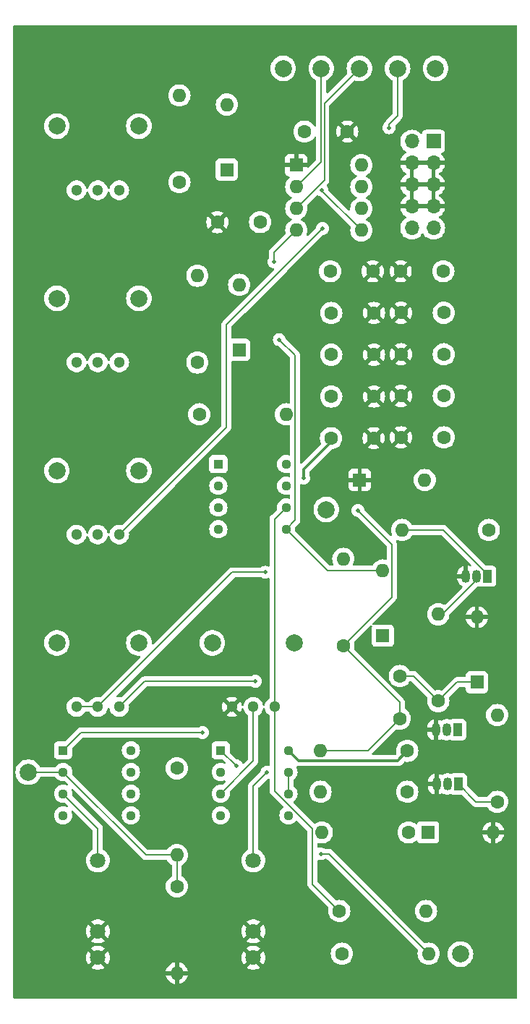
<source format=gbr>
%TF.GenerationSoftware,KiCad,Pcbnew,8.0.4*%
%TF.CreationDate,2024-08-28T23:32:37-04:00*%
%TF.ProjectId,adsr,61647372-2e6b-4696-9361-645f70636258,rev?*%
%TF.SameCoordinates,Original*%
%TF.FileFunction,Copper,L1,Top*%
%TF.FilePolarity,Positive*%
%FSLAX46Y46*%
G04 Gerber Fmt 4.6, Leading zero omitted, Abs format (unit mm)*
G04 Created by KiCad (PCBNEW 8.0.4) date 2024-08-28 23:32:37*
%MOMM*%
%LPD*%
G01*
G04 APERTURE LIST*
%TA.AperFunction,ComponentPad*%
%ADD10C,1.600000*%
%TD*%
%TA.AperFunction,ComponentPad*%
%ADD11C,2.000000*%
%TD*%
%TA.AperFunction,ComponentPad*%
%ADD12C,1.300000*%
%TD*%
%TA.AperFunction,ComponentPad*%
%ADD13O,1.600000X1.600000*%
%TD*%
%TA.AperFunction,ComponentPad*%
%ADD14R,1.130000X1.130000*%
%TD*%
%TA.AperFunction,ComponentPad*%
%ADD15C,1.130000*%
%TD*%
%TA.AperFunction,ComponentPad*%
%ADD16R,1.600000X1.600000*%
%TD*%
%TA.AperFunction,ComponentPad*%
%ADD17O,1.050000X1.500000*%
%TD*%
%TA.AperFunction,ComponentPad*%
%ADD18R,1.050000X1.500000*%
%TD*%
%TA.AperFunction,ComponentPad*%
%ADD19C,1.800000*%
%TD*%
%TA.AperFunction,ComponentPad*%
%ADD20R,1.700000X1.700000*%
%TD*%
%TA.AperFunction,ComponentPad*%
%ADD21O,1.700000X1.700000*%
%TD*%
%TA.AperFunction,ViaPad*%
%ADD22C,0.500000*%
%TD*%
%TA.AperFunction,Conductor*%
%ADD23C,0.300000*%
%TD*%
%TA.AperFunction,Conductor*%
%ADD24C,0.160000*%
%TD*%
G04 APERTURE END LIST*
D10*
%TO.P,C4,1*%
%TO.N,+12V*%
X88100000Y-84800000D03*
%TO.P,C4,2*%
%TO.N,GND*%
X93100000Y-84800000D03*
%TD*%
D11*
%TO.P,Release,*%
%TO.N,*%
X56100000Y-128300000D03*
X65700000Y-128300000D03*
D12*
%TO.P,Release,1,1*%
%TO.N,Net-(R7-Pad2)*%
X58400000Y-135800000D03*
%TO.P,Release,2,2*%
X60900000Y-135800000D03*
%TO.P,Release,3,3*%
%TO.N,Net-(D3-K)*%
X63400000Y-135800000D03*
%TD*%
D10*
%TO.P,R1,1*%
%TO.N,+12V*%
X97130000Y-145740000D03*
D13*
%TO.P,R1,2*%
%TO.N,Net-(Q1-C)*%
X86970000Y-145740000D03*
%TD*%
D14*
%TO.P,U2,1*%
%TO.N,Net-(U2A--)*%
X75010000Y-107380000D03*
D15*
%TO.P,U2,2,-*%
X75010000Y-109920000D03*
%TO.P,U2,3,+*%
%TO.N,Net-(U2A-+)*%
X75010000Y-112460000D03*
%TO.P,U2,4,V-*%
%TO.N,-12V*%
X75010000Y-115000000D03*
%TO.P,U2,5,+*%
%TO.N,THRESHOLD*%
X82950000Y-115000000D03*
%TO.P,U2,6,-*%
%TO.N,Net-(U2B--)*%
X82950000Y-112460000D03*
%TO.P,U2,7*%
X82950000Y-109920000D03*
%TO.P,U2,8,V+*%
%TO.N,+12V*%
X82950000Y-107380000D03*
%TD*%
D16*
%TO.P,U1,1,GND*%
%TO.N,GND*%
X84130000Y-72380000D03*
D13*
%TO.P,U1,2,TR*%
%TO.N,TRIGGER*%
X84130000Y-74920000D03*
%TO.P,U1,3,Q*%
%TO.N,OUT*%
X84130000Y-77460000D03*
%TO.P,U1,4,R*%
%TO.N,RESET*%
X84130000Y-80000000D03*
%TO.P,U1,5,CV*%
%TO.N,Net-(U1-CV)*%
X91750000Y-80000000D03*
%TO.P,U1,6,THR*%
%TO.N,THRESHOLD*%
X91750000Y-77460000D03*
%TO.P,U1,7,DIS*%
%TO.N,DISCHARGE*%
X91750000Y-74920000D03*
%TO.P,U1,8,VCC*%
%TO.N,+12V*%
X91750000Y-72380000D03*
%TD*%
D10*
%TO.P,R8,1*%
%TO.N,Net-(D1-K)*%
X97280000Y-150500000D03*
D13*
%TO.P,R8,2*%
%TO.N,Net-(R8-Pad2)*%
X87120000Y-150500000D03*
%TD*%
D10*
%TO.P,R7,1*%
%TO.N,RESET*%
X89650000Y-128630000D03*
D13*
%TO.P,R7,2*%
%TO.N,Net-(R7-Pad2)*%
X89650000Y-118470000D03*
%TD*%
D10*
%TO.P,C13,1*%
%TO.N,GND*%
X96400000Y-104250000D03*
%TO.P,C13,2*%
%TO.N,-12V*%
X101400000Y-104250000D03*
%TD*%
D17*
%TO.P,Q3,3,E*%
%TO.N,GND*%
X103990000Y-120500000D03*
%TO.P,Q3,2,B*%
%TO.N,Net-(Q3-B)*%
X105260000Y-120500000D03*
D18*
%TO.P,Q3,1,C*%
%TO.N,TRIG*%
X106530000Y-120500000D03*
%TD*%
D10*
%TO.P,C5,1*%
%TO.N,+12V*%
X88230000Y-89687500D03*
%TO.P,C5,2*%
%TO.N,GND*%
X93230000Y-89687500D03*
%TD*%
%TO.P,C1,2*%
%TO.N,RESET*%
X96260000Y-137190000D03*
%TO.P,C1,1*%
%TO.N,Net-(D2-K)*%
X96260000Y-132190000D03*
%TD*%
D12*
%TO.P,Attack,3,3*%
%TO.N,Net-(D4-A)*%
X63400000Y-75312500D03*
%TO.P,Attack,2,2*%
%TO.N,Net-(AttackPotentiometer1-Pad1)*%
X60900000Y-75312500D03*
%TO.P,Attack,1,1*%
X58400000Y-75312500D03*
D11*
%TO.P,Attack,*%
%TO.N,*%
X65700000Y-67812500D03*
X56100000Y-67812500D03*
%TD*%
D10*
%TO.P,C2,1*%
%TO.N,GND*%
X74900000Y-79050000D03*
%TO.P,C2,2*%
%TO.N,THRESHOLD*%
X79900000Y-79050000D03*
%TD*%
D13*
%TO.P,R10,2*%
%TO.N,Net-(Q3-B)*%
X100760000Y-124960000D03*
D10*
%TO.P,R10,1*%
%TO.N,Net-(D2-K)*%
X100760000Y-135120000D03*
%TD*%
%TO.P,C3,1*%
%TO.N,Net-(U1-CV)*%
X85100000Y-68450000D03*
%TO.P,C3,2*%
%TO.N,GND*%
X90100000Y-68450000D03*
%TD*%
D12*
%TO.P,Decay,3,3*%
%TO.N,Net-(D5-K)*%
X63400000Y-95475000D03*
%TO.P,Decay,2,2*%
%TO.N,Net-(DecayPotentiometer1-Pad1)*%
X60900000Y-95475000D03*
%TO.P,Decay,1,1*%
X58400000Y-95475000D03*
D11*
%TO.P,Decay,*%
%TO.N,*%
X65700000Y-87975000D03*
X56100000Y-87975000D03*
%TD*%
%TO.P,TP4,1,1*%
%TO.N,OUT*%
X91525000Y-61050000D03*
%TD*%
D19*
%TO.P,Output,1*%
%TO.N,GND*%
X79100000Y-165180000D03*
%TO.P,Output,2*%
X79100000Y-162080000D03*
%TO.P,Output,3*%
%TO.N,Net-(U3B--)*%
X79100000Y-153780000D03*
%TD*%
D10*
%TO.P,C6,1*%
%TO.N,+12V*%
X88230000Y-94575000D03*
%TO.P,C6,2*%
%TO.N,GND*%
X93230000Y-94575000D03*
%TD*%
%TO.P,R12,1*%
%TO.N,Net-(U2B--)*%
X89170000Y-159700000D03*
D13*
%TO.P,R12,2*%
%TO.N,Net-(U3A--)*%
X99330000Y-159700000D03*
%TD*%
D11*
%TO.P,TP3,1,1*%
%TO.N,TRIGGER*%
X87062500Y-61050000D03*
%TD*%
D13*
%TO.P,R3,2*%
%TO.N,TRIG*%
X96520000Y-115100000D03*
D10*
%TO.P,R3,1*%
%TO.N,+12V*%
X106680000Y-115100000D03*
%TD*%
D12*
%TO.P,Sustain,3,3*%
%TO.N,DISCHARGE*%
X63400000Y-115637500D03*
%TO.P,Sustain,2,2*%
%TO.N,Net-(U2A-+)*%
X60900000Y-115637500D03*
%TO.P,Sustain,1,1*%
%TO.N,Net-(R4-Pad2)*%
X58400000Y-115637500D03*
D11*
%TO.P,Sustain,*%
%TO.N,*%
X65700000Y-108137500D03*
X56100000Y-108137500D03*
%TD*%
D10*
%TO.P,C9,2*%
%TO.N,-12V*%
X101350000Y-84800000D03*
%TO.P,C9,1*%
%TO.N,GND*%
X96350000Y-84800000D03*
%TD*%
%TO.P,C7,1*%
%TO.N,+12V*%
X88230000Y-99462500D03*
%TO.P,C7,2*%
%TO.N,GND*%
X93230000Y-99462500D03*
%TD*%
D16*
%TO.P,D4,1,K*%
%TO.N,THRESHOLD*%
X76000000Y-72910000D03*
D13*
%TO.P,D4,2,A*%
%TO.N,Net-(D4-A)*%
X76000000Y-65290000D03*
%TD*%
D16*
%TO.P,D5,1,K*%
%TO.N,Net-(D5-K)*%
X77450000Y-94010000D03*
D13*
%TO.P,D5,2,A*%
%TO.N,THRESHOLD*%
X77450000Y-86390000D03*
%TD*%
D20*
%TO.P,Power1,1,+12V*%
%TO.N,+12V*%
X100200000Y-69590000D03*
D21*
%TO.P,Power1,2,+12V*%
X97660000Y-69590000D03*
%TO.P,Power1,3,GND*%
%TO.N,GND*%
X100200000Y-72130000D03*
%TO.P,Power1,4,GND*%
X97660000Y-72130000D03*
%TO.P,Power1,5,GND*%
X100200000Y-74670000D03*
%TO.P,Power1,6,GND*%
X97660000Y-74670000D03*
%TO.P,Power1,7,GND*%
X100200000Y-77210000D03*
%TO.P,Power1,8,GND*%
X97660000Y-77210000D03*
%TO.P,Power1,9,-12V*%
%TO.N,-12V*%
X100200000Y-79750000D03*
%TO.P,Power1,10,-12V*%
X97660000Y-79750000D03*
%TD*%
D14*
%TO.P,U3,1*%
%TO.N,Net-(U3B-+)*%
X75280000Y-140890000D03*
D15*
%TO.P,U3,2,-*%
%TO.N,Net-(U3A--)*%
X75280000Y-143430000D03*
%TO.P,U3,3,+*%
%TO.N,Net-(U3A-+)*%
X75280000Y-145970000D03*
%TO.P,U3,4,V-*%
%TO.N,-12V*%
X75280000Y-148510000D03*
%TO.P,U3,5,+*%
%TO.N,Net-(U3B-+)*%
X83220000Y-148510000D03*
%TO.P,U3,6,-*%
%TO.N,Net-(U3B--)*%
X83220000Y-145970000D03*
%TO.P,U3,7*%
X83220000Y-143430000D03*
%TO.P,U3,8,V+*%
%TO.N,+12V*%
X83220000Y-140890000D03*
%TD*%
D11*
%TO.P,TP1,1,1*%
%TO.N,Net-(U4A--)*%
X52750000Y-143450000D03*
%TD*%
D10*
%TO.P,R2,1*%
%TO.N,+12V*%
X97130000Y-140950000D03*
D13*
%TO.P,R2,2*%
%TO.N,RESET*%
X86970000Y-140950000D03*
%TD*%
D10*
%TO.P,C11,1*%
%TO.N,GND*%
X96400000Y-94525000D03*
%TO.P,C11,2*%
%TO.N,-12V*%
X101400000Y-94525000D03*
%TD*%
%TO.P,C8,1*%
%TO.N,+12V*%
X88200000Y-104350000D03*
%TO.P,C8,2*%
%TO.N,GND*%
X93200000Y-104350000D03*
%TD*%
D13*
%TO.P,D1,2,A*%
%TO.N,GND*%
X107190000Y-150500000D03*
D16*
%TO.P,D1,1,K*%
%TO.N,Net-(D1-K)*%
X99570000Y-150500000D03*
%TD*%
D11*
%TO.P,TP2,1,1*%
%TO.N,RESET*%
X82600000Y-61050000D03*
%TD*%
%TO.P,TP6,1,1*%
%TO.N,DISCHARGE*%
X100450000Y-61050000D03*
%TD*%
D10*
%TO.P,R6,1*%
%TO.N,OUT*%
X70450000Y-74380000D03*
D13*
%TO.P,R6,2*%
%TO.N,Net-(AttackPotentiometer1-Pad1)*%
X70450000Y-64220000D03*
%TD*%
D14*
%TO.P,U4,1*%
%TO.N,Net-(R8-Pad2)*%
X56830000Y-140890000D03*
D15*
%TO.P,U4,2,-*%
%TO.N,Net-(U4A--)*%
X56830000Y-143430000D03*
%TO.P,U4,3,+*%
%TO.N,IN*%
X56830000Y-145970000D03*
%TO.P,U4,4,V-*%
%TO.N,-12V*%
X56830000Y-148510000D03*
%TO.P,U4,5,+*%
%TO.N,unconnected-(U4B-+-Pad5)*%
X64770000Y-148510000D03*
%TO.P,U4,6,-*%
%TO.N,unconnected-(U4B---Pad6)*%
X64770000Y-145970000D03*
%TO.P,U4,7*%
%TO.N,unconnected-(U4-Pad7)*%
X64770000Y-143430000D03*
%TO.P,U4,8,V+*%
%TO.N,+12V*%
X64770000Y-140890000D03*
%TD*%
D17*
%TO.P,Q1,3,E*%
%TO.N,GND*%
X100560000Y-144840000D03*
%TO.P,Q1,2,B*%
%TO.N,Net-(D1-K)*%
X101830000Y-144840000D03*
D18*
%TO.P,Q1,1,C*%
%TO.N,Net-(Q1-C)*%
X103100000Y-144840000D03*
%TD*%
D11*
%TO.P,TP7,1,1*%
%TO.N,Net-(U2B--)*%
X87650000Y-112700000D03*
%TD*%
D16*
%TO.P,D6,1,K*%
%TO.N,GND*%
X91560000Y-109240000D03*
D13*
%TO.P,D6,2,A*%
%TO.N,-12V*%
X99180000Y-109240000D03*
%TD*%
D10*
%TO.P,R9,1*%
%TO.N,Net-(Q1-C)*%
X107660000Y-146920000D03*
D13*
%TO.P,R9,2*%
%TO.N,Net-(Q2-B)*%
X107660000Y-136760000D03*
%TD*%
D10*
%TO.P,R14,1*%
%TO.N,Net-(U4A--)*%
X70150000Y-156820000D03*
D13*
%TO.P,R14,2*%
%TO.N,GND*%
X70150000Y-166980000D03*
%TD*%
D12*
%TO.P,Attenuvert,3,3*%
%TO.N,Net-(U2B--)*%
X81600000Y-135800000D03*
%TO.P,Attenuvert,2,2*%
%TO.N,Net-(U3A-+)*%
X79100000Y-135800000D03*
%TO.P,Attenuvert,1,1*%
%TO.N,GND*%
X76600000Y-135800000D03*
D11*
%TO.P,Attenuvert,*%
%TO.N,*%
X83900000Y-128300000D03*
X74300000Y-128300000D03*
%TD*%
D10*
%TO.P,C12,1*%
%TO.N,GND*%
X96400000Y-99387500D03*
%TO.P,C12,2*%
%TO.N,-12V*%
X101400000Y-99387500D03*
%TD*%
%TO.P,C10,2*%
%TO.N,-12V*%
X101400000Y-89662500D03*
%TO.P,C10,1*%
%TO.N,GND*%
X96400000Y-89662500D03*
%TD*%
D17*
%TO.P,Q2,3,E*%
%TO.N,GND*%
X100480000Y-138490000D03*
%TO.P,Q2,2,B*%
%TO.N,Net-(Q2-B)*%
X101750000Y-138490000D03*
D18*
%TO.P,Q2,1,C*%
%TO.N,RESET*%
X103020000Y-138490000D03*
%TD*%
D10*
%TO.P,R13,1*%
%TO.N,+12V*%
X70150000Y-142990000D03*
D13*
%TO.P,R13,2*%
%TO.N,Net-(U4A--)*%
X70150000Y-153150000D03*
%TD*%
D19*
%TO.P,Input,1*%
%TO.N,GND*%
X60900000Y-165180000D03*
%TO.P,Input,2*%
X60900000Y-162080000D03*
%TO.P,Input,3*%
%TO.N,IN*%
X60900000Y-153780000D03*
%TD*%
D10*
%TO.P,R11,1*%
%TO.N,Net-(U3A--)*%
X89470000Y-164700000D03*
D13*
%TO.P,R11,2*%
%TO.N,Net-(U3B-+)*%
X99630000Y-164700000D03*
%TD*%
D10*
%TO.P,R4,1*%
%TO.N,+12V*%
X72770000Y-101550000D03*
D13*
%TO.P,R4,2*%
%TO.N,Net-(R4-Pad2)*%
X82930000Y-101550000D03*
%TD*%
%TO.P,D2,2,A*%
%TO.N,GND*%
X105280000Y-125290000D03*
D16*
%TO.P,D2,1,K*%
%TO.N,Net-(D2-K)*%
X105280000Y-132910000D03*
%TD*%
D11*
%TO.P,TP5,1,1*%
%TO.N,THRESHOLD*%
X95987500Y-61050000D03*
%TD*%
D16*
%TO.P,D3,1,K*%
%TO.N,Net-(D3-K)*%
X94250000Y-127460000D03*
D13*
%TO.P,D3,2,A*%
%TO.N,THRESHOLD*%
X94250000Y-119840000D03*
%TD*%
D10*
%TO.P,R5,1*%
%TO.N,Net-(DecayPotentiometer1-Pad1)*%
X72550000Y-95480000D03*
D13*
%TO.P,R5,2*%
%TO.N,Net-(U2A--)*%
X72550000Y-85320000D03*
%TD*%
D11*
%TO.P,TP8,1,1*%
%TO.N,Net-(U3B-+)*%
X103350000Y-164750000D03*
%TD*%
D22*
%TO.N,+12V*%
X85000000Y-109000000D03*
%TO.N,THRESHOLD*%
X82150000Y-92800000D03*
%TO.N,RESET*%
X91350000Y-112800000D03*
X81500000Y-83700000D03*
%TO.N,Net-(R7-Pad2)*%
X80500000Y-120050000D03*
%TO.N,Net-(D3-K)*%
X79350000Y-132800000D03*
%TO.N,Net-(U3B--)*%
X80700000Y-143450000D03*
%TO.N,Net-(R8-Pad2)*%
X73150000Y-138800000D03*
%TO.N,Net-(U3B-+)*%
X77100000Y-142700000D03*
X87000000Y-153000000D03*
%TO.N,THRESHOLD*%
X95000000Y-68000000D03*
%TO.N,DISCHARGE*%
X87200000Y-79800000D03*
%TO.N,Net-(U1-CV)*%
X87130122Y-75280122D03*
%TD*%
D23*
%TO.N,+12V*%
X84430000Y-142100000D02*
X83220000Y-140890000D01*
X95980000Y-142100000D02*
X84430000Y-142100000D01*
X97130000Y-140950000D02*
X95980000Y-142100000D01*
D24*
%TO.N,OUT*%
X87422500Y-74167500D02*
X84130000Y-77460000D01*
X87422500Y-65152500D02*
X87422500Y-74167500D01*
X91525000Y-61050000D02*
X87422500Y-65152500D01*
%TO.N,Net-(U1-CV)*%
X87130122Y-75380122D02*
X87130122Y-75280122D01*
X91750000Y-80000000D02*
X87130122Y-75380122D01*
%TO.N,TRIGGER*%
X87062500Y-71987500D02*
X84130000Y-74920000D01*
X87062500Y-61050000D02*
X87062500Y-71987500D01*
D23*
%TO.N,+12V*%
X85000000Y-108000000D02*
X85000000Y-109000000D01*
X88200000Y-104800000D02*
X85000000Y-108000000D01*
X88200000Y-104350000D02*
X88200000Y-104800000D01*
D24*
%TO.N,THRESHOLD*%
X84010000Y-113940000D02*
X82950000Y-115000000D01*
X82150000Y-92800000D02*
X84010000Y-94660000D01*
X84010000Y-94660000D02*
X84010000Y-113940000D01*
%TO.N,RESET*%
X95330000Y-116780000D02*
X95330000Y-122950000D01*
X91350000Y-112800000D02*
X95330000Y-116780000D01*
X95330000Y-122950000D02*
X89650000Y-128630000D01*
X81500000Y-82630000D02*
X81500000Y-83700000D01*
X84130000Y-80000000D02*
X81500000Y-82630000D01*
%TO.N,THRESHOLD*%
X87790000Y-119840000D02*
X82950000Y-115000000D01*
X94250000Y-119840000D02*
X87790000Y-119840000D01*
%TO.N,Net-(R7-Pad2)*%
X76650000Y-120050000D02*
X80500000Y-120050000D01*
X60900000Y-135800000D02*
X76650000Y-120050000D01*
X58400000Y-135800000D02*
X60900000Y-135800000D01*
%TO.N,Net-(D3-K)*%
X66400000Y-132800000D02*
X79350000Y-132800000D01*
X63400000Y-135800000D02*
X66400000Y-132800000D01*
%TO.N,Net-(Q1-C)*%
X107660000Y-146920000D02*
X105180000Y-146920000D01*
X105180000Y-146920000D02*
X103100000Y-144840000D01*
%TO.N,Net-(D2-K)*%
X96260000Y-132190000D02*
X97830000Y-132190000D01*
X97830000Y-132190000D02*
X100760000Y-135120000D01*
X102970000Y-132910000D02*
X100760000Y-135120000D01*
X105280000Y-132910000D02*
X102970000Y-132910000D01*
%TO.N,Net-(Q3-B)*%
X101260000Y-124960000D02*
X100760000Y-124960000D01*
X105260000Y-120960000D02*
X101260000Y-124960000D01*
X105260000Y-120500000D02*
X105260000Y-120960000D01*
%TO.N,TRIG*%
X106530000Y-120275000D02*
X101355000Y-115100000D01*
X106530000Y-120500000D02*
X106530000Y-120275000D01*
X101355000Y-115100000D02*
X96520000Y-115100000D01*
%TO.N,Net-(U3B--)*%
X83220000Y-143430000D02*
X83220000Y-145970000D01*
X79100000Y-145050000D02*
X80700000Y-143450000D01*
X79100000Y-153780000D02*
X79100000Y-145050000D01*
%TO.N,Net-(R8-Pad2)*%
X73150000Y-138800000D02*
X58920000Y-138800000D01*
X58920000Y-138800000D02*
X56830000Y-140890000D01*
%TO.N,Net-(U3B-+)*%
X77090000Y-142700000D02*
X75280000Y-140890000D01*
X77100000Y-142700000D02*
X77090000Y-142700000D01*
X87930000Y-153000000D02*
X87000000Y-153000000D01*
X99630000Y-164700000D02*
X87930000Y-153000000D01*
%TO.N,Net-(U4A--)*%
X70150000Y-156820000D02*
X70150000Y-153150000D01*
%TO.N,IN*%
X60900000Y-150040000D02*
X60900000Y-153780000D01*
X56830000Y-145970000D02*
X60900000Y-150040000D01*
%TO.N,Net-(U4A--)*%
X66550000Y-153150000D02*
X56830000Y-143430000D01*
X70150000Y-153150000D02*
X66550000Y-153150000D01*
%TO.N,RESET*%
X96260000Y-135240000D02*
X89650000Y-128630000D01*
X96260000Y-137190000D02*
X96260000Y-135240000D01*
%TO.N,Net-(U2B--)*%
X86040000Y-156570000D02*
X89170000Y-159700000D01*
X81600000Y-145650000D02*
X86040000Y-150090000D01*
X86040000Y-150090000D02*
X86040000Y-156570000D01*
X81600000Y-135800000D02*
X81600000Y-145650000D01*
X81600000Y-113810000D02*
X82950000Y-112460000D01*
X81600000Y-135800000D02*
X81600000Y-113810000D01*
%TO.N,Net-(U3A-+)*%
X79100000Y-142150000D02*
X75280000Y-145970000D01*
X79100000Y-135800000D02*
X79100000Y-142150000D01*
%TO.N,THRESHOLD*%
X95987500Y-66612500D02*
X95987500Y-61050000D01*
X95000000Y-68000000D02*
X95000000Y-67600000D01*
X95000000Y-67600000D02*
X95987500Y-66612500D01*
%TO.N,DISCHARGE*%
X75950000Y-103087500D02*
X63400000Y-115637500D01*
X75950000Y-91050000D02*
X75950000Y-103087500D01*
X87200000Y-79800000D02*
X75950000Y-91050000D01*
%TO.N,Net-(U4A--)*%
X52770000Y-143430000D02*
X52750000Y-143450000D01*
X56830000Y-143430000D02*
X52770000Y-143430000D01*
%TO.N,RESET*%
X92500000Y-140950000D02*
X96260000Y-137190000D01*
X86970000Y-140950000D02*
X92500000Y-140950000D01*
%TD*%
%TA.AperFunction,Conductor*%
%TO.N,GND*%
G36*
X99734075Y-77017007D02*
G01*
X99700000Y-77144174D01*
X99700000Y-77275826D01*
X99734075Y-77402993D01*
X99766988Y-77460000D01*
X98093012Y-77460000D01*
X98125925Y-77402993D01*
X98160000Y-77275826D01*
X98160000Y-77144174D01*
X98125925Y-77017007D01*
X98093012Y-76960000D01*
X99766988Y-76960000D01*
X99734075Y-77017007D01*
G37*
%TD.AperFunction*%
%TA.AperFunction,Conductor*%
G36*
X97910000Y-76776988D02*
G01*
X97852993Y-76744075D01*
X97725826Y-76710000D01*
X97594174Y-76710000D01*
X97467007Y-76744075D01*
X97410000Y-76776988D01*
X97410000Y-75103012D01*
X97467007Y-75135925D01*
X97594174Y-75170000D01*
X97725826Y-75170000D01*
X97852993Y-75135925D01*
X97910000Y-75103012D01*
X97910000Y-76776988D01*
G37*
%TD.AperFunction*%
%TA.AperFunction,Conductor*%
G36*
X100450000Y-76776988D02*
G01*
X100392993Y-76744075D01*
X100265826Y-76710000D01*
X100134174Y-76710000D01*
X100007007Y-76744075D01*
X99950000Y-76776988D01*
X99950000Y-75103012D01*
X100007007Y-75135925D01*
X100134174Y-75170000D01*
X100265826Y-75170000D01*
X100392993Y-75135925D01*
X100450000Y-75103012D01*
X100450000Y-76776988D01*
G37*
%TD.AperFunction*%
%TA.AperFunction,Conductor*%
G36*
X99734075Y-74477007D02*
G01*
X99700000Y-74604174D01*
X99700000Y-74735826D01*
X99734075Y-74862993D01*
X99766988Y-74920000D01*
X98093012Y-74920000D01*
X98125925Y-74862993D01*
X98160000Y-74735826D01*
X98160000Y-74604174D01*
X98125925Y-74477007D01*
X98093012Y-74420000D01*
X99766988Y-74420000D01*
X99734075Y-74477007D01*
G37*
%TD.AperFunction*%
%TA.AperFunction,Conductor*%
G36*
X97910000Y-74236988D02*
G01*
X97852993Y-74204075D01*
X97725826Y-74170000D01*
X97594174Y-74170000D01*
X97467007Y-74204075D01*
X97410000Y-74236988D01*
X97410000Y-72563012D01*
X97467007Y-72595925D01*
X97594174Y-72630000D01*
X97725826Y-72630000D01*
X97852993Y-72595925D01*
X97910000Y-72563012D01*
X97910000Y-74236988D01*
G37*
%TD.AperFunction*%
%TA.AperFunction,Conductor*%
G36*
X100450000Y-74236988D02*
G01*
X100392993Y-74204075D01*
X100265826Y-74170000D01*
X100134174Y-74170000D01*
X100007007Y-74204075D01*
X99950000Y-74236988D01*
X99950000Y-72563012D01*
X100007007Y-72595925D01*
X100134174Y-72630000D01*
X100265826Y-72630000D01*
X100392993Y-72595925D01*
X100450000Y-72563012D01*
X100450000Y-74236988D01*
G37*
%TD.AperFunction*%
%TA.AperFunction,Conductor*%
G36*
X99734075Y-71937007D02*
G01*
X99700000Y-72064174D01*
X99700000Y-72195826D01*
X99734075Y-72322993D01*
X99766988Y-72380000D01*
X98093012Y-72380000D01*
X98125925Y-72322993D01*
X98160000Y-72195826D01*
X98160000Y-72064174D01*
X98125925Y-71937007D01*
X98093012Y-71880000D01*
X99766988Y-71880000D01*
X99734075Y-71937007D01*
G37*
%TD.AperFunction*%
%TA.AperFunction,Conductor*%
G36*
X109943039Y-56019685D02*
G01*
X109988794Y-56072489D01*
X110000000Y-56124000D01*
X110000000Y-169876000D01*
X109980315Y-169943039D01*
X109927511Y-169988794D01*
X109876000Y-170000000D01*
X51124000Y-170000000D01*
X51056961Y-169980315D01*
X51011206Y-169927511D01*
X51000000Y-169876000D01*
X51000000Y-166729999D01*
X68871127Y-166729999D01*
X68871128Y-166730000D01*
X69834314Y-166730000D01*
X69829920Y-166734394D01*
X69777259Y-166825606D01*
X69750000Y-166927339D01*
X69750000Y-167032661D01*
X69777259Y-167134394D01*
X69829920Y-167225606D01*
X69834314Y-167230000D01*
X68871128Y-167230000D01*
X68923730Y-167426317D01*
X68923734Y-167426326D01*
X69019865Y-167632482D01*
X69150342Y-167818820D01*
X69311179Y-167979657D01*
X69497517Y-168110134D01*
X69703673Y-168206265D01*
X69703682Y-168206269D01*
X69899999Y-168258872D01*
X69900000Y-168258871D01*
X69900000Y-167295686D01*
X69904394Y-167300080D01*
X69995606Y-167352741D01*
X70097339Y-167380000D01*
X70202661Y-167380000D01*
X70304394Y-167352741D01*
X70395606Y-167300080D01*
X70400000Y-167295686D01*
X70400000Y-168258872D01*
X70596317Y-168206269D01*
X70596326Y-168206265D01*
X70802482Y-168110134D01*
X70988820Y-167979657D01*
X71149657Y-167818820D01*
X71280134Y-167632482D01*
X71376265Y-167426326D01*
X71376269Y-167426317D01*
X71428872Y-167230000D01*
X70465686Y-167230000D01*
X70470080Y-167225606D01*
X70522741Y-167134394D01*
X70550000Y-167032661D01*
X70550000Y-166927339D01*
X70522741Y-166825606D01*
X70470080Y-166734394D01*
X70465686Y-166730000D01*
X71428872Y-166730000D01*
X71428872Y-166729999D01*
X71376269Y-166533682D01*
X71376265Y-166533673D01*
X71280134Y-166327517D01*
X71149657Y-166141179D01*
X70988820Y-165980342D01*
X70802482Y-165849865D01*
X70596328Y-165753734D01*
X70400000Y-165701127D01*
X70400000Y-166664314D01*
X70395606Y-166659920D01*
X70304394Y-166607259D01*
X70202661Y-166580000D01*
X70097339Y-166580000D01*
X69995606Y-166607259D01*
X69904394Y-166659920D01*
X69900000Y-166664314D01*
X69900000Y-165701127D01*
X69703671Y-165753734D01*
X69497517Y-165849865D01*
X69311179Y-165980342D01*
X69150342Y-166141179D01*
X69019865Y-166327517D01*
X68923734Y-166533673D01*
X68923730Y-166533682D01*
X68871127Y-166729999D01*
X51000000Y-166729999D01*
X51000000Y-165179994D01*
X59495202Y-165179994D01*
X59495202Y-165180005D01*
X59514361Y-165411218D01*
X59571317Y-165636135D01*
X59664515Y-165848606D01*
X59748812Y-165977633D01*
X60184152Y-165542292D01*
X60191049Y-165558942D01*
X60278599Y-165689970D01*
X60390030Y-165801401D01*
X60521058Y-165888951D01*
X60537705Y-165895846D01*
X60101201Y-166332351D01*
X60131649Y-166356050D01*
X60335697Y-166466476D01*
X60335706Y-166466479D01*
X60555139Y-166541811D01*
X60783993Y-166580000D01*
X61016007Y-166580000D01*
X61244860Y-166541811D01*
X61464293Y-166466479D01*
X61464301Y-166466476D01*
X61668355Y-166356047D01*
X61698797Y-166332351D01*
X61698798Y-166332350D01*
X61262294Y-165895846D01*
X61278942Y-165888951D01*
X61409970Y-165801401D01*
X61521401Y-165689970D01*
X61608951Y-165558942D01*
X61615846Y-165542293D01*
X62051186Y-165977633D01*
X62135482Y-165848611D01*
X62228682Y-165636135D01*
X62285638Y-165411218D01*
X62304798Y-165180005D01*
X62304798Y-165179994D01*
X77695202Y-165179994D01*
X77695202Y-165180005D01*
X77714361Y-165411218D01*
X77771317Y-165636135D01*
X77864515Y-165848606D01*
X77948812Y-165977633D01*
X78384152Y-165542292D01*
X78391049Y-165558942D01*
X78478599Y-165689970D01*
X78590030Y-165801401D01*
X78721058Y-165888951D01*
X78737705Y-165895846D01*
X78301201Y-166332351D01*
X78331649Y-166356050D01*
X78535697Y-166466476D01*
X78535706Y-166466479D01*
X78755139Y-166541811D01*
X78983993Y-166580000D01*
X79216007Y-166580000D01*
X79444860Y-166541811D01*
X79664293Y-166466479D01*
X79664301Y-166466476D01*
X79868355Y-166356047D01*
X79898797Y-166332351D01*
X79898798Y-166332350D01*
X79462294Y-165895846D01*
X79478942Y-165888951D01*
X79609970Y-165801401D01*
X79721401Y-165689970D01*
X79808951Y-165558942D01*
X79815846Y-165542293D01*
X80251186Y-165977633D01*
X80335482Y-165848611D01*
X80428682Y-165636135D01*
X80485638Y-165411218D01*
X80504798Y-165180005D01*
X80504798Y-165179994D01*
X80485638Y-164948781D01*
X80428682Y-164723864D01*
X80418213Y-164699998D01*
X88164532Y-164699998D01*
X88164532Y-164700001D01*
X88184364Y-164926686D01*
X88184366Y-164926697D01*
X88243258Y-165146488D01*
X88243261Y-165146497D01*
X88339431Y-165352732D01*
X88339432Y-165352734D01*
X88469954Y-165539141D01*
X88630858Y-165700045D01*
X88630861Y-165700047D01*
X88817266Y-165830568D01*
X89023504Y-165926739D01*
X89243308Y-165985635D01*
X89405230Y-165999801D01*
X89469998Y-166005468D01*
X89470000Y-166005468D01*
X89470002Y-166005468D01*
X89526673Y-166000509D01*
X89696692Y-165985635D01*
X89916496Y-165926739D01*
X90122734Y-165830568D01*
X90309139Y-165700047D01*
X90470047Y-165539139D01*
X90600568Y-165352734D01*
X90696739Y-165146496D01*
X90755635Y-164926692D01*
X90775468Y-164700000D01*
X90755635Y-164473308D01*
X90708209Y-164296309D01*
X90696741Y-164253511D01*
X90696738Y-164253502D01*
X90600568Y-164047267D01*
X90600567Y-164047265D01*
X90586830Y-164027647D01*
X90470047Y-163860861D01*
X90470045Y-163860858D01*
X90309141Y-163699954D01*
X90122734Y-163569432D01*
X90122732Y-163569431D01*
X89916497Y-163473261D01*
X89916488Y-163473258D01*
X89696697Y-163414366D01*
X89696693Y-163414365D01*
X89696692Y-163414365D01*
X89696691Y-163414364D01*
X89696686Y-163414364D01*
X89470002Y-163394532D01*
X89469998Y-163394532D01*
X89243313Y-163414364D01*
X89243302Y-163414366D01*
X89023511Y-163473258D01*
X89023502Y-163473261D01*
X88817267Y-163569431D01*
X88817265Y-163569432D01*
X88630858Y-163699954D01*
X88469954Y-163860858D01*
X88339432Y-164047265D01*
X88339431Y-164047267D01*
X88243261Y-164253502D01*
X88243258Y-164253511D01*
X88184366Y-164473302D01*
X88184364Y-164473313D01*
X88164532Y-164699998D01*
X80418213Y-164699998D01*
X80335484Y-164511393D01*
X80251186Y-164382365D01*
X79815846Y-164817705D01*
X79808951Y-164801058D01*
X79721401Y-164670030D01*
X79609970Y-164558599D01*
X79478942Y-164471049D01*
X79462292Y-164464152D01*
X79898797Y-164027647D01*
X79898797Y-164027645D01*
X79868360Y-164003955D01*
X79868354Y-164003951D01*
X79664302Y-163893523D01*
X79664293Y-163893520D01*
X79444860Y-163818188D01*
X79216007Y-163780000D01*
X78983993Y-163780000D01*
X78755139Y-163818188D01*
X78535706Y-163893520D01*
X78535697Y-163893523D01*
X78331650Y-164003949D01*
X78301200Y-164027647D01*
X78737706Y-164464152D01*
X78721058Y-164471049D01*
X78590030Y-164558599D01*
X78478599Y-164670030D01*
X78391049Y-164801058D01*
X78384152Y-164817706D01*
X77948811Y-164382365D01*
X77864516Y-164511390D01*
X77771317Y-164723864D01*
X77714361Y-164948781D01*
X77695202Y-165179994D01*
X62304798Y-165179994D01*
X62285638Y-164948781D01*
X62228682Y-164723864D01*
X62135484Y-164511393D01*
X62051186Y-164382365D01*
X61615846Y-164817705D01*
X61608951Y-164801058D01*
X61521401Y-164670030D01*
X61409970Y-164558599D01*
X61278942Y-164471049D01*
X61262292Y-164464152D01*
X61698797Y-164027647D01*
X61698797Y-164027645D01*
X61668360Y-164003955D01*
X61668354Y-164003951D01*
X61464302Y-163893523D01*
X61464293Y-163893520D01*
X61244860Y-163818188D01*
X61016007Y-163780000D01*
X60783993Y-163780000D01*
X60555139Y-163818188D01*
X60335706Y-163893520D01*
X60335697Y-163893523D01*
X60131650Y-164003949D01*
X60101200Y-164027647D01*
X60537706Y-164464152D01*
X60521058Y-164471049D01*
X60390030Y-164558599D01*
X60278599Y-164670030D01*
X60191049Y-164801058D01*
X60184152Y-164817706D01*
X59748811Y-164382365D01*
X59664516Y-164511390D01*
X59571317Y-164723864D01*
X59514361Y-164948781D01*
X59495202Y-165179994D01*
X51000000Y-165179994D01*
X51000000Y-162079994D01*
X59495202Y-162079994D01*
X59495202Y-162080005D01*
X59514361Y-162311218D01*
X59571317Y-162536135D01*
X59664515Y-162748606D01*
X59748812Y-162877633D01*
X60184152Y-162442292D01*
X60191049Y-162458942D01*
X60278599Y-162589970D01*
X60390030Y-162701401D01*
X60521058Y-162788951D01*
X60537705Y-162795846D01*
X60101201Y-163232351D01*
X60131649Y-163256050D01*
X60335697Y-163366476D01*
X60335706Y-163366479D01*
X60555139Y-163441811D01*
X60783993Y-163480000D01*
X61016007Y-163480000D01*
X61244860Y-163441811D01*
X61464293Y-163366479D01*
X61464301Y-163366476D01*
X61668355Y-163256047D01*
X61698797Y-163232351D01*
X61698798Y-163232350D01*
X61262294Y-162795846D01*
X61278942Y-162788951D01*
X61409970Y-162701401D01*
X61521401Y-162589970D01*
X61608951Y-162458942D01*
X61615846Y-162442293D01*
X62051186Y-162877633D01*
X62135482Y-162748611D01*
X62228682Y-162536135D01*
X62285638Y-162311218D01*
X62304798Y-162080005D01*
X62304798Y-162079994D01*
X77695202Y-162079994D01*
X77695202Y-162080005D01*
X77714361Y-162311218D01*
X77771317Y-162536135D01*
X77864515Y-162748606D01*
X77948812Y-162877633D01*
X78384152Y-162442292D01*
X78391049Y-162458942D01*
X78478599Y-162589970D01*
X78590030Y-162701401D01*
X78721058Y-162788951D01*
X78737705Y-162795846D01*
X78301201Y-163232351D01*
X78331649Y-163256050D01*
X78535697Y-163366476D01*
X78535706Y-163366479D01*
X78755139Y-163441811D01*
X78983993Y-163480000D01*
X79216007Y-163480000D01*
X79444860Y-163441811D01*
X79664293Y-163366479D01*
X79664301Y-163366476D01*
X79868355Y-163256047D01*
X79898797Y-163232351D01*
X79898798Y-163232350D01*
X79462294Y-162795846D01*
X79478942Y-162788951D01*
X79609970Y-162701401D01*
X79721401Y-162589970D01*
X79808951Y-162458942D01*
X79815846Y-162442293D01*
X80251186Y-162877633D01*
X80335482Y-162748611D01*
X80428682Y-162536135D01*
X80485638Y-162311218D01*
X80504798Y-162080005D01*
X80504798Y-162079994D01*
X80485638Y-161848781D01*
X80428682Y-161623864D01*
X80335484Y-161411393D01*
X80251186Y-161282365D01*
X79815846Y-161717705D01*
X79808951Y-161701058D01*
X79721401Y-161570030D01*
X79609970Y-161458599D01*
X79478942Y-161371049D01*
X79462292Y-161364152D01*
X79898797Y-160927647D01*
X79898797Y-160927645D01*
X79868360Y-160903955D01*
X79868354Y-160903951D01*
X79664302Y-160793523D01*
X79664293Y-160793520D01*
X79444860Y-160718188D01*
X79216007Y-160680000D01*
X78983993Y-160680000D01*
X78755139Y-160718188D01*
X78535706Y-160793520D01*
X78535697Y-160793523D01*
X78331650Y-160903949D01*
X78301200Y-160927647D01*
X78737706Y-161364152D01*
X78721058Y-161371049D01*
X78590030Y-161458599D01*
X78478599Y-161570030D01*
X78391049Y-161701058D01*
X78384152Y-161717706D01*
X77948811Y-161282365D01*
X77864516Y-161411390D01*
X77771317Y-161623864D01*
X77714361Y-161848781D01*
X77695202Y-162079994D01*
X62304798Y-162079994D01*
X62285638Y-161848781D01*
X62228682Y-161623864D01*
X62135484Y-161411393D01*
X62051186Y-161282365D01*
X61615846Y-161717705D01*
X61608951Y-161701058D01*
X61521401Y-161570030D01*
X61409970Y-161458599D01*
X61278942Y-161371049D01*
X61262292Y-161364152D01*
X61698797Y-160927647D01*
X61698797Y-160927645D01*
X61668360Y-160903955D01*
X61668354Y-160903951D01*
X61464302Y-160793523D01*
X61464293Y-160793520D01*
X61244860Y-160718188D01*
X61016007Y-160680000D01*
X60783993Y-160680000D01*
X60555139Y-160718188D01*
X60335706Y-160793520D01*
X60335697Y-160793523D01*
X60131650Y-160903949D01*
X60101200Y-160927647D01*
X60537706Y-161364152D01*
X60521058Y-161371049D01*
X60390030Y-161458599D01*
X60278599Y-161570030D01*
X60191049Y-161701058D01*
X60184152Y-161717706D01*
X59748811Y-161282365D01*
X59664516Y-161411390D01*
X59571317Y-161623864D01*
X59514361Y-161848781D01*
X59495202Y-162079994D01*
X51000000Y-162079994D01*
X51000000Y-143499093D01*
X51014749Y-143448860D01*
X51014685Y-143448740D01*
X51233069Y-143448740D01*
X51242977Y-143464158D01*
X51247576Y-143488853D01*
X51264890Y-143697812D01*
X51264892Y-143697824D01*
X51325936Y-143938881D01*
X51425826Y-144166606D01*
X51561833Y-144374782D01*
X51561836Y-144374785D01*
X51730256Y-144557738D01*
X51926491Y-144710474D01*
X52145190Y-144828828D01*
X52380386Y-144909571D01*
X52625665Y-144950500D01*
X52874335Y-144950500D01*
X53119614Y-144909571D01*
X53354810Y-144828828D01*
X53573509Y-144710474D01*
X53769744Y-144557738D01*
X53938164Y-144374785D01*
X54074173Y-144166607D01*
X54110105Y-144084689D01*
X54155061Y-144031204D01*
X54221797Y-144010514D01*
X54223661Y-144010500D01*
X55869380Y-144010500D01*
X55936419Y-144030185D01*
X55965233Y-144055835D01*
X56072932Y-144187067D01*
X56235174Y-144320216D01*
X56235181Y-144320220D01*
X56366891Y-144390620D01*
X56420278Y-144419156D01*
X56621126Y-144480083D01*
X56830000Y-144500655D01*
X56998951Y-144484015D01*
X57067597Y-144497034D01*
X57098786Y-144519737D01*
X57349263Y-144770214D01*
X57382748Y-144831537D01*
X57377764Y-144901229D01*
X57335892Y-144957162D01*
X57270428Y-144981579D01*
X57225587Y-144976556D01*
X57038872Y-144919916D01*
X56830000Y-144899345D01*
X56621123Y-144919917D01*
X56420276Y-144980844D01*
X56235181Y-145079779D01*
X56235174Y-145079783D01*
X56072932Y-145212932D01*
X55939783Y-145375174D01*
X55939779Y-145375181D01*
X55840844Y-145560276D01*
X55779917Y-145761123D01*
X55759345Y-145970000D01*
X55779917Y-146178876D01*
X55840844Y-146379723D01*
X55939779Y-146564818D01*
X55939783Y-146564825D01*
X56072932Y-146727067D01*
X56235174Y-146860216D01*
X56235181Y-146860220D01*
X56254541Y-146870568D01*
X56420278Y-146959156D01*
X56621126Y-147020083D01*
X56830000Y-147040655D01*
X56998951Y-147024015D01*
X57067597Y-147037034D01*
X57098786Y-147059737D01*
X57349263Y-147310214D01*
X57382748Y-147371537D01*
X57377764Y-147441229D01*
X57335892Y-147497162D01*
X57270428Y-147521579D01*
X57225587Y-147516556D01*
X57038872Y-147459916D01*
X56830000Y-147439345D01*
X56621123Y-147459917D01*
X56420276Y-147520844D01*
X56235181Y-147619779D01*
X56235174Y-147619783D01*
X56072932Y-147752932D01*
X55939783Y-147915174D01*
X55939779Y-147915181D01*
X55840844Y-148100276D01*
X55779917Y-148301123D01*
X55759345Y-148510000D01*
X55779917Y-148718876D01*
X55840844Y-148919723D01*
X55939779Y-149104818D01*
X55939783Y-149104825D01*
X56072932Y-149267067D01*
X56235174Y-149400216D01*
X56235181Y-149400220D01*
X56420276Y-149499155D01*
X56420278Y-149499156D01*
X56621126Y-149560083D01*
X56830000Y-149580655D01*
X57038874Y-149560083D01*
X57239722Y-149499156D01*
X57424824Y-149400217D01*
X57587067Y-149267067D01*
X57720217Y-149104824D01*
X57819156Y-148919722D01*
X57880083Y-148718874D01*
X57900655Y-148510000D01*
X57880083Y-148301126D01*
X57851115Y-148205633D01*
X57823444Y-148114413D01*
X57822820Y-148044546D01*
X57860068Y-147985433D01*
X57923362Y-147955842D01*
X57992606Y-147965167D01*
X58029785Y-147990736D01*
X60283181Y-150244132D01*
X60316666Y-150305455D01*
X60319500Y-150331813D01*
X60319500Y-152427832D01*
X60299815Y-152494871D01*
X60254518Y-152536886D01*
X60131380Y-152603525D01*
X60131365Y-152603535D01*
X59948222Y-152746081D01*
X59948219Y-152746084D01*
X59791016Y-152916852D01*
X59664075Y-153111151D01*
X59570842Y-153323699D01*
X59513866Y-153548691D01*
X59513864Y-153548702D01*
X59494700Y-153779993D01*
X59494700Y-153780006D01*
X59513864Y-154011297D01*
X59513866Y-154011308D01*
X59570842Y-154236300D01*
X59664075Y-154448848D01*
X59791016Y-154643147D01*
X59791019Y-154643151D01*
X59791021Y-154643153D01*
X59948216Y-154813913D01*
X59948219Y-154813915D01*
X59948222Y-154813918D01*
X60131365Y-154956464D01*
X60131371Y-154956468D01*
X60131374Y-154956470D01*
X60335497Y-155066936D01*
X60449487Y-155106068D01*
X60555015Y-155142297D01*
X60555017Y-155142297D01*
X60555019Y-155142298D01*
X60783951Y-155180500D01*
X60783952Y-155180500D01*
X61016048Y-155180500D01*
X61016049Y-155180500D01*
X61244981Y-155142298D01*
X61464503Y-155066936D01*
X61668626Y-154956470D01*
X61851784Y-154813913D01*
X62008979Y-154643153D01*
X62135924Y-154448849D01*
X62229157Y-154236300D01*
X62286134Y-154011305D01*
X62300570Y-153837088D01*
X62305300Y-153780006D01*
X62305300Y-153779993D01*
X62286135Y-153548702D01*
X62286133Y-153548691D01*
X62229157Y-153323699D01*
X62135924Y-153111151D01*
X62008983Y-152916852D01*
X62008980Y-152916849D01*
X62008979Y-152916847D01*
X61851784Y-152746087D01*
X61851779Y-152746083D01*
X61851777Y-152746081D01*
X61668634Y-152603535D01*
X61668619Y-152603525D01*
X61545482Y-152536886D01*
X61495891Y-152487667D01*
X61480500Y-152427832D01*
X61480500Y-149963578D01*
X61480500Y-149963576D01*
X61440940Y-149815935D01*
X61364516Y-149683565D01*
X61256435Y-149575484D01*
X57919737Y-146238786D01*
X57886252Y-146177463D01*
X57884015Y-146138951D01*
X57889736Y-146080861D01*
X57900655Y-145970000D01*
X57880083Y-145761126D01*
X57823444Y-145574413D01*
X57822820Y-145504546D01*
X57860068Y-145445433D01*
X57923362Y-145415842D01*
X57992606Y-145425167D01*
X58029785Y-145450736D01*
X66085484Y-153506435D01*
X66193565Y-153614516D01*
X66193566Y-153614517D01*
X66193568Y-153614518D01*
X66325931Y-153690938D01*
X66325932Y-153690938D01*
X66325935Y-153690940D01*
X66399755Y-153710720D01*
X66399754Y-153710720D01*
X66413302Y-153714350D01*
X66473575Y-153730500D01*
X66473576Y-153730500D01*
X68906752Y-153730500D01*
X68973791Y-153750185D01*
X69015974Y-153798475D01*
X69016724Y-153798043D01*
X69018921Y-153801848D01*
X69019132Y-153802090D01*
X69019431Y-153802733D01*
X69019432Y-153802734D01*
X69149954Y-153989141D01*
X69310858Y-154150045D01*
X69310861Y-154150047D01*
X69497266Y-154280568D01*
X69497893Y-154280860D01*
X69498122Y-154281062D01*
X69501957Y-154283276D01*
X69501512Y-154284046D01*
X69550337Y-154327027D01*
X69569500Y-154393247D01*
X69569500Y-155576751D01*
X69549815Y-155643790D01*
X69501529Y-155685973D01*
X69501961Y-155686721D01*
X69498162Y-155688914D01*
X69497919Y-155689127D01*
X69497269Y-155689429D01*
X69497268Y-155689430D01*
X69310858Y-155819954D01*
X69149954Y-155980858D01*
X69019432Y-156167265D01*
X69019431Y-156167267D01*
X68923261Y-156373502D01*
X68923258Y-156373511D01*
X68864366Y-156593302D01*
X68864364Y-156593313D01*
X68844532Y-156819998D01*
X68844532Y-156820001D01*
X68864364Y-157046686D01*
X68864366Y-157046697D01*
X68923258Y-157266488D01*
X68923261Y-157266497D01*
X69019431Y-157472732D01*
X69019432Y-157472734D01*
X69149954Y-157659141D01*
X69310858Y-157820045D01*
X69310861Y-157820047D01*
X69497266Y-157950568D01*
X69703504Y-158046739D01*
X69923308Y-158105635D01*
X70085230Y-158119801D01*
X70149998Y-158125468D01*
X70150000Y-158125468D01*
X70150002Y-158125468D01*
X70206673Y-158120509D01*
X70376692Y-158105635D01*
X70596496Y-158046739D01*
X70802734Y-157950568D01*
X70989139Y-157820047D01*
X71150047Y-157659139D01*
X71280568Y-157472734D01*
X71376739Y-157266496D01*
X71435635Y-157046692D01*
X71455468Y-156820000D01*
X71435635Y-156593308D01*
X71376739Y-156373504D01*
X71280568Y-156167266D01*
X71150047Y-155980861D01*
X71150045Y-155980858D01*
X70989141Y-155819954D01*
X70802731Y-155689430D01*
X70802730Y-155689429D01*
X70802081Y-155689127D01*
X70801843Y-155688917D01*
X70798039Y-155686721D01*
X70798480Y-155685956D01*
X70749648Y-155642947D01*
X70730500Y-155576751D01*
X70730500Y-154393247D01*
X70750185Y-154326208D01*
X70798478Y-154284029D01*
X70798043Y-154283276D01*
X70801871Y-154281065D01*
X70802106Y-154280860D01*
X70802734Y-154280568D01*
X70989139Y-154150047D01*
X71150047Y-153989139D01*
X71280568Y-153802734D01*
X71376739Y-153596496D01*
X71435635Y-153376692D01*
X71455468Y-153150000D01*
X71435635Y-152923308D01*
X71376739Y-152703504D01*
X71280568Y-152497266D01*
X71150047Y-152310861D01*
X71150045Y-152310858D01*
X70989141Y-152149954D01*
X70802734Y-152019432D01*
X70802732Y-152019431D01*
X70596497Y-151923261D01*
X70596488Y-151923258D01*
X70376697Y-151864366D01*
X70376693Y-151864365D01*
X70376692Y-151864365D01*
X70376691Y-151864364D01*
X70376686Y-151864364D01*
X70150002Y-151844532D01*
X70149998Y-151844532D01*
X69923313Y-151864364D01*
X69923302Y-151864366D01*
X69703511Y-151923258D01*
X69703502Y-151923261D01*
X69497267Y-152019431D01*
X69497265Y-152019432D01*
X69310858Y-152149954D01*
X69149954Y-152310858D01*
X69019432Y-152497265D01*
X69019431Y-152497266D01*
X69019132Y-152497910D01*
X69018924Y-152498145D01*
X69016724Y-152501957D01*
X69015957Y-152501514D01*
X68972957Y-152550347D01*
X68906752Y-152569500D01*
X66841813Y-152569500D01*
X66774774Y-152549815D01*
X66754132Y-152533181D01*
X62730951Y-148510000D01*
X63699345Y-148510000D01*
X63719917Y-148718876D01*
X63780844Y-148919723D01*
X63879779Y-149104818D01*
X63879783Y-149104825D01*
X64012932Y-149267067D01*
X64175174Y-149400216D01*
X64175181Y-149400220D01*
X64360276Y-149499155D01*
X64360278Y-149499156D01*
X64561126Y-149560083D01*
X64770000Y-149580655D01*
X64978874Y-149560083D01*
X65179722Y-149499156D01*
X65364824Y-149400217D01*
X65527067Y-149267067D01*
X65660217Y-149104824D01*
X65759156Y-148919722D01*
X65820083Y-148718874D01*
X65840655Y-148510000D01*
X74209345Y-148510000D01*
X74229917Y-148718876D01*
X74290844Y-148919723D01*
X74389779Y-149104818D01*
X74389783Y-149104825D01*
X74522932Y-149267067D01*
X74685174Y-149400216D01*
X74685181Y-149400220D01*
X74870276Y-149499155D01*
X74870278Y-149499156D01*
X75071126Y-149560083D01*
X75280000Y-149580655D01*
X75488874Y-149560083D01*
X75689722Y-149499156D01*
X75874824Y-149400217D01*
X76037067Y-149267067D01*
X76170217Y-149104824D01*
X76269156Y-148919722D01*
X76330083Y-148718874D01*
X76350655Y-148510000D01*
X76330083Y-148301126D01*
X76269156Y-148100278D01*
X76269155Y-148100276D01*
X76170220Y-147915181D01*
X76170216Y-147915174D01*
X76037067Y-147752932D01*
X75874825Y-147619783D01*
X75874818Y-147619779D01*
X75689723Y-147520844D01*
X75488876Y-147459917D01*
X75280000Y-147439345D01*
X75071123Y-147459917D01*
X74870276Y-147520844D01*
X74685181Y-147619779D01*
X74685174Y-147619783D01*
X74522932Y-147752932D01*
X74389783Y-147915174D01*
X74389779Y-147915181D01*
X74290844Y-148100276D01*
X74229917Y-148301123D01*
X74209345Y-148510000D01*
X65840655Y-148510000D01*
X65820083Y-148301126D01*
X65759156Y-148100278D01*
X65759155Y-148100276D01*
X65660220Y-147915181D01*
X65660216Y-147915174D01*
X65527067Y-147752932D01*
X65364825Y-147619783D01*
X65364818Y-147619779D01*
X65179723Y-147520844D01*
X64978876Y-147459917D01*
X64770000Y-147439345D01*
X64561123Y-147459917D01*
X64360276Y-147520844D01*
X64175181Y-147619779D01*
X64175174Y-147619783D01*
X64012932Y-147752932D01*
X63879783Y-147915174D01*
X63879779Y-147915181D01*
X63780844Y-148100276D01*
X63719917Y-148301123D01*
X63699345Y-148510000D01*
X62730951Y-148510000D01*
X60190951Y-145970000D01*
X63699345Y-145970000D01*
X63719917Y-146178876D01*
X63780844Y-146379723D01*
X63879779Y-146564818D01*
X63879783Y-146564825D01*
X64012932Y-146727067D01*
X64175174Y-146860216D01*
X64175181Y-146860220D01*
X64194541Y-146870568D01*
X64360278Y-146959156D01*
X64561126Y-147020083D01*
X64770000Y-147040655D01*
X64978874Y-147020083D01*
X65179722Y-146959156D01*
X65364824Y-146860217D01*
X65527067Y-146727067D01*
X65660217Y-146564824D01*
X65759156Y-146379722D01*
X65820083Y-146178874D01*
X65840655Y-145970000D01*
X65820083Y-145761126D01*
X65759156Y-145560278D01*
X65754066Y-145550756D01*
X65660220Y-145375181D01*
X65660216Y-145375174D01*
X65527067Y-145212932D01*
X65364825Y-145079783D01*
X65364818Y-145079779D01*
X65179723Y-144980844D01*
X64978876Y-144919917D01*
X64770000Y-144899345D01*
X64561123Y-144919917D01*
X64360276Y-144980844D01*
X64175181Y-145079779D01*
X64175174Y-145079783D01*
X64012932Y-145212932D01*
X63879783Y-145375174D01*
X63879779Y-145375181D01*
X63780844Y-145560276D01*
X63719917Y-145761123D01*
X63699345Y-145970000D01*
X60190951Y-145970000D01*
X57919737Y-143698786D01*
X57886252Y-143637463D01*
X57884015Y-143598951D01*
X57884315Y-143595908D01*
X57900655Y-143430000D01*
X63699345Y-143430000D01*
X63719917Y-143638876D01*
X63780844Y-143839723D01*
X63879779Y-144024818D01*
X63879783Y-144024825D01*
X64012932Y-144187067D01*
X64175174Y-144320216D01*
X64175181Y-144320220D01*
X64306891Y-144390620D01*
X64360278Y-144419156D01*
X64561126Y-144480083D01*
X64770000Y-144500655D01*
X64978874Y-144480083D01*
X65179722Y-144419156D01*
X65364824Y-144320217D01*
X65527067Y-144187067D01*
X65660217Y-144024824D01*
X65759156Y-143839722D01*
X65820083Y-143638874D01*
X65840655Y-143430000D01*
X65820083Y-143221126D01*
X65759156Y-143020278D01*
X65742971Y-142989998D01*
X68844532Y-142989998D01*
X68844532Y-142990001D01*
X68864364Y-143216686D01*
X68864366Y-143216697D01*
X68923258Y-143436488D01*
X68923261Y-143436497D01*
X69019431Y-143642732D01*
X69019432Y-143642734D01*
X69149954Y-143829141D01*
X69310858Y-143990045D01*
X69310861Y-143990047D01*
X69497266Y-144120568D01*
X69703504Y-144216739D01*
X69923308Y-144275635D01*
X70085230Y-144289801D01*
X70149998Y-144295468D01*
X70150000Y-144295468D01*
X70150002Y-144295468D01*
X70206673Y-144290509D01*
X70376692Y-144275635D01*
X70596496Y-144216739D01*
X70802734Y-144120568D01*
X70989139Y-143990047D01*
X71150047Y-143829139D01*
X71280568Y-143642734D01*
X71376739Y-143436496D01*
X71435635Y-143216692D01*
X71455468Y-142990000D01*
X71435635Y-142763308D01*
X71376739Y-142543504D01*
X71280568Y-142337266D01*
X71150047Y-142150861D01*
X71150045Y-142150858D01*
X70989141Y-141989954D01*
X70802734Y-141859432D01*
X70802732Y-141859431D01*
X70596497Y-141763261D01*
X70596488Y-141763258D01*
X70376697Y-141704366D01*
X70376693Y-141704365D01*
X70376692Y-141704365D01*
X70376691Y-141704364D01*
X70376686Y-141704364D01*
X70150002Y-141684532D01*
X70149998Y-141684532D01*
X69923313Y-141704364D01*
X69923302Y-141704366D01*
X69703511Y-141763258D01*
X69703502Y-141763261D01*
X69497267Y-141859431D01*
X69497265Y-141859432D01*
X69310858Y-141989954D01*
X69149954Y-142150858D01*
X69019432Y-142337265D01*
X69019431Y-142337267D01*
X68923261Y-142543502D01*
X68923258Y-142543511D01*
X68864366Y-142763302D01*
X68864364Y-142763313D01*
X68844532Y-142989998D01*
X65742971Y-142989998D01*
X65727534Y-142961118D01*
X65660220Y-142835181D01*
X65660216Y-142835174D01*
X65527067Y-142672932D01*
X65364825Y-142539783D01*
X65364818Y-142539779D01*
X65179723Y-142440844D01*
X64978876Y-142379917D01*
X64770000Y-142359345D01*
X64561123Y-142379917D01*
X64360276Y-142440844D01*
X64175181Y-142539779D01*
X64175174Y-142539783D01*
X64012932Y-142672932D01*
X63879783Y-142835174D01*
X63879779Y-142835181D01*
X63780844Y-143020276D01*
X63719917Y-143221123D01*
X63699345Y-143430000D01*
X57900655Y-143430000D01*
X57880083Y-143221126D01*
X57819156Y-143020278D01*
X57787534Y-142961118D01*
X57720220Y-142835181D01*
X57720216Y-142835174D01*
X57587067Y-142672932D01*
X57424825Y-142539783D01*
X57424818Y-142539779D01*
X57239723Y-142440844D01*
X57038876Y-142379917D01*
X56830000Y-142359345D01*
X56621123Y-142379917D01*
X56420276Y-142440844D01*
X56235181Y-142539779D01*
X56235174Y-142539783D01*
X56072932Y-142672932D01*
X55965233Y-142804165D01*
X55907487Y-142843499D01*
X55869380Y-142849500D01*
X54206116Y-142849500D01*
X54139077Y-142829815D01*
X54093322Y-142777011D01*
X54092560Y-142775311D01*
X54074172Y-142733391D01*
X53938166Y-142525217D01*
X53883591Y-142465933D01*
X53769744Y-142342262D01*
X53573509Y-142189526D01*
X53573507Y-142189525D01*
X53573506Y-142189524D01*
X53354811Y-142071172D01*
X53354802Y-142071169D01*
X53119616Y-141990429D01*
X52874335Y-141949500D01*
X52625665Y-141949500D01*
X52380383Y-141990429D01*
X52145197Y-142071169D01*
X52145188Y-142071172D01*
X51926493Y-142189524D01*
X51730257Y-142342261D01*
X51561833Y-142525217D01*
X51425826Y-142733393D01*
X51325936Y-142961118D01*
X51264892Y-143202175D01*
X51264890Y-143202187D01*
X51247576Y-143411146D01*
X51233069Y-143448740D01*
X51014685Y-143448740D01*
X51002544Y-143425896D01*
X51000000Y-143400906D01*
X51000000Y-140277135D01*
X55764500Y-140277135D01*
X55764500Y-141502870D01*
X55764501Y-141502876D01*
X55770908Y-141562483D01*
X55821202Y-141697328D01*
X55821206Y-141697335D01*
X55907452Y-141812544D01*
X55907455Y-141812547D01*
X56022664Y-141898793D01*
X56022671Y-141898797D01*
X56157517Y-141949091D01*
X56157516Y-141949091D01*
X56161321Y-141949500D01*
X56217127Y-141955500D01*
X57442872Y-141955499D01*
X57502483Y-141949091D01*
X57637331Y-141898796D01*
X57752546Y-141812546D01*
X57838796Y-141697331D01*
X57889091Y-141562483D01*
X57895500Y-141502873D01*
X57895499Y-140890000D01*
X63699345Y-140890000D01*
X63719917Y-141098876D01*
X63780844Y-141299723D01*
X63879779Y-141484818D01*
X63879783Y-141484825D01*
X64012932Y-141647067D01*
X64175174Y-141780216D01*
X64175181Y-141780220D01*
X64235659Y-141812546D01*
X64360278Y-141879156D01*
X64561126Y-141940083D01*
X64770000Y-141960655D01*
X64978874Y-141940083D01*
X65179722Y-141879156D01*
X65364824Y-141780217D01*
X65527067Y-141647067D01*
X65660217Y-141484824D01*
X65759156Y-141299722D01*
X65820083Y-141098874D01*
X65840655Y-140890000D01*
X65820083Y-140681126D01*
X65759156Y-140480278D01*
X65661807Y-140298151D01*
X65660220Y-140295181D01*
X65660216Y-140295174D01*
X65527067Y-140132932D01*
X65364825Y-139999783D01*
X65364818Y-139999779D01*
X65179723Y-139900844D01*
X64978876Y-139839917D01*
X64770000Y-139819345D01*
X64561123Y-139839917D01*
X64360276Y-139900844D01*
X64175181Y-139999779D01*
X64175174Y-139999783D01*
X64012932Y-140132932D01*
X63879783Y-140295174D01*
X63879779Y-140295181D01*
X63780844Y-140480276D01*
X63719917Y-140681123D01*
X63699345Y-140890000D01*
X57895499Y-140890000D01*
X57895499Y-140696811D01*
X57915183Y-140629773D01*
X57931813Y-140609136D01*
X59124132Y-139416819D01*
X59185455Y-139383334D01*
X59211813Y-139380500D01*
X72627508Y-139380500D01*
X72693481Y-139399507D01*
X72822307Y-139480454D01*
X72822305Y-139480454D01*
X72822309Y-139480455D01*
X72822310Y-139480456D01*
X72894913Y-139505860D01*
X72981943Y-139536314D01*
X73149997Y-139555249D01*
X73150000Y-139555249D01*
X73150003Y-139555249D01*
X73318056Y-139536314D01*
X73318059Y-139536313D01*
X73477690Y-139480456D01*
X73477692Y-139480454D01*
X73477694Y-139480454D01*
X73477697Y-139480452D01*
X73620884Y-139390481D01*
X73620885Y-139390480D01*
X73620890Y-139390477D01*
X73740477Y-139270890D01*
X73740481Y-139270884D01*
X73830452Y-139127697D01*
X73830454Y-139127694D01*
X73830454Y-139127692D01*
X73830456Y-139127690D01*
X73886313Y-138968059D01*
X73886313Y-138968058D01*
X73886314Y-138968056D01*
X73905249Y-138800002D01*
X73905249Y-138799997D01*
X73886314Y-138631943D01*
X73838559Y-138495468D01*
X73830456Y-138472310D01*
X73830455Y-138472309D01*
X73830454Y-138472305D01*
X73830452Y-138472302D01*
X73740481Y-138329115D01*
X73740476Y-138329109D01*
X73620890Y-138209523D01*
X73620884Y-138209518D01*
X73477697Y-138119547D01*
X73477694Y-138119545D01*
X73318056Y-138063685D01*
X73150003Y-138044751D01*
X73149997Y-138044751D01*
X72981943Y-138063685D01*
X72822306Y-138119545D01*
X72693481Y-138200493D01*
X72627508Y-138219500D01*
X58996425Y-138219500D01*
X58843575Y-138219500D01*
X58713374Y-138254387D01*
X58695931Y-138259061D01*
X58563568Y-138335481D01*
X58563562Y-138335486D01*
X57110866Y-139788181D01*
X57049543Y-139821666D01*
X57023185Y-139824500D01*
X56217129Y-139824500D01*
X56217123Y-139824501D01*
X56157516Y-139830908D01*
X56022671Y-139881202D01*
X56022664Y-139881206D01*
X55907455Y-139967452D01*
X55907452Y-139967455D01*
X55821206Y-140082664D01*
X55821202Y-140082671D01*
X55770908Y-140217517D01*
X55764501Y-140277116D01*
X55764501Y-140277123D01*
X55764500Y-140277135D01*
X51000000Y-140277135D01*
X51000000Y-135800000D01*
X57244571Y-135800000D01*
X57264244Y-136012310D01*
X57322544Y-136217211D01*
X57322596Y-136217392D01*
X57322596Y-136217394D01*
X57417632Y-136408253D01*
X57515059Y-136537266D01*
X57546128Y-136578407D01*
X57703698Y-136722052D01*
X57884981Y-136834298D01*
X58083802Y-136911321D01*
X58293390Y-136950500D01*
X58293392Y-136950500D01*
X58506608Y-136950500D01*
X58506610Y-136950500D01*
X58716198Y-136911321D01*
X58915019Y-136834298D01*
X59096302Y-136722052D01*
X59253872Y-136578407D01*
X59366116Y-136429772D01*
X59422225Y-136388137D01*
X59465070Y-136380500D01*
X59834930Y-136380500D01*
X59901969Y-136400185D01*
X59933884Y-136429773D01*
X60012070Y-136533308D01*
X60046128Y-136578407D01*
X60203698Y-136722052D01*
X60384981Y-136834298D01*
X60583802Y-136911321D01*
X60793390Y-136950500D01*
X60793392Y-136950500D01*
X61006608Y-136950500D01*
X61006610Y-136950500D01*
X61216198Y-136911321D01*
X61415019Y-136834298D01*
X61596302Y-136722052D01*
X61753872Y-136578407D01*
X61882366Y-136408255D01*
X61886384Y-136400185D01*
X61977403Y-136217394D01*
X61977403Y-136217393D01*
X61977405Y-136217389D01*
X62030734Y-136029959D01*
X62068014Y-135970867D01*
X62131323Y-135941310D01*
X62200563Y-135950672D01*
X62253749Y-135995982D01*
X62269265Y-136029959D01*
X62322544Y-136217211D01*
X62322596Y-136217392D01*
X62322596Y-136217394D01*
X62417632Y-136408253D01*
X62515059Y-136537266D01*
X62546128Y-136578407D01*
X62703698Y-136722052D01*
X62884981Y-136834298D01*
X63083802Y-136911321D01*
X63293390Y-136950500D01*
X63293392Y-136950500D01*
X63506608Y-136950500D01*
X63506610Y-136950500D01*
X63716198Y-136911321D01*
X63915019Y-136834298D01*
X64096302Y-136722052D01*
X64253872Y-136578407D01*
X64382366Y-136408255D01*
X64386384Y-136400185D01*
X64477403Y-136217394D01*
X64477403Y-136217393D01*
X64477405Y-136217389D01*
X64535756Y-136012310D01*
X64555429Y-135800000D01*
X64552902Y-135772734D01*
X64535756Y-135587691D01*
X64535756Y-135587690D01*
X64532996Y-135577990D01*
X64533578Y-135508126D01*
X64564577Y-135456372D01*
X66604132Y-133416819D01*
X66665455Y-133383334D01*
X66691813Y-133380500D01*
X78827508Y-133380500D01*
X78893481Y-133399507D01*
X78920909Y-133416741D01*
X79014637Y-133475635D01*
X79022307Y-133480454D01*
X79022305Y-133480454D01*
X79022309Y-133480455D01*
X79022310Y-133480456D01*
X79065212Y-133495468D01*
X79181943Y-133536314D01*
X79349997Y-133555249D01*
X79350000Y-133555249D01*
X79350003Y-133555249D01*
X79518056Y-133536314D01*
X79545191Y-133526819D01*
X79677690Y-133480456D01*
X79677692Y-133480454D01*
X79677694Y-133480454D01*
X79677697Y-133480452D01*
X79820884Y-133390481D01*
X79820885Y-133390480D01*
X79820890Y-133390477D01*
X79940477Y-133270890D01*
X79940481Y-133270884D01*
X80030452Y-133127697D01*
X80030454Y-133127694D01*
X80030454Y-133127692D01*
X80030456Y-133127690D01*
X80086313Y-132968059D01*
X80086313Y-132968058D01*
X80086314Y-132968056D01*
X80105249Y-132800002D01*
X80105249Y-132799997D01*
X80086314Y-132631943D01*
X80030454Y-132472305D01*
X80030452Y-132472302D01*
X79940481Y-132329115D01*
X79940476Y-132329109D01*
X79820890Y-132209523D01*
X79820884Y-132209518D01*
X79677697Y-132119547D01*
X79677694Y-132119545D01*
X79518056Y-132063685D01*
X79350003Y-132044751D01*
X79349997Y-132044751D01*
X79181943Y-132063685D01*
X79022306Y-132119545D01*
X78893481Y-132200493D01*
X78827508Y-132219500D01*
X66323575Y-132219500D01*
X66249754Y-132239279D01*
X66249755Y-132239280D01*
X66175931Y-132259061D01*
X66054605Y-132329110D01*
X66043568Y-132335482D01*
X66043562Y-132335486D01*
X63740654Y-134638393D01*
X63679331Y-134671878D01*
X63630189Y-134672600D01*
X63506610Y-134649500D01*
X63293390Y-134649500D01*
X63205669Y-134665898D01*
X63168056Y-134672929D01*
X63098541Y-134665898D01*
X63043862Y-134622400D01*
X63021380Y-134556246D01*
X63038233Y-134488439D01*
X63057586Y-134463363D01*
X69220956Y-128299994D01*
X72794357Y-128299994D01*
X72794357Y-128300005D01*
X72814890Y-128547812D01*
X72814892Y-128547824D01*
X72875936Y-128788881D01*
X72975826Y-129016606D01*
X73111833Y-129224782D01*
X73111836Y-129224785D01*
X73280256Y-129407738D01*
X73476491Y-129560474D01*
X73695190Y-129678828D01*
X73930386Y-129759571D01*
X74175665Y-129800500D01*
X74424335Y-129800500D01*
X74669614Y-129759571D01*
X74904810Y-129678828D01*
X75123509Y-129560474D01*
X75319744Y-129407738D01*
X75488164Y-129224785D01*
X75624173Y-129016607D01*
X75724063Y-128788881D01*
X75785108Y-128547821D01*
X75788877Y-128502335D01*
X75805643Y-128300005D01*
X75805643Y-128299994D01*
X75785109Y-128052187D01*
X75785107Y-128052175D01*
X75724063Y-127811118D01*
X75624173Y-127583393D01*
X75488166Y-127375217D01*
X75466557Y-127351744D01*
X75319744Y-127192262D01*
X75123509Y-127039526D01*
X75123507Y-127039525D01*
X75123506Y-127039524D01*
X74904811Y-126921172D01*
X74904802Y-126921169D01*
X74669616Y-126840429D01*
X74424335Y-126799500D01*
X74175665Y-126799500D01*
X73930383Y-126840429D01*
X73695197Y-126921169D01*
X73695188Y-126921172D01*
X73476493Y-127039524D01*
X73280257Y-127192261D01*
X73111833Y-127375217D01*
X72975826Y-127583393D01*
X72875936Y-127811118D01*
X72814892Y-128052175D01*
X72814890Y-128052187D01*
X72794357Y-128299994D01*
X69220956Y-128299994D01*
X76854132Y-120666819D01*
X76915455Y-120633334D01*
X76941813Y-120630500D01*
X79977508Y-120630500D01*
X80043481Y-120649507D01*
X80172307Y-120730454D01*
X80172305Y-120730454D01*
X80172309Y-120730455D01*
X80172310Y-120730456D01*
X80196139Y-120738794D01*
X80331943Y-120786314D01*
X80499997Y-120805249D01*
X80500000Y-120805249D01*
X80500003Y-120805249D01*
X80668056Y-120786314D01*
X80668059Y-120786313D01*
X80827690Y-120730456D01*
X80828899Y-120729696D01*
X80829524Y-120729304D01*
X80830876Y-120728921D01*
X80833966Y-120727434D01*
X80834226Y-120727974D01*
X80896760Y-120710301D01*
X80963596Y-120730666D01*
X81008812Y-120783932D01*
X81019500Y-120834295D01*
X81019500Y-134737178D01*
X80999815Y-134804217D01*
X80960778Y-134842604D01*
X80903703Y-134877943D01*
X80746127Y-135021593D01*
X80617632Y-135191746D01*
X80522596Y-135382605D01*
X80522596Y-135382607D01*
X80469266Y-135570039D01*
X80431986Y-135629132D01*
X80368676Y-135658689D01*
X80299437Y-135649327D01*
X80246251Y-135604017D01*
X80230734Y-135570039D01*
X80203512Y-135474366D01*
X80177405Y-135382611D01*
X80177403Y-135382606D01*
X80177403Y-135382605D01*
X80082367Y-135191746D01*
X79953872Y-135021593D01*
X79796302Y-134877948D01*
X79615019Y-134765702D01*
X79615017Y-134765701D01*
X79487520Y-134716309D01*
X79416198Y-134688679D01*
X79206610Y-134649500D01*
X78993390Y-134649500D01*
X78783802Y-134688679D01*
X78783799Y-134688679D01*
X78783799Y-134688680D01*
X78584982Y-134765701D01*
X78584980Y-134765702D01*
X78403699Y-134877947D01*
X78246127Y-135021593D01*
X78117632Y-135191746D01*
X78022596Y-135382605D01*
X78022596Y-135382607D01*
X77969005Y-135570954D01*
X77931725Y-135630047D01*
X77868415Y-135659604D01*
X77799176Y-135650242D01*
X77745990Y-135604931D01*
X77730472Y-135570952D01*
X77676938Y-135382796D01*
X77676933Y-135382783D01*
X77581942Y-135192014D01*
X77581937Y-135192006D01*
X77573163Y-135180389D01*
X77082962Y-135670589D01*
X77065925Y-135607007D01*
X77000099Y-135492993D01*
X76907007Y-135399901D01*
X76792993Y-135334075D01*
X76729409Y-135317037D01*
X77217007Y-134829439D01*
X77114793Y-134766151D01*
X77114789Y-134766149D01*
X76916063Y-134689163D01*
X76916058Y-134689162D01*
X76706561Y-134650000D01*
X76493439Y-134650000D01*
X76283941Y-134689162D01*
X76283936Y-134689163D01*
X76085210Y-134766149D01*
X76085201Y-134766154D01*
X75982992Y-134829438D01*
X75982991Y-134829439D01*
X76470590Y-135317037D01*
X76407007Y-135334075D01*
X76292993Y-135399901D01*
X76199901Y-135492993D01*
X76134075Y-135607007D01*
X76117037Y-135670589D01*
X75626836Y-135180388D01*
X75618059Y-135192010D01*
X75523066Y-135382783D01*
X75523058Y-135382803D01*
X75464738Y-135587780D01*
X75464737Y-135587783D01*
X75445073Y-135799999D01*
X75445073Y-135800000D01*
X75464737Y-136012216D01*
X75464738Y-136012219D01*
X75523058Y-136217196D01*
X75523064Y-136217211D01*
X75618061Y-136407991D01*
X75618064Y-136407996D01*
X75626836Y-136419610D01*
X76117037Y-135929409D01*
X76134075Y-135992993D01*
X76199901Y-136107007D01*
X76292993Y-136200099D01*
X76407007Y-136265925D01*
X76470590Y-136282962D01*
X75982991Y-136770559D01*
X76085204Y-136833847D01*
X76085208Y-136833849D01*
X76283936Y-136910836D01*
X76283941Y-136910837D01*
X76493439Y-136950000D01*
X76706561Y-136950000D01*
X76916058Y-136910837D01*
X76916063Y-136910836D01*
X77114791Y-136833849D01*
X77114798Y-136833846D01*
X77217006Y-136770560D01*
X77217006Y-136770559D01*
X76729410Y-136282962D01*
X76792993Y-136265925D01*
X76907007Y-136200099D01*
X77000099Y-136107007D01*
X77065925Y-135992993D01*
X77082962Y-135929409D01*
X77573162Y-136419609D01*
X77573163Y-136419609D01*
X77581940Y-136407988D01*
X77581942Y-136407985D01*
X77676933Y-136217216D01*
X77676938Y-136217203D01*
X77730472Y-136029047D01*
X77767751Y-135969953D01*
X77831061Y-135940395D01*
X77900300Y-135949757D01*
X77953487Y-135995066D01*
X77969005Y-136029045D01*
X77991262Y-136107267D01*
X78017675Y-136200099D01*
X78022596Y-136217392D01*
X78022596Y-136217394D01*
X78117632Y-136408253D01*
X78246127Y-136578406D01*
X78403699Y-136722053D01*
X78420357Y-136732367D01*
X78460777Y-136757394D01*
X78507412Y-136809419D01*
X78519500Y-136862820D01*
X78519500Y-141858186D01*
X78499815Y-141925225D01*
X78483181Y-141945867D01*
X77991615Y-142437432D01*
X77930292Y-142470917D01*
X77860600Y-142465933D01*
X77804667Y-142424061D01*
X77786893Y-142390708D01*
X77780456Y-142372310D01*
X77780453Y-142372306D01*
X77780453Y-142372304D01*
X77780452Y-142372302D01*
X77690481Y-142229115D01*
X77690476Y-142229109D01*
X77570890Y-142109523D01*
X77570884Y-142109518D01*
X77427697Y-142019547D01*
X77427694Y-142019545D01*
X77268056Y-141963686D01*
X77205889Y-141956681D01*
X77141476Y-141929614D01*
X77132093Y-141921142D01*
X76381818Y-141170867D01*
X76348333Y-141109544D01*
X76345499Y-141083186D01*
X76345499Y-140277129D01*
X76345498Y-140277123D01*
X76345497Y-140277116D01*
X76339091Y-140217517D01*
X76335983Y-140209185D01*
X76288797Y-140082671D01*
X76288793Y-140082664D01*
X76202547Y-139967455D01*
X76202544Y-139967452D01*
X76087335Y-139881206D01*
X76087328Y-139881202D01*
X75952482Y-139830908D01*
X75952483Y-139830908D01*
X75892883Y-139824501D01*
X75892881Y-139824500D01*
X75892873Y-139824500D01*
X75892864Y-139824500D01*
X74667129Y-139824500D01*
X74667123Y-139824501D01*
X74607516Y-139830908D01*
X74472671Y-139881202D01*
X74472664Y-139881206D01*
X74357455Y-139967452D01*
X74357452Y-139967455D01*
X74271206Y-140082664D01*
X74271202Y-140082671D01*
X74220908Y-140217517D01*
X74214501Y-140277116D01*
X74214501Y-140277123D01*
X74214500Y-140277135D01*
X74214500Y-141502870D01*
X74214501Y-141502876D01*
X74220908Y-141562483D01*
X74271202Y-141697328D01*
X74271206Y-141697335D01*
X74357452Y-141812544D01*
X74357455Y-141812547D01*
X74472664Y-141898793D01*
X74472671Y-141898797D01*
X74607517Y-141949091D01*
X74607516Y-141949091D01*
X74611321Y-141949500D01*
X74667127Y-141955500D01*
X75473186Y-141955499D01*
X75540225Y-141975183D01*
X75560867Y-141991818D01*
X75799263Y-142230214D01*
X75832748Y-142291537D01*
X75827764Y-142361229D01*
X75785892Y-142417162D01*
X75720428Y-142441579D01*
X75675587Y-142436556D01*
X75488872Y-142379916D01*
X75280000Y-142359345D01*
X75071123Y-142379917D01*
X74870276Y-142440844D01*
X74685181Y-142539779D01*
X74685174Y-142539783D01*
X74522932Y-142672932D01*
X74389783Y-142835174D01*
X74389779Y-142835181D01*
X74290844Y-143020276D01*
X74229917Y-143221123D01*
X74209345Y-143430000D01*
X74229917Y-143638876D01*
X74290844Y-143839723D01*
X74389779Y-144024818D01*
X74389783Y-144024825D01*
X74522932Y-144187067D01*
X74685174Y-144320216D01*
X74685181Y-144320220D01*
X74816891Y-144390620D01*
X74870278Y-144419156D01*
X75071126Y-144480083D01*
X75280000Y-144500655D01*
X75488874Y-144480083D01*
X75675586Y-144423443D01*
X75745452Y-144422820D01*
X75804565Y-144460068D01*
X75834156Y-144523361D01*
X75824831Y-144592606D01*
X75799262Y-144629785D01*
X75548785Y-144880262D01*
X75487462Y-144913747D01*
X75448951Y-144915984D01*
X75280001Y-144899345D01*
X75280000Y-144899345D01*
X75071123Y-144919917D01*
X74870276Y-144980844D01*
X74685181Y-145079779D01*
X74685174Y-145079783D01*
X74522932Y-145212932D01*
X74389783Y-145375174D01*
X74389779Y-145375181D01*
X74290844Y-145560276D01*
X74229917Y-145761123D01*
X74209345Y-145970000D01*
X74229917Y-146178876D01*
X74290844Y-146379723D01*
X74389779Y-146564818D01*
X74389783Y-146564825D01*
X74522932Y-146727067D01*
X74685174Y-146860216D01*
X74685181Y-146860220D01*
X74704541Y-146870568D01*
X74870278Y-146959156D01*
X75071126Y-147020083D01*
X75280000Y-147040655D01*
X75488874Y-147020083D01*
X75689722Y-146959156D01*
X75874824Y-146860217D01*
X76037067Y-146727067D01*
X76170217Y-146564824D01*
X76269156Y-146379722D01*
X76330083Y-146178874D01*
X76350655Y-145970000D01*
X76334014Y-145801045D01*
X76347033Y-145732402D01*
X76369733Y-145701216D01*
X79564516Y-142506435D01*
X79621274Y-142408127D01*
X79640940Y-142374065D01*
X79678032Y-142235635D01*
X79678032Y-142235634D01*
X79678033Y-142235634D01*
X79678033Y-142235629D01*
X79680500Y-142226425D01*
X79680500Y-142073575D01*
X79680500Y-136862820D01*
X79700185Y-136795781D01*
X79739221Y-136757394D01*
X79796302Y-136722052D01*
X79953872Y-136578407D01*
X80082366Y-136408255D01*
X80086384Y-136400185D01*
X80177403Y-136217394D01*
X80177403Y-136217393D01*
X80177405Y-136217389D01*
X80230734Y-136029959D01*
X80268014Y-135970867D01*
X80331323Y-135941310D01*
X80400563Y-135950672D01*
X80453749Y-135995982D01*
X80469265Y-136029959D01*
X80522544Y-136217211D01*
X80522596Y-136217392D01*
X80522596Y-136217394D01*
X80617632Y-136408253D01*
X80746127Y-136578406D01*
X80903699Y-136722053D01*
X80920357Y-136732367D01*
X80960777Y-136757394D01*
X81007412Y-136809419D01*
X81019500Y-136862820D01*
X81019500Y-142592760D01*
X80999815Y-142659799D01*
X80947011Y-142705554D01*
X80877853Y-142715498D01*
X80868153Y-142713696D01*
X80700003Y-142694751D01*
X80699997Y-142694751D01*
X80531943Y-142713685D01*
X80372305Y-142769545D01*
X80372302Y-142769547D01*
X80229115Y-142859518D01*
X80229109Y-142859523D01*
X80109523Y-142979109D01*
X80109518Y-142979115D01*
X80019547Y-143122302D01*
X80019544Y-143122307D01*
X79963687Y-143281940D01*
X79963687Y-143281943D01*
X79957951Y-143332841D01*
X79930883Y-143397254D01*
X79922412Y-143406635D01*
X78743565Y-144585484D01*
X78635486Y-144693562D01*
X78635482Y-144693568D01*
X78559061Y-144825932D01*
X78559060Y-144825935D01*
X78519500Y-144973576D01*
X78519500Y-152427832D01*
X78499815Y-152494871D01*
X78454518Y-152536886D01*
X78331380Y-152603525D01*
X78331365Y-152603535D01*
X78148222Y-152746081D01*
X78148219Y-152746084D01*
X77991016Y-152916852D01*
X77864075Y-153111151D01*
X77770842Y-153323699D01*
X77713866Y-153548691D01*
X77713864Y-153548702D01*
X77694700Y-153779993D01*
X77694700Y-153780006D01*
X77713864Y-154011297D01*
X77713866Y-154011308D01*
X77770842Y-154236300D01*
X77864075Y-154448848D01*
X77991016Y-154643147D01*
X77991019Y-154643151D01*
X77991021Y-154643153D01*
X78148216Y-154813913D01*
X78148219Y-154813915D01*
X78148222Y-154813918D01*
X78331365Y-154956464D01*
X78331371Y-154956468D01*
X78331374Y-154956470D01*
X78535497Y-155066936D01*
X78649487Y-155106068D01*
X78755015Y-155142297D01*
X78755017Y-155142297D01*
X78755019Y-155142298D01*
X78983951Y-155180500D01*
X78983952Y-155180500D01*
X79216048Y-155180500D01*
X79216049Y-155180500D01*
X79444981Y-155142298D01*
X79664503Y-155066936D01*
X79868626Y-154956470D01*
X80051784Y-154813913D01*
X80208979Y-154643153D01*
X80335924Y-154448849D01*
X80429157Y-154236300D01*
X80486134Y-154011305D01*
X80500570Y-153837088D01*
X80505300Y-153780006D01*
X80505300Y-153779993D01*
X80486135Y-153548702D01*
X80486133Y-153548691D01*
X80429157Y-153323699D01*
X80335924Y-153111151D01*
X80208983Y-152916852D01*
X80208980Y-152916849D01*
X80208979Y-152916847D01*
X80051784Y-152746087D01*
X80051779Y-152746083D01*
X80051777Y-152746081D01*
X79868634Y-152603535D01*
X79868619Y-152603525D01*
X79745482Y-152536886D01*
X79695891Y-152487667D01*
X79680500Y-152427832D01*
X79680500Y-145341812D01*
X79700185Y-145274773D01*
X79716814Y-145254135D01*
X80743364Y-144227585D01*
X80804685Y-144194102D01*
X80817161Y-144192048D01*
X80874981Y-144185534D01*
X80875122Y-144186793D01*
X80937627Y-144190613D01*
X80993992Y-144231903D01*
X81019086Y-144297111D01*
X81019500Y-144307238D01*
X81019500Y-145726429D01*
X81024727Y-145745936D01*
X81024728Y-145745936D01*
X81039495Y-145801049D01*
X81059061Y-145874068D01*
X81133302Y-146002656D01*
X81135482Y-146006432D01*
X81135488Y-146006439D01*
X82596352Y-147467303D01*
X82629837Y-147528626D01*
X82624853Y-147598318D01*
X82587336Y-147650837D01*
X82462932Y-147752932D01*
X82329783Y-147915174D01*
X82329779Y-147915181D01*
X82230844Y-148100276D01*
X82169917Y-148301123D01*
X82149345Y-148510000D01*
X82169917Y-148718876D01*
X82230844Y-148919723D01*
X82329779Y-149104818D01*
X82329783Y-149104825D01*
X82462932Y-149267067D01*
X82625174Y-149400216D01*
X82625181Y-149400220D01*
X82810276Y-149499155D01*
X82810278Y-149499156D01*
X83011126Y-149560083D01*
X83220000Y-149580655D01*
X83428874Y-149560083D01*
X83629722Y-149499156D01*
X83814824Y-149400217D01*
X83977067Y-149267067D01*
X84079164Y-149142661D01*
X84136907Y-149103329D01*
X84206751Y-149101458D01*
X84262696Y-149133647D01*
X85423181Y-150294132D01*
X85456666Y-150355455D01*
X85459500Y-150381813D01*
X85459500Y-156646424D01*
X85499060Y-156794065D01*
X85575484Y-156926435D01*
X85575485Y-156926436D01*
X85575486Y-156926437D01*
X87884035Y-159234986D01*
X87917520Y-159296309D01*
X87916129Y-159354760D01*
X87884366Y-159473302D01*
X87884364Y-159473313D01*
X87864532Y-159699998D01*
X87864532Y-159700001D01*
X87884364Y-159926686D01*
X87884366Y-159926697D01*
X87943258Y-160146488D01*
X87943261Y-160146497D01*
X88039431Y-160352732D01*
X88039432Y-160352734D01*
X88169954Y-160539141D01*
X88330858Y-160700045D01*
X88330861Y-160700047D01*
X88517266Y-160830568D01*
X88723504Y-160926739D01*
X88723509Y-160926740D01*
X88723511Y-160926741D01*
X88776415Y-160940916D01*
X88943308Y-160985635D01*
X89105230Y-160999801D01*
X89169998Y-161005468D01*
X89170000Y-161005468D01*
X89170002Y-161005468D01*
X89226673Y-161000509D01*
X89396692Y-160985635D01*
X89616496Y-160926739D01*
X89822734Y-160830568D01*
X90009139Y-160700047D01*
X90170047Y-160539139D01*
X90300568Y-160352734D01*
X90396739Y-160146496D01*
X90455635Y-159926692D01*
X90475468Y-159700000D01*
X90455635Y-159473308D01*
X90408209Y-159296309D01*
X90396741Y-159253511D01*
X90396738Y-159253502D01*
X90300568Y-159047267D01*
X90300567Y-159047265D01*
X90170045Y-158860858D01*
X90009141Y-158699954D01*
X89822734Y-158569432D01*
X89822732Y-158569431D01*
X89616497Y-158473261D01*
X89616488Y-158473258D01*
X89396697Y-158414366D01*
X89396693Y-158414365D01*
X89396692Y-158414365D01*
X89396691Y-158414364D01*
X89396686Y-158414364D01*
X89170002Y-158394532D01*
X89169998Y-158394532D01*
X88943313Y-158414364D01*
X88943302Y-158414366D01*
X88824760Y-158446129D01*
X88754910Y-158444466D01*
X88704986Y-158414035D01*
X86656819Y-156365868D01*
X86623334Y-156304545D01*
X86620500Y-156278187D01*
X86620500Y-153837088D01*
X86640185Y-153770049D01*
X86692989Y-153724294D01*
X86762147Y-153714350D01*
X86785453Y-153720046D01*
X86831941Y-153736313D01*
X86999997Y-153755249D01*
X87000000Y-153755249D01*
X87000003Y-153755249D01*
X87168056Y-153736314D01*
X87168059Y-153736313D01*
X87327690Y-153680456D01*
X87456519Y-153599507D01*
X87522492Y-153580500D01*
X87638187Y-153580500D01*
X87705226Y-153600185D01*
X87725868Y-153616819D01*
X98344035Y-164234986D01*
X98377520Y-164296309D01*
X98376129Y-164354760D01*
X98344366Y-164473302D01*
X98344364Y-164473313D01*
X98324532Y-164699998D01*
X98324532Y-164700001D01*
X98344364Y-164926686D01*
X98344366Y-164926697D01*
X98403258Y-165146488D01*
X98403261Y-165146497D01*
X98499431Y-165352732D01*
X98499432Y-165352734D01*
X98629954Y-165539141D01*
X98790858Y-165700045D01*
X98790861Y-165700047D01*
X98977266Y-165830568D01*
X99183504Y-165926739D01*
X99403308Y-165985635D01*
X99565230Y-165999801D01*
X99629998Y-166005468D01*
X99630000Y-166005468D01*
X99630002Y-166005468D01*
X99686673Y-166000509D01*
X99856692Y-165985635D01*
X100076496Y-165926739D01*
X100282734Y-165830568D01*
X100469139Y-165700047D01*
X100630047Y-165539139D01*
X100760568Y-165352734D01*
X100856739Y-165146496D01*
X100915635Y-164926692D01*
X100931094Y-164749994D01*
X101844357Y-164749994D01*
X101844357Y-164750005D01*
X101864890Y-164997812D01*
X101864892Y-164997824D01*
X101925936Y-165238881D01*
X102025826Y-165466606D01*
X102161833Y-165674782D01*
X102194245Y-165709991D01*
X102330256Y-165857738D01*
X102526491Y-166010474D01*
X102745190Y-166128828D01*
X102980386Y-166209571D01*
X103225665Y-166250500D01*
X103474335Y-166250500D01*
X103719614Y-166209571D01*
X103954810Y-166128828D01*
X104173509Y-166010474D01*
X104369744Y-165857738D01*
X104538164Y-165674785D01*
X104674173Y-165466607D01*
X104774063Y-165238881D01*
X104835108Y-164997821D01*
X104839172Y-164948781D01*
X104855643Y-164750005D01*
X104855643Y-164749994D01*
X104835109Y-164502187D01*
X104835107Y-164502175D01*
X104774063Y-164261118D01*
X104674173Y-164033393D01*
X104538166Y-163825217D01*
X104422852Y-163699953D01*
X104369744Y-163642262D01*
X104173509Y-163489526D01*
X104173507Y-163489525D01*
X104173506Y-163489524D01*
X103954811Y-163371172D01*
X103954802Y-163371169D01*
X103719616Y-163290429D01*
X103474335Y-163249500D01*
X103225665Y-163249500D01*
X102980383Y-163290429D01*
X102745197Y-163371169D01*
X102745188Y-163371172D01*
X102526493Y-163489524D01*
X102330257Y-163642261D01*
X102161833Y-163825217D01*
X102025826Y-164033393D01*
X101925936Y-164261118D01*
X101864892Y-164502175D01*
X101864890Y-164502187D01*
X101844357Y-164749994D01*
X100931094Y-164749994D01*
X100935468Y-164700000D01*
X100915635Y-164473308D01*
X100868209Y-164296309D01*
X100856741Y-164253511D01*
X100856738Y-164253502D01*
X100760568Y-164047267D01*
X100760567Y-164047265D01*
X100746830Y-164027647D01*
X100630047Y-163860861D01*
X100630045Y-163860858D01*
X100469141Y-163699954D01*
X100282734Y-163569432D01*
X100282732Y-163569431D01*
X100076497Y-163473261D01*
X100076488Y-163473258D01*
X99856697Y-163414366D01*
X99856693Y-163414365D01*
X99856692Y-163414365D01*
X99856691Y-163414364D01*
X99856686Y-163414364D01*
X99630002Y-163394532D01*
X99629998Y-163394532D01*
X99403313Y-163414364D01*
X99403302Y-163414366D01*
X99284760Y-163446129D01*
X99214910Y-163444466D01*
X99164986Y-163414035D01*
X95450949Y-159699998D01*
X98024532Y-159699998D01*
X98024532Y-159700001D01*
X98044364Y-159926686D01*
X98044366Y-159926697D01*
X98103258Y-160146488D01*
X98103261Y-160146497D01*
X98199431Y-160352732D01*
X98199432Y-160352734D01*
X98329954Y-160539141D01*
X98490858Y-160700045D01*
X98490861Y-160700047D01*
X98677266Y-160830568D01*
X98883504Y-160926739D01*
X98883509Y-160926740D01*
X98883511Y-160926741D01*
X98936415Y-160940916D01*
X99103308Y-160985635D01*
X99265230Y-160999801D01*
X99329998Y-161005468D01*
X99330000Y-161005468D01*
X99330002Y-161005468D01*
X99386673Y-161000509D01*
X99556692Y-160985635D01*
X99776496Y-160926739D01*
X99982734Y-160830568D01*
X100169139Y-160700047D01*
X100330047Y-160539139D01*
X100460568Y-160352734D01*
X100556739Y-160146496D01*
X100615635Y-159926692D01*
X100635468Y-159700000D01*
X100615635Y-159473308D01*
X100568209Y-159296309D01*
X100556741Y-159253511D01*
X100556738Y-159253502D01*
X100460568Y-159047267D01*
X100460567Y-159047265D01*
X100330045Y-158860858D01*
X100169141Y-158699954D01*
X99982734Y-158569432D01*
X99982732Y-158569431D01*
X99776497Y-158473261D01*
X99776488Y-158473258D01*
X99556697Y-158414366D01*
X99556693Y-158414365D01*
X99556692Y-158414365D01*
X99556691Y-158414364D01*
X99556686Y-158414364D01*
X99330002Y-158394532D01*
X99329998Y-158394532D01*
X99103313Y-158414364D01*
X99103302Y-158414366D01*
X98883511Y-158473258D01*
X98883502Y-158473261D01*
X98677267Y-158569431D01*
X98677265Y-158569432D01*
X98490858Y-158699954D01*
X98329954Y-158860858D01*
X98199432Y-159047265D01*
X98199431Y-159047267D01*
X98103261Y-159253502D01*
X98103258Y-159253511D01*
X98044366Y-159473302D01*
X98044364Y-159473313D01*
X98024532Y-159699998D01*
X95450949Y-159699998D01*
X88286437Y-152535486D01*
X88286436Y-152535485D01*
X88286435Y-152535484D01*
X88154067Y-152459061D01*
X88154066Y-152459060D01*
X88117154Y-152449170D01*
X88080244Y-152439280D01*
X88080241Y-152439279D01*
X88037520Y-152427832D01*
X88006425Y-152419500D01*
X88006424Y-152419500D01*
X87522492Y-152419500D01*
X87456519Y-152400493D01*
X87327692Y-152319545D01*
X87327694Y-152319545D01*
X87168056Y-152263685D01*
X87000003Y-152244751D01*
X86999997Y-152244751D01*
X86831942Y-152263686D01*
X86785454Y-152279953D01*
X86715675Y-152283514D01*
X86655048Y-152248785D01*
X86622821Y-152186792D01*
X86620500Y-152162911D01*
X86620500Y-151874136D01*
X86640185Y-151807097D01*
X86692989Y-151761342D01*
X86762147Y-151751398D01*
X86776582Y-151754358D01*
X86893308Y-151785635D01*
X87055230Y-151799801D01*
X87119998Y-151805468D01*
X87120000Y-151805468D01*
X87120002Y-151805468D01*
X87176807Y-151800498D01*
X87346692Y-151785635D01*
X87566496Y-151726739D01*
X87772734Y-151630568D01*
X87959139Y-151500047D01*
X88120047Y-151339139D01*
X88250568Y-151152734D01*
X88346739Y-150946496D01*
X88405635Y-150726692D01*
X88425468Y-150500000D01*
X88425468Y-150499998D01*
X95974532Y-150499998D01*
X95974532Y-150500001D01*
X95994364Y-150726686D01*
X95994366Y-150726697D01*
X96053258Y-150946488D01*
X96053261Y-150946497D01*
X96149431Y-151152732D01*
X96149432Y-151152734D01*
X96279954Y-151339141D01*
X96440858Y-151500045D01*
X96440861Y-151500047D01*
X96627266Y-151630568D01*
X96833504Y-151726739D01*
X97053308Y-151785635D01*
X97215230Y-151799801D01*
X97279998Y-151805468D01*
X97280000Y-151805468D01*
X97280002Y-151805468D01*
X97336807Y-151800498D01*
X97506692Y-151785635D01*
X97726496Y-151726739D01*
X97932734Y-151630568D01*
X98119139Y-151500047D01*
X98122028Y-151497157D01*
X98183345Y-151463671D01*
X98253037Y-151468650D01*
X98308974Y-151510517D01*
X98325892Y-151541498D01*
X98326199Y-151542323D01*
X98326206Y-151542335D01*
X98412452Y-151657544D01*
X98412455Y-151657547D01*
X98527664Y-151743793D01*
X98527671Y-151743797D01*
X98662517Y-151794091D01*
X98662516Y-151794091D01*
X98669444Y-151794835D01*
X98722127Y-151800500D01*
X100417872Y-151800499D01*
X100477483Y-151794091D01*
X100612331Y-151743796D01*
X100727546Y-151657546D01*
X100813796Y-151542331D01*
X100864091Y-151407483D01*
X100870500Y-151347873D01*
X100870499Y-150249999D01*
X105911127Y-150249999D01*
X105911128Y-150250000D01*
X106874314Y-150250000D01*
X106869920Y-150254394D01*
X106817259Y-150345606D01*
X106790000Y-150447339D01*
X106790000Y-150552661D01*
X106817259Y-150654394D01*
X106869920Y-150745606D01*
X106874314Y-150750000D01*
X105911128Y-150750000D01*
X105963730Y-150946317D01*
X105963734Y-150946326D01*
X106059865Y-151152482D01*
X106190342Y-151338820D01*
X106351179Y-151499657D01*
X106537517Y-151630134D01*
X106743673Y-151726265D01*
X106743682Y-151726269D01*
X106939999Y-151778872D01*
X106940000Y-151778871D01*
X106940000Y-150815686D01*
X106944394Y-150820080D01*
X107035606Y-150872741D01*
X107137339Y-150900000D01*
X107242661Y-150900000D01*
X107344394Y-150872741D01*
X107435606Y-150820080D01*
X107440000Y-150815686D01*
X107440000Y-151778872D01*
X107636317Y-151726269D01*
X107636326Y-151726265D01*
X107842482Y-151630134D01*
X108028820Y-151499657D01*
X108189657Y-151338820D01*
X108320134Y-151152482D01*
X108416265Y-150946326D01*
X108416269Y-150946317D01*
X108468872Y-150750000D01*
X107505686Y-150750000D01*
X107510080Y-150745606D01*
X107562741Y-150654394D01*
X107590000Y-150552661D01*
X107590000Y-150447339D01*
X107562741Y-150345606D01*
X107510080Y-150254394D01*
X107505686Y-150250000D01*
X108468872Y-150250000D01*
X108468872Y-150249999D01*
X108416269Y-150053682D01*
X108416265Y-150053673D01*
X108320134Y-149847517D01*
X108189657Y-149661179D01*
X108028820Y-149500342D01*
X107842482Y-149369865D01*
X107636328Y-149273734D01*
X107440000Y-149221127D01*
X107440000Y-150184314D01*
X107435606Y-150179920D01*
X107344394Y-150127259D01*
X107242661Y-150100000D01*
X107137339Y-150100000D01*
X107035606Y-150127259D01*
X106944394Y-150179920D01*
X106940000Y-150184314D01*
X106940000Y-149221127D01*
X106743671Y-149273734D01*
X106537517Y-149369865D01*
X106351179Y-149500342D01*
X106190342Y-149661179D01*
X106059865Y-149847517D01*
X105963734Y-150053673D01*
X105963730Y-150053682D01*
X105911127Y-150249999D01*
X100870499Y-150249999D01*
X100870499Y-149652128D01*
X100864091Y-149592517D01*
X100859666Y-149580654D01*
X100813797Y-149457671D01*
X100813793Y-149457664D01*
X100727547Y-149342455D01*
X100727544Y-149342452D01*
X100612335Y-149256206D01*
X100612328Y-149256202D01*
X100477482Y-149205908D01*
X100477483Y-149205908D01*
X100417883Y-149199501D01*
X100417881Y-149199500D01*
X100417873Y-149199500D01*
X100417864Y-149199500D01*
X98722129Y-149199500D01*
X98722123Y-149199501D01*
X98662516Y-149205908D01*
X98527671Y-149256202D01*
X98527664Y-149256206D01*
X98412455Y-149342452D01*
X98412452Y-149342455D01*
X98326206Y-149457664D01*
X98326198Y-149457678D01*
X98325889Y-149458509D01*
X98325358Y-149459217D01*
X98321953Y-149465454D01*
X98321055Y-149464964D01*
X98284012Y-149514438D01*
X98218545Y-149538848D01*
X98150274Y-149523989D01*
X98122031Y-149502844D01*
X98119141Y-149499954D01*
X97932734Y-149369432D01*
X97932732Y-149369431D01*
X97726497Y-149273261D01*
X97726488Y-149273258D01*
X97506697Y-149214366D01*
X97506693Y-149214365D01*
X97506692Y-149214365D01*
X97506691Y-149214364D01*
X97506686Y-149214364D01*
X97280002Y-149194532D01*
X97279998Y-149194532D01*
X97053313Y-149214364D01*
X97053302Y-149214366D01*
X96833511Y-149273258D01*
X96833502Y-149273261D01*
X96627267Y-149369431D01*
X96627265Y-149369432D01*
X96440858Y-149499954D01*
X96279954Y-149660858D01*
X96149432Y-149847265D01*
X96149431Y-149847267D01*
X96053261Y-150053502D01*
X96053258Y-150053511D01*
X95994366Y-150273302D01*
X95994364Y-150273313D01*
X95974532Y-150499998D01*
X88425468Y-150499998D01*
X88405635Y-150273308D01*
X88346739Y-150053504D01*
X88250568Y-149847266D01*
X88152839Y-149707693D01*
X88120045Y-149660858D01*
X87959141Y-149499954D01*
X87772734Y-149369432D01*
X87772732Y-149369431D01*
X87566497Y-149273261D01*
X87566488Y-149273258D01*
X87346697Y-149214366D01*
X87346693Y-149214365D01*
X87346692Y-149214365D01*
X87346691Y-149214364D01*
X87346686Y-149214364D01*
X87120002Y-149194532D01*
X87119998Y-149194532D01*
X86893313Y-149214364D01*
X86893302Y-149214366D01*
X86673511Y-149273258D01*
X86673502Y-149273261D01*
X86467267Y-149369431D01*
X86360234Y-149444375D01*
X86294028Y-149466702D01*
X86226261Y-149449690D01*
X86201431Y-149430480D01*
X83810693Y-147039742D01*
X83777208Y-146978419D01*
X83782192Y-146908727D01*
X83819709Y-146856208D01*
X83977067Y-146727067D01*
X84110216Y-146564825D01*
X84110220Y-146564818D01*
X84209156Y-146379722D01*
X84270083Y-146178874D01*
X84290655Y-145970000D01*
X84270083Y-145761126D01*
X84263674Y-145739998D01*
X85664532Y-145739998D01*
X85664532Y-145740001D01*
X85684364Y-145966686D01*
X85684366Y-145966697D01*
X85743258Y-146186488D01*
X85743261Y-146186497D01*
X85839431Y-146392732D01*
X85839432Y-146392734D01*
X85969954Y-146579141D01*
X86130858Y-146740045D01*
X86130861Y-146740047D01*
X86317266Y-146870568D01*
X86523504Y-146966739D01*
X86523509Y-146966740D01*
X86523511Y-146966741D01*
X86576415Y-146980916D01*
X86743308Y-147025635D01*
X86904552Y-147039742D01*
X86969998Y-147045468D01*
X86970000Y-147045468D01*
X86970002Y-147045468D01*
X87035448Y-147039742D01*
X87196692Y-147025635D01*
X87416496Y-146966739D01*
X87622734Y-146870568D01*
X87809139Y-146740047D01*
X87970047Y-146579139D01*
X88100568Y-146392734D01*
X88196739Y-146186496D01*
X88255635Y-145966692D01*
X88275468Y-145740000D01*
X88275468Y-145739998D01*
X95824532Y-145739998D01*
X95824532Y-145740001D01*
X95844364Y-145966686D01*
X95844366Y-145966697D01*
X95903258Y-146186488D01*
X95903261Y-146186497D01*
X95999431Y-146392732D01*
X95999432Y-146392734D01*
X96129954Y-146579141D01*
X96290858Y-146740045D01*
X96290861Y-146740047D01*
X96477266Y-146870568D01*
X96683504Y-146966739D01*
X96683509Y-146966740D01*
X96683511Y-146966741D01*
X96736415Y-146980916D01*
X96903308Y-147025635D01*
X97064552Y-147039742D01*
X97129998Y-147045468D01*
X97130000Y-147045468D01*
X97130002Y-147045468D01*
X97195448Y-147039742D01*
X97356692Y-147025635D01*
X97576496Y-146966739D01*
X97782734Y-146870568D01*
X97969139Y-146740047D01*
X98130047Y-146579139D01*
X98260568Y-146392734D01*
X98356739Y-146186496D01*
X98415635Y-145966692D01*
X98435468Y-145740000D01*
X98415635Y-145513308D01*
X98366623Y-145330390D01*
X98356741Y-145293511D01*
X98356738Y-145293502D01*
X98354725Y-145289185D01*
X98260568Y-145087266D01*
X98130047Y-144900861D01*
X98130045Y-144900858D01*
X97969141Y-144739954D01*
X97782734Y-144609432D01*
X97782732Y-144609431D01*
X97578170Y-144514041D01*
X99535000Y-144514041D01*
X99535000Y-144590000D01*
X100279670Y-144590000D01*
X100259925Y-144609745D01*
X100210556Y-144695255D01*
X100185000Y-144790630D01*
X100185000Y-144889370D01*
X100210556Y-144984745D01*
X100259925Y-145070255D01*
X100279670Y-145090000D01*
X99535000Y-145090000D01*
X99535000Y-145165958D01*
X99574387Y-145363974D01*
X99574390Y-145363983D01*
X99651652Y-145550513D01*
X99651659Y-145550526D01*
X99763829Y-145718399D01*
X99763832Y-145718403D01*
X99906596Y-145861167D01*
X99906600Y-145861170D01*
X100074473Y-145973340D01*
X100074486Y-145973347D01*
X100261016Y-146050609D01*
X100261025Y-146050612D01*
X100310000Y-146060353D01*
X100310000Y-145120330D01*
X100329745Y-145140075D01*
X100415255Y-145189444D01*
X100510630Y-145215000D01*
X100609370Y-145215000D01*
X100704745Y-145189444D01*
X100790255Y-145140075D01*
X100804500Y-145125830D01*
X100804500Y-145166002D01*
X100807617Y-145181671D01*
X100810000Y-145205865D01*
X100810000Y-146060352D01*
X100858974Y-146050612D01*
X100858983Y-146050609D01*
X101045515Y-145973346D01*
X101045518Y-145973344D01*
X101125658Y-145919796D01*
X101192335Y-145898917D01*
X101259716Y-145917401D01*
X101263422Y-145919783D01*
X101344244Y-145973786D01*
X101530873Y-146051091D01*
X101696777Y-146084091D01*
X101728992Y-146090499D01*
X101728996Y-146090500D01*
X101728997Y-146090500D01*
X101931004Y-146090500D01*
X101931005Y-146090499D01*
X102129127Y-146051091D01*
X102130284Y-146050612D01*
X102172879Y-146032968D01*
X102209798Y-146017674D01*
X102279267Y-146010205D01*
X102324658Y-146029962D01*
X102324886Y-146029546D01*
X102329540Y-146032087D01*
X102331562Y-146032967D01*
X102332669Y-146033796D01*
X102332670Y-146033796D01*
X102332671Y-146033797D01*
X102467517Y-146084091D01*
X102467516Y-146084091D01*
X102474444Y-146084835D01*
X102527127Y-146090500D01*
X103478186Y-146090499D01*
X103545225Y-146110183D01*
X103565867Y-146126818D01*
X104715484Y-147276435D01*
X104823565Y-147384516D01*
X104906362Y-147432319D01*
X104954164Y-147459918D01*
X104954163Y-147459918D01*
X104955928Y-147460937D01*
X104955932Y-147460938D01*
X104955935Y-147460940D01*
X105103575Y-147500500D01*
X105103576Y-147500500D01*
X106416752Y-147500500D01*
X106483791Y-147520185D01*
X106525974Y-147568475D01*
X106526724Y-147568043D01*
X106528921Y-147571848D01*
X106529132Y-147572090D01*
X106529431Y-147572733D01*
X106529432Y-147572734D01*
X106659954Y-147759141D01*
X106820858Y-147920045D01*
X106820861Y-147920047D01*
X107007266Y-148050568D01*
X107213504Y-148146739D01*
X107433308Y-148205635D01*
X107595230Y-148219801D01*
X107659998Y-148225468D01*
X107660000Y-148225468D01*
X107660002Y-148225468D01*
X107716673Y-148220509D01*
X107886692Y-148205635D01*
X108106496Y-148146739D01*
X108312734Y-148050568D01*
X108499139Y-147920047D01*
X108660047Y-147759139D01*
X108790568Y-147572734D01*
X108886739Y-147366496D01*
X108945635Y-147146692D01*
X108965468Y-146920000D01*
X108945635Y-146693308D01*
X108886739Y-146473504D01*
X108790568Y-146267266D01*
X108660047Y-146080861D01*
X108660045Y-146080858D01*
X108499141Y-145919954D01*
X108312734Y-145789432D01*
X108312732Y-145789431D01*
X108106497Y-145693261D01*
X108106488Y-145693258D01*
X107886697Y-145634366D01*
X107886693Y-145634365D01*
X107886692Y-145634365D01*
X107886691Y-145634364D01*
X107886686Y-145634364D01*
X107660002Y-145614532D01*
X107659998Y-145614532D01*
X107433313Y-145634364D01*
X107433302Y-145634366D01*
X107213511Y-145693258D01*
X107213502Y-145693261D01*
X107007267Y-145789431D01*
X107007265Y-145789432D01*
X106820858Y-145919954D01*
X106659954Y-146080858D01*
X106529432Y-146267265D01*
X106529431Y-146267266D01*
X106529132Y-146267910D01*
X106528924Y-146268145D01*
X106526724Y-146271957D01*
X106525957Y-146271514D01*
X106482957Y-146320347D01*
X106416752Y-146339500D01*
X105471813Y-146339500D01*
X105404774Y-146319815D01*
X105384132Y-146303181D01*
X104161818Y-145080867D01*
X104128333Y-145019544D01*
X104125499Y-144993186D01*
X104125499Y-144042129D01*
X104125498Y-144042123D01*
X104124324Y-144031204D01*
X104119091Y-143982517D01*
X104111289Y-143961600D01*
X104068797Y-143847671D01*
X104068793Y-143847664D01*
X103982547Y-143732455D01*
X103982544Y-143732452D01*
X103867335Y-143646206D01*
X103867328Y-143646202D01*
X103732482Y-143595908D01*
X103732483Y-143595908D01*
X103672883Y-143589501D01*
X103672881Y-143589500D01*
X103672873Y-143589500D01*
X103672864Y-143589500D01*
X102527129Y-143589500D01*
X102527123Y-143589501D01*
X102467516Y-143595908D01*
X102332672Y-143646202D01*
X102332665Y-143646206D01*
X102331556Y-143647037D01*
X102330258Y-143647520D01*
X102324887Y-143650454D01*
X102324465Y-143649681D01*
X102266090Y-143671449D01*
X102209800Y-143662325D01*
X102129127Y-143628909D01*
X102129119Y-143628907D01*
X101931007Y-143589500D01*
X101931003Y-143589500D01*
X101728997Y-143589500D01*
X101728992Y-143589500D01*
X101530880Y-143628907D01*
X101530872Y-143628909D01*
X101344243Y-143706214D01*
X101263439Y-143760204D01*
X101196761Y-143781081D01*
X101129382Y-143762595D01*
X101125659Y-143760203D01*
X101045526Y-143706659D01*
X101045513Y-143706652D01*
X100858984Y-143629390D01*
X100858977Y-143629388D01*
X100810000Y-143619645D01*
X100810000Y-144474134D01*
X100807617Y-144498326D01*
X100804500Y-144513995D01*
X100804500Y-144554170D01*
X100790255Y-144539925D01*
X100704745Y-144490556D01*
X100609370Y-144465000D01*
X100510630Y-144465000D01*
X100415255Y-144490556D01*
X100329745Y-144539925D01*
X100310000Y-144559670D01*
X100310000Y-143619646D01*
X100309999Y-143619645D01*
X100261022Y-143629388D01*
X100261015Y-143629390D01*
X100074486Y-143706652D01*
X100074473Y-143706659D01*
X99906600Y-143818829D01*
X99906596Y-143818832D01*
X99763832Y-143961596D01*
X99763829Y-143961600D01*
X99651659Y-144129473D01*
X99651652Y-144129486D01*
X99574390Y-144316016D01*
X99574387Y-144316025D01*
X99535000Y-144514041D01*
X97578170Y-144514041D01*
X97576497Y-144513261D01*
X97576488Y-144513258D01*
X97356697Y-144454366D01*
X97356693Y-144454365D01*
X97356692Y-144454365D01*
X97356691Y-144454364D01*
X97356686Y-144454364D01*
X97130002Y-144434532D01*
X97129998Y-144434532D01*
X96903313Y-144454364D01*
X96903302Y-144454366D01*
X96683511Y-144513258D01*
X96683502Y-144513261D01*
X96477267Y-144609431D01*
X96477265Y-144609432D01*
X96290858Y-144739954D01*
X96129954Y-144900858D01*
X95999432Y-145087265D01*
X95999431Y-145087267D01*
X95903261Y-145293502D01*
X95903258Y-145293511D01*
X95844366Y-145513302D01*
X95844364Y-145513313D01*
X95824532Y-145739998D01*
X88275468Y-145739998D01*
X88255635Y-145513308D01*
X88206623Y-145330390D01*
X88196741Y-145293511D01*
X88196738Y-145293502D01*
X88194725Y-145289185D01*
X88100568Y-145087266D01*
X87970047Y-144900861D01*
X87970045Y-144900858D01*
X87809141Y-144739954D01*
X87622734Y-144609432D01*
X87622732Y-144609431D01*
X87416497Y-144513261D01*
X87416488Y-144513258D01*
X87196697Y-144454366D01*
X87196693Y-144454365D01*
X87196692Y-144454365D01*
X87196691Y-144454364D01*
X87196686Y-144454364D01*
X86970002Y-144434532D01*
X86969998Y-144434532D01*
X86743313Y-144454364D01*
X86743302Y-144454366D01*
X86523511Y-144513258D01*
X86523502Y-144513261D01*
X86317267Y-144609431D01*
X86317265Y-144609432D01*
X86130858Y-144739954D01*
X85969954Y-144900858D01*
X85839432Y-145087265D01*
X85839431Y-145087267D01*
X85743261Y-145293502D01*
X85743258Y-145293511D01*
X85684366Y-145513302D01*
X85684364Y-145513313D01*
X85664532Y-145739998D01*
X84263674Y-145739998D01*
X84209156Y-145560278D01*
X84204066Y-145550756D01*
X84110220Y-145375181D01*
X84110216Y-145375174D01*
X83977067Y-145212932D01*
X83845835Y-145105232D01*
X83806501Y-145047486D01*
X83800500Y-145009379D01*
X83800500Y-144390620D01*
X83820185Y-144323581D01*
X83845835Y-144294767D01*
X83977067Y-144187067D01*
X84030105Y-144122440D01*
X84110217Y-144024824D01*
X84209156Y-143839722D01*
X84270083Y-143638874D01*
X84290655Y-143430000D01*
X84270083Y-143221126D01*
X84209156Y-143020278D01*
X84187154Y-142979115D01*
X84152739Y-142914728D01*
X84138497Y-142846325D01*
X84163497Y-142781082D01*
X84219802Y-142739711D01*
X84286289Y-142734658D01*
X84365928Y-142750500D01*
X84365931Y-142750500D01*
X96044071Y-142750500D01*
X96130079Y-142733391D01*
X96169744Y-142725501D01*
X96288127Y-142676465D01*
X96293521Y-142672861D01*
X96394669Y-142605277D01*
X96743061Y-142256883D01*
X96804384Y-142223399D01*
X96862834Y-142224789D01*
X96903308Y-142235635D01*
X97049567Y-142248431D01*
X97129998Y-142255468D01*
X97130000Y-142255468D01*
X97130002Y-142255468D01*
X97186673Y-142250509D01*
X97356692Y-142235635D01*
X97576496Y-142176739D01*
X97782734Y-142080568D01*
X97969139Y-141950047D01*
X98130047Y-141789139D01*
X98260568Y-141602734D01*
X98356739Y-141396496D01*
X98415635Y-141176692D01*
X98435468Y-140950000D01*
X98415635Y-140723308D01*
X98356739Y-140503504D01*
X98260568Y-140297266D01*
X98130047Y-140110861D01*
X98130045Y-140110858D01*
X97969141Y-139949954D01*
X97782734Y-139819432D01*
X97782732Y-139819431D01*
X97576497Y-139723261D01*
X97576488Y-139723258D01*
X97356697Y-139664366D01*
X97356693Y-139664365D01*
X97356692Y-139664365D01*
X97356691Y-139664364D01*
X97356686Y-139664364D01*
X97130002Y-139644532D01*
X97129998Y-139644532D01*
X96903313Y-139664364D01*
X96903302Y-139664366D01*
X96683511Y-139723258D01*
X96683502Y-139723261D01*
X96477267Y-139819431D01*
X96477265Y-139819432D01*
X96290858Y-139949954D01*
X96129954Y-140110858D01*
X95999432Y-140297265D01*
X95999431Y-140297267D01*
X95903261Y-140503502D01*
X95903258Y-140503511D01*
X95844366Y-140723302D01*
X95844364Y-140723313D01*
X95824532Y-140949998D01*
X95824532Y-140950001D01*
X95844364Y-141176686D01*
X95844366Y-141176697D01*
X95855209Y-141217163D01*
X95853546Y-141287013D01*
X95823116Y-141336937D01*
X95746873Y-141413181D01*
X95685550Y-141446666D01*
X95659191Y-141449500D01*
X93120813Y-141449500D01*
X93053774Y-141429815D01*
X93008019Y-141377011D01*
X92998075Y-141307853D01*
X93027100Y-141244297D01*
X93033132Y-141237819D01*
X93661820Y-140609131D01*
X95794987Y-138475962D01*
X95856308Y-138442479D01*
X95914759Y-138443870D01*
X95959519Y-138455863D01*
X96033308Y-138475635D01*
X96195230Y-138489801D01*
X96259998Y-138495468D01*
X96260000Y-138495468D01*
X96260002Y-138495468D01*
X96316673Y-138490509D01*
X96486692Y-138475635D01*
X96706496Y-138416739D01*
X96912734Y-138320568D01*
X97099139Y-138190047D01*
X97125145Y-138164041D01*
X99455000Y-138164041D01*
X99455000Y-138240000D01*
X100199670Y-138240000D01*
X100179925Y-138259745D01*
X100130556Y-138345255D01*
X100105000Y-138440630D01*
X100105000Y-138539370D01*
X100130556Y-138634745D01*
X100179925Y-138720255D01*
X100199670Y-138740000D01*
X99455000Y-138740000D01*
X99455000Y-138815958D01*
X99494387Y-139013974D01*
X99494390Y-139013983D01*
X99571652Y-139200513D01*
X99571659Y-139200526D01*
X99683829Y-139368399D01*
X99683832Y-139368403D01*
X99826596Y-139511167D01*
X99826600Y-139511170D01*
X99994473Y-139623340D01*
X99994486Y-139623347D01*
X100181016Y-139700609D01*
X100181025Y-139700612D01*
X100230000Y-139710353D01*
X100230000Y-138770330D01*
X100249745Y-138790075D01*
X100335255Y-138839444D01*
X100430630Y-138865000D01*
X100529370Y-138865000D01*
X100624745Y-138839444D01*
X100710255Y-138790075D01*
X100724500Y-138775830D01*
X100724500Y-138816002D01*
X100727617Y-138831671D01*
X100730000Y-138855865D01*
X100730000Y-139710352D01*
X100778974Y-139700612D01*
X100778983Y-139700609D01*
X100965515Y-139623346D01*
X100965518Y-139623344D01*
X101045658Y-139569796D01*
X101112335Y-139548917D01*
X101179716Y-139567401D01*
X101183422Y-139569783D01*
X101264244Y-139623786D01*
X101450873Y-139701091D01*
X101616777Y-139734091D01*
X101648992Y-139740499D01*
X101648996Y-139740500D01*
X101648997Y-139740500D01*
X101851004Y-139740500D01*
X101851005Y-139740499D01*
X102049127Y-139701091D01*
X102050284Y-139700612D01*
X102092879Y-139682968D01*
X102129798Y-139667674D01*
X102199267Y-139660205D01*
X102244658Y-139679962D01*
X102244886Y-139679546D01*
X102249540Y-139682087D01*
X102251562Y-139682967D01*
X102252669Y-139683796D01*
X102252670Y-139683796D01*
X102252671Y-139683797D01*
X102387517Y-139734091D01*
X102387516Y-139734091D01*
X102394444Y-139734835D01*
X102447127Y-139740500D01*
X103592872Y-139740499D01*
X103652483Y-139734091D01*
X103787331Y-139683796D01*
X103902546Y-139597546D01*
X103988796Y-139482331D01*
X104039091Y-139347483D01*
X104045500Y-139287873D01*
X104045499Y-137692128D01*
X104039091Y-137632517D01*
X104031289Y-137611600D01*
X103988797Y-137497671D01*
X103988793Y-137497664D01*
X103902547Y-137382455D01*
X103902544Y-137382452D01*
X103787335Y-137296206D01*
X103787328Y-137296202D01*
X103652482Y-137245908D01*
X103652483Y-137245908D01*
X103592883Y-137239501D01*
X103592881Y-137239500D01*
X103592873Y-137239500D01*
X103592864Y-137239500D01*
X102447129Y-137239500D01*
X102447123Y-137239501D01*
X102387516Y-137245908D01*
X102252672Y-137296202D01*
X102252665Y-137296206D01*
X102251556Y-137297037D01*
X102250258Y-137297520D01*
X102244887Y-137300454D01*
X102244465Y-137299681D01*
X102186090Y-137321449D01*
X102129800Y-137312325D01*
X102049127Y-137278909D01*
X102049119Y-137278907D01*
X101851007Y-137239500D01*
X101851003Y-137239500D01*
X101648997Y-137239500D01*
X101648992Y-137239500D01*
X101450880Y-137278907D01*
X101450872Y-137278909D01*
X101264243Y-137356214D01*
X101183439Y-137410204D01*
X101116761Y-137431081D01*
X101049382Y-137412595D01*
X101045659Y-137410203D01*
X100965526Y-137356659D01*
X100965513Y-137356652D01*
X100778984Y-137279390D01*
X100778977Y-137279388D01*
X100730000Y-137269645D01*
X100730000Y-138124134D01*
X100727617Y-138148326D01*
X100724500Y-138163995D01*
X100724500Y-138204170D01*
X100710255Y-138189925D01*
X100624745Y-138140556D01*
X100529370Y-138115000D01*
X100430630Y-138115000D01*
X100335255Y-138140556D01*
X100249745Y-138189925D01*
X100230000Y-138209670D01*
X100230000Y-137269646D01*
X100229999Y-137269645D01*
X100181022Y-137279388D01*
X100181015Y-137279390D01*
X99994486Y-137356652D01*
X99994473Y-137356659D01*
X99826600Y-137468829D01*
X99826596Y-137468832D01*
X99683832Y-137611596D01*
X99683829Y-137611600D01*
X99571659Y-137779473D01*
X99571652Y-137779486D01*
X99494390Y-137966016D01*
X99494387Y-137966025D01*
X99455000Y-138164041D01*
X97125145Y-138164041D01*
X97260047Y-138029139D01*
X97390568Y-137842734D01*
X97486739Y-137636496D01*
X97545635Y-137416692D01*
X97564025Y-137206496D01*
X97565468Y-137190001D01*
X97565468Y-137189998D01*
X97547681Y-136986697D01*
X97545635Y-136963308D01*
X97491159Y-136759998D01*
X106354532Y-136759998D01*
X106354532Y-136760001D01*
X106374364Y-136986686D01*
X106374366Y-136986697D01*
X106433258Y-137206488D01*
X106433261Y-137206497D01*
X106529431Y-137412732D01*
X106529432Y-137412734D01*
X106659954Y-137599141D01*
X106820858Y-137760045D01*
X106820861Y-137760047D01*
X107007266Y-137890568D01*
X107213504Y-137986739D01*
X107433308Y-138045635D01*
X107595230Y-138059801D01*
X107659998Y-138065468D01*
X107660000Y-138065468D01*
X107660002Y-138065468D01*
X107716673Y-138060509D01*
X107886692Y-138045635D01*
X108106496Y-137986739D01*
X108312734Y-137890568D01*
X108499139Y-137760047D01*
X108660047Y-137599139D01*
X108790568Y-137412734D01*
X108886739Y-137206496D01*
X108945635Y-136986692D01*
X108965468Y-136760000D01*
X108964025Y-136743511D01*
X108959801Y-136695230D01*
X108945635Y-136533308D01*
X108886739Y-136313504D01*
X108790568Y-136107266D01*
X108660047Y-135920861D01*
X108660045Y-135920858D01*
X108499141Y-135759954D01*
X108312734Y-135629432D01*
X108312732Y-135629431D01*
X108106497Y-135533261D01*
X108106488Y-135533258D01*
X107886697Y-135474366D01*
X107886693Y-135474365D01*
X107886692Y-135474365D01*
X107886691Y-135474364D01*
X107886686Y-135474364D01*
X107660002Y-135454532D01*
X107659998Y-135454532D01*
X107433313Y-135474364D01*
X107433302Y-135474366D01*
X107213511Y-135533258D01*
X107213502Y-135533261D01*
X107007267Y-135629431D01*
X107007265Y-135629432D01*
X106820858Y-135759954D01*
X106659954Y-135920858D01*
X106529432Y-136107265D01*
X106529431Y-136107267D01*
X106433261Y-136313502D01*
X106433258Y-136313511D01*
X106374366Y-136533302D01*
X106374364Y-136533313D01*
X106354532Y-136759998D01*
X97491159Y-136759998D01*
X97486739Y-136743504D01*
X97390568Y-136537266D01*
X97260047Y-136350861D01*
X97260045Y-136350858D01*
X97099141Y-136189954D01*
X96912731Y-136059430D01*
X96912730Y-136059429D01*
X96912081Y-136059127D01*
X96911843Y-136058917D01*
X96908039Y-136056721D01*
X96908480Y-136055956D01*
X96859648Y-136012947D01*
X96840500Y-135946751D01*
X96840500Y-135163578D01*
X96840500Y-135163576D01*
X96800940Y-135015935D01*
X96724516Y-134883565D01*
X96616435Y-134775484D01*
X94030949Y-132189998D01*
X94954532Y-132189998D01*
X94954532Y-132190001D01*
X94974364Y-132416686D01*
X94974366Y-132416697D01*
X95033258Y-132636488D01*
X95033261Y-132636497D01*
X95129431Y-132842732D01*
X95129432Y-132842734D01*
X95259954Y-133029141D01*
X95420858Y-133190045D01*
X95420861Y-133190047D01*
X95607266Y-133320568D01*
X95813504Y-133416739D01*
X95813509Y-133416740D01*
X95813511Y-133416741D01*
X95866415Y-133430916D01*
X96033308Y-133475635D01*
X96195230Y-133489801D01*
X96259998Y-133495468D01*
X96260000Y-133495468D01*
X96260002Y-133495468D01*
X96316784Y-133490500D01*
X96486692Y-133475635D01*
X96706496Y-133416739D01*
X96912734Y-133320568D01*
X97099139Y-133190047D01*
X97260047Y-133029139D01*
X97390568Y-132842734D01*
X97390868Y-132842089D01*
X97391075Y-132841854D01*
X97393276Y-132838043D01*
X97394042Y-132838485D01*
X97437043Y-132789653D01*
X97503248Y-132770500D01*
X97538187Y-132770500D01*
X97605226Y-132790185D01*
X97625868Y-132806819D01*
X99474035Y-134654986D01*
X99507520Y-134716309D01*
X99506129Y-134774760D01*
X99474366Y-134893302D01*
X99474364Y-134893313D01*
X99454532Y-135119998D01*
X99454532Y-135120001D01*
X99474364Y-135346686D01*
X99474366Y-135346697D01*
X99533258Y-135566488D01*
X99533261Y-135566497D01*
X99629431Y-135772732D01*
X99629432Y-135772734D01*
X99759954Y-135959141D01*
X99920858Y-136120045D01*
X99920861Y-136120047D01*
X100107266Y-136250568D01*
X100313504Y-136346739D01*
X100313509Y-136346740D01*
X100313511Y-136346741D01*
X100366415Y-136360916D01*
X100533308Y-136405635D01*
X100693031Y-136419609D01*
X100759998Y-136425468D01*
X100760000Y-136425468D01*
X100760002Y-136425468D01*
X100826957Y-136419610D01*
X100986692Y-136405635D01*
X101206496Y-136346739D01*
X101412734Y-136250568D01*
X101599139Y-136120047D01*
X101760047Y-135959139D01*
X101890568Y-135772734D01*
X101986739Y-135566496D01*
X102045635Y-135346692D01*
X102065468Y-135120000D01*
X102045635Y-134893308D01*
X102013870Y-134774759D01*
X102015533Y-134704909D01*
X102045962Y-134654987D01*
X103174132Y-133526819D01*
X103235455Y-133493334D01*
X103261813Y-133490500D01*
X103855501Y-133490500D01*
X103922540Y-133510185D01*
X103968295Y-133562989D01*
X103979501Y-133614500D01*
X103979501Y-133757876D01*
X103985908Y-133817483D01*
X104036202Y-133952328D01*
X104036206Y-133952335D01*
X104122452Y-134067544D01*
X104122455Y-134067547D01*
X104237664Y-134153793D01*
X104237671Y-134153797D01*
X104372517Y-134204091D01*
X104372516Y-134204091D01*
X104379444Y-134204835D01*
X104432127Y-134210500D01*
X106127872Y-134210499D01*
X106187483Y-134204091D01*
X106322331Y-134153796D01*
X106437546Y-134067546D01*
X106523796Y-133952331D01*
X106574091Y-133817483D01*
X106580500Y-133757873D01*
X106580499Y-132062128D01*
X106574091Y-132002517D01*
X106523796Y-131867669D01*
X106523795Y-131867668D01*
X106523793Y-131867664D01*
X106437547Y-131752455D01*
X106437544Y-131752452D01*
X106322335Y-131666206D01*
X106322328Y-131666202D01*
X106187482Y-131615908D01*
X106187483Y-131615908D01*
X106127883Y-131609501D01*
X106127881Y-131609500D01*
X106127873Y-131609500D01*
X106127864Y-131609500D01*
X104432129Y-131609500D01*
X104432123Y-131609501D01*
X104372516Y-131615908D01*
X104237671Y-131666202D01*
X104237664Y-131666206D01*
X104122455Y-131752452D01*
X104122452Y-131752455D01*
X104036206Y-131867664D01*
X104036202Y-131867671D01*
X103985908Y-132002517D01*
X103981368Y-132044751D01*
X103979501Y-132062123D01*
X103979500Y-132062135D01*
X103979500Y-132205500D01*
X103959815Y-132272539D01*
X103907011Y-132318294D01*
X103855500Y-132329500D01*
X102893575Y-132329500D01*
X102819754Y-132349279D01*
X102819755Y-132349280D01*
X102745931Y-132369061D01*
X102613568Y-132445481D01*
X102613562Y-132445486D01*
X101225012Y-133834035D01*
X101163689Y-133867520D01*
X101105238Y-133866129D01*
X100986697Y-133834366D01*
X100986693Y-133834365D01*
X100986692Y-133834365D01*
X100986691Y-133834364D01*
X100986686Y-133834364D01*
X100760002Y-133814532D01*
X100759998Y-133814532D01*
X100533313Y-133834364D01*
X100533302Y-133834366D01*
X100414760Y-133866129D01*
X100344910Y-133864466D01*
X100294986Y-133834035D01*
X98186437Y-131725486D01*
X98186436Y-131725485D01*
X98186435Y-131725484D01*
X98054067Y-131649061D01*
X98054066Y-131649060D01*
X98017154Y-131639170D01*
X97980244Y-131629280D01*
X97980241Y-131629279D01*
X97930343Y-131615909D01*
X97906425Y-131609500D01*
X97906424Y-131609500D01*
X97503248Y-131609500D01*
X97436209Y-131589815D01*
X97394025Y-131541524D01*
X97393276Y-131541957D01*
X97391078Y-131538151D01*
X97390868Y-131537910D01*
X97390568Y-131537266D01*
X97390567Y-131537265D01*
X97260045Y-131350858D01*
X97099141Y-131189954D01*
X96912734Y-131059432D01*
X96912732Y-131059431D01*
X96706497Y-130963261D01*
X96706488Y-130963258D01*
X96486697Y-130904366D01*
X96486693Y-130904365D01*
X96486692Y-130904365D01*
X96486691Y-130904364D01*
X96486686Y-130904364D01*
X96260002Y-130884532D01*
X96259998Y-130884532D01*
X96033313Y-130904364D01*
X96033302Y-130904366D01*
X95813511Y-130963258D01*
X95813502Y-130963261D01*
X95607267Y-131059431D01*
X95607265Y-131059432D01*
X95420858Y-131189954D01*
X95259954Y-131350858D01*
X95129432Y-131537265D01*
X95129431Y-131537267D01*
X95033261Y-131743502D01*
X95033258Y-131743511D01*
X94974366Y-131963302D01*
X94974364Y-131963313D01*
X94954532Y-132189998D01*
X94030949Y-132189998D01*
X90935964Y-129095013D01*
X90902479Y-129033690D01*
X90903870Y-128975238D01*
X90935635Y-128856692D01*
X90955468Y-128630000D01*
X90954378Y-128617546D01*
X90948467Y-128549977D01*
X90935635Y-128403308D01*
X90903870Y-128284759D01*
X90905533Y-128214909D01*
X90935962Y-128164987D01*
X92795232Y-126305718D01*
X92856552Y-126272235D01*
X92926244Y-126277219D01*
X92982177Y-126319091D01*
X93006594Y-126384555D01*
X92999092Y-126436733D01*
X92955909Y-126552514D01*
X92955908Y-126552516D01*
X92949501Y-126612116D01*
X92949501Y-126612123D01*
X92949500Y-126612135D01*
X92949500Y-128307870D01*
X92949501Y-128307876D01*
X92955908Y-128367483D01*
X93006202Y-128502328D01*
X93006206Y-128502335D01*
X93092452Y-128617544D01*
X93092455Y-128617547D01*
X93207664Y-128703793D01*
X93207671Y-128703797D01*
X93342517Y-128754091D01*
X93342516Y-128754091D01*
X93349444Y-128754835D01*
X93402127Y-128760500D01*
X95097872Y-128760499D01*
X95157483Y-128754091D01*
X95292331Y-128703796D01*
X95407546Y-128617546D01*
X95493796Y-128502331D01*
X95544091Y-128367483D01*
X95550500Y-128307873D01*
X95550499Y-126612128D01*
X95544091Y-126552517D01*
X95530571Y-126516269D01*
X95493797Y-126417671D01*
X95493793Y-126417664D01*
X95407547Y-126302455D01*
X95407544Y-126302452D01*
X95292335Y-126216206D01*
X95292328Y-126216202D01*
X95157482Y-126165908D01*
X95157483Y-126165908D01*
X95097883Y-126159501D01*
X95097881Y-126159500D01*
X95097873Y-126159500D01*
X95097864Y-126159500D01*
X93402129Y-126159500D01*
X93402123Y-126159501D01*
X93342515Y-126165909D01*
X93226733Y-126209092D01*
X93157041Y-126214076D01*
X93095719Y-126180590D01*
X93062234Y-126119267D01*
X93067220Y-126049575D01*
X93095717Y-126005233D01*
X95794515Y-123306436D01*
X95794516Y-123306435D01*
X95870940Y-123174065D01*
X95910500Y-123026424D01*
X95910500Y-116703576D01*
X95870940Y-116555935D01*
X95811876Y-116453633D01*
X95795403Y-116385733D01*
X95818256Y-116319706D01*
X95873177Y-116276515D01*
X95942730Y-116269874D01*
X95971662Y-116279249D01*
X96073504Y-116326739D01*
X96293308Y-116385635D01*
X96455230Y-116399801D01*
X96519998Y-116405468D01*
X96520000Y-116405468D01*
X96520002Y-116405468D01*
X96576673Y-116400509D01*
X96746692Y-116385635D01*
X96966496Y-116326739D01*
X97172734Y-116230568D01*
X97359139Y-116100047D01*
X97520047Y-115939139D01*
X97650568Y-115752734D01*
X97650868Y-115752089D01*
X97651075Y-115751854D01*
X97653276Y-115748043D01*
X97654042Y-115748485D01*
X97697043Y-115699653D01*
X97763248Y-115680500D01*
X101063187Y-115680500D01*
X101130226Y-115700185D01*
X101150868Y-115716819D01*
X104589842Y-119155793D01*
X104623327Y-119217116D01*
X104618343Y-119286808D01*
X104576471Y-119342741D01*
X104511007Y-119367158D01*
X104454709Y-119358035D01*
X104288984Y-119289390D01*
X104288977Y-119289388D01*
X104240000Y-119279645D01*
X104240000Y-120134134D01*
X104237617Y-120158326D01*
X104234500Y-120173995D01*
X104234500Y-120214170D01*
X104220255Y-120199925D01*
X104134745Y-120150556D01*
X104039370Y-120125000D01*
X103940630Y-120125000D01*
X103845255Y-120150556D01*
X103759745Y-120199925D01*
X103740000Y-120219670D01*
X103740000Y-119279646D01*
X103739999Y-119279645D01*
X103691022Y-119289388D01*
X103691015Y-119289390D01*
X103504486Y-119366652D01*
X103504473Y-119366659D01*
X103336600Y-119478829D01*
X103336596Y-119478832D01*
X103193832Y-119621596D01*
X103193829Y-119621600D01*
X103081659Y-119789473D01*
X103081652Y-119789486D01*
X103004390Y-119976016D01*
X103004387Y-119976025D01*
X102965000Y-120174041D01*
X102965000Y-120250000D01*
X103709670Y-120250000D01*
X103689925Y-120269745D01*
X103640556Y-120355255D01*
X103615000Y-120450630D01*
X103615000Y-120549370D01*
X103640556Y-120644745D01*
X103689925Y-120730255D01*
X103709670Y-120750000D01*
X102965000Y-120750000D01*
X102965000Y-120825958D01*
X103004387Y-121023974D01*
X103004390Y-121023983D01*
X103081652Y-121210513D01*
X103081659Y-121210526D01*
X103193829Y-121378399D01*
X103193832Y-121378403D01*
X103336596Y-121521167D01*
X103336600Y-121521170D01*
X103504473Y-121633340D01*
X103504486Y-121633347D01*
X103517736Y-121638835D01*
X103572141Y-121682674D01*
X103594208Y-121748967D01*
X103576931Y-121816667D01*
X103557968Y-121841078D01*
X101578579Y-123820468D01*
X101517256Y-123853953D01*
X101447564Y-123848969D01*
X101419772Y-123834360D01*
X101412736Y-123829433D01*
X101206497Y-123733261D01*
X101206488Y-123733258D01*
X100986697Y-123674366D01*
X100986693Y-123674365D01*
X100986692Y-123674365D01*
X100986691Y-123674364D01*
X100986686Y-123674364D01*
X100760002Y-123654532D01*
X100759998Y-123654532D01*
X100533313Y-123674364D01*
X100533302Y-123674366D01*
X100313511Y-123733258D01*
X100313502Y-123733261D01*
X100107267Y-123829431D01*
X100107265Y-123829432D01*
X99920858Y-123959954D01*
X99759954Y-124120858D01*
X99629432Y-124307265D01*
X99629431Y-124307267D01*
X99533261Y-124513502D01*
X99533258Y-124513511D01*
X99474366Y-124733302D01*
X99474364Y-124733313D01*
X99454532Y-124959998D01*
X99454532Y-124960001D01*
X99474364Y-125186686D01*
X99474366Y-125186697D01*
X99533258Y-125406488D01*
X99533261Y-125406497D01*
X99629431Y-125612732D01*
X99629432Y-125612734D01*
X99759954Y-125799141D01*
X99920858Y-125960045D01*
X99920861Y-125960047D01*
X100107266Y-126090568D01*
X100313504Y-126186739D01*
X100533308Y-126245635D01*
X100695230Y-126259801D01*
X100759998Y-126265468D01*
X100760000Y-126265468D01*
X100760002Y-126265468D01*
X100816673Y-126260509D01*
X100986692Y-126245635D01*
X101206496Y-126186739D01*
X101412734Y-126090568D01*
X101599139Y-125960047D01*
X101760047Y-125799139D01*
X101890568Y-125612734D01*
X101986739Y-125406496D01*
X102045635Y-125186692D01*
X102058468Y-125039999D01*
X104001127Y-125039999D01*
X104001128Y-125040000D01*
X104964314Y-125040000D01*
X104959920Y-125044394D01*
X104907259Y-125135606D01*
X104880000Y-125237339D01*
X104880000Y-125342661D01*
X104907259Y-125444394D01*
X104959920Y-125535606D01*
X104964314Y-125540000D01*
X104001128Y-125540000D01*
X104053730Y-125736317D01*
X104053734Y-125736326D01*
X104149865Y-125942482D01*
X104280342Y-126128820D01*
X104441179Y-126289657D01*
X104627517Y-126420134D01*
X104833673Y-126516265D01*
X104833682Y-126516269D01*
X105029999Y-126568872D01*
X105030000Y-126568871D01*
X105030000Y-125605686D01*
X105034394Y-125610080D01*
X105125606Y-125662741D01*
X105227339Y-125690000D01*
X105332661Y-125690000D01*
X105434394Y-125662741D01*
X105525606Y-125610080D01*
X105530000Y-125605686D01*
X105530000Y-126568872D01*
X105726317Y-126516269D01*
X105726326Y-126516265D01*
X105932482Y-126420134D01*
X106118820Y-126289657D01*
X106279657Y-126128820D01*
X106410134Y-125942482D01*
X106506265Y-125736326D01*
X106506269Y-125736317D01*
X106558872Y-125540000D01*
X105595686Y-125540000D01*
X105600080Y-125535606D01*
X105652741Y-125444394D01*
X105680000Y-125342661D01*
X105680000Y-125237339D01*
X105652741Y-125135606D01*
X105600080Y-125044394D01*
X105595686Y-125040000D01*
X106558872Y-125040000D01*
X106558872Y-125039999D01*
X106506269Y-124843682D01*
X106506265Y-124843673D01*
X106410134Y-124637517D01*
X106279657Y-124451179D01*
X106118820Y-124290342D01*
X105932482Y-124159865D01*
X105726328Y-124063734D01*
X105530000Y-124011127D01*
X105530000Y-124974314D01*
X105525606Y-124969920D01*
X105434394Y-124917259D01*
X105332661Y-124890000D01*
X105227339Y-124890000D01*
X105125606Y-124917259D01*
X105034394Y-124969920D01*
X105030000Y-124974314D01*
X105030000Y-124011127D01*
X104833671Y-124063734D01*
X104627517Y-124159865D01*
X104441179Y-124290342D01*
X104280342Y-124451179D01*
X104149865Y-124637517D01*
X104053734Y-124843673D01*
X104053730Y-124843682D01*
X104001127Y-125039999D01*
X102058468Y-125039999D01*
X102060049Y-125021924D01*
X102085501Y-124956858D01*
X102095888Y-124945061D01*
X105254132Y-121786819D01*
X105315455Y-121753334D01*
X105341813Y-121750500D01*
X105361004Y-121750500D01*
X105361005Y-121750499D01*
X105559127Y-121711091D01*
X105639798Y-121677674D01*
X105709267Y-121670205D01*
X105754658Y-121689962D01*
X105754886Y-121689546D01*
X105759540Y-121692087D01*
X105761562Y-121692967D01*
X105762669Y-121693796D01*
X105762670Y-121693796D01*
X105762671Y-121693797D01*
X105897517Y-121744091D01*
X105897516Y-121744091D01*
X105904444Y-121744835D01*
X105957127Y-121750500D01*
X107102872Y-121750499D01*
X107162483Y-121744091D01*
X107297331Y-121693796D01*
X107412546Y-121607546D01*
X107498796Y-121492331D01*
X107549091Y-121357483D01*
X107555500Y-121297873D01*
X107555499Y-119702128D01*
X107549091Y-119642517D01*
X107541289Y-119621600D01*
X107498797Y-119507671D01*
X107498793Y-119507664D01*
X107412547Y-119392455D01*
X107412544Y-119392452D01*
X107297335Y-119306206D01*
X107297328Y-119306202D01*
X107162482Y-119255908D01*
X107162483Y-119255908D01*
X107102883Y-119249501D01*
X107102881Y-119249500D01*
X107102873Y-119249500D01*
X107102865Y-119249500D01*
X106376813Y-119249500D01*
X106309774Y-119229815D01*
X106289132Y-119213181D01*
X102175949Y-115099998D01*
X105374532Y-115099998D01*
X105374532Y-115100001D01*
X105394364Y-115326686D01*
X105394366Y-115326697D01*
X105453258Y-115546488D01*
X105453261Y-115546497D01*
X105549431Y-115752732D01*
X105549432Y-115752734D01*
X105679954Y-115939141D01*
X105840858Y-116100045D01*
X105840861Y-116100047D01*
X106027266Y-116230568D01*
X106233504Y-116326739D01*
X106453308Y-116385635D01*
X106615230Y-116399801D01*
X106679998Y-116405468D01*
X106680000Y-116405468D01*
X106680002Y-116405468D01*
X106736673Y-116400509D01*
X106906692Y-116385635D01*
X107126496Y-116326739D01*
X107332734Y-116230568D01*
X107519139Y-116100047D01*
X107680047Y-115939139D01*
X107810568Y-115752734D01*
X107906739Y-115546496D01*
X107965635Y-115326692D01*
X107985468Y-115100000D01*
X107965635Y-114873308D01*
X107906739Y-114653504D01*
X107810568Y-114447266D01*
X107680047Y-114260861D01*
X107680045Y-114260858D01*
X107519141Y-114099954D01*
X107332734Y-113969432D01*
X107332732Y-113969431D01*
X107126497Y-113873261D01*
X107126488Y-113873258D01*
X106906697Y-113814366D01*
X106906693Y-113814365D01*
X106906692Y-113814365D01*
X106906691Y-113814364D01*
X106906686Y-113814364D01*
X106680002Y-113794532D01*
X106679998Y-113794532D01*
X106453313Y-113814364D01*
X106453302Y-113814366D01*
X106233511Y-113873258D01*
X106233502Y-113873261D01*
X106027267Y-113969431D01*
X106027265Y-113969432D01*
X105840858Y-114099954D01*
X105679954Y-114260858D01*
X105549432Y-114447265D01*
X105549431Y-114447267D01*
X105453261Y-114653502D01*
X105453258Y-114653511D01*
X105394366Y-114873302D01*
X105394364Y-114873313D01*
X105374532Y-115099998D01*
X102175949Y-115099998D01*
X101711437Y-114635486D01*
X101711431Y-114635481D01*
X101579068Y-114559061D01*
X101579069Y-114559061D01*
X101553136Y-114552112D01*
X101456351Y-114526179D01*
X101456349Y-114526178D01*
X101456347Y-114526177D01*
X101431427Y-114519500D01*
X101431425Y-114519500D01*
X101431424Y-114519500D01*
X97763248Y-114519500D01*
X97696209Y-114499815D01*
X97654025Y-114451524D01*
X97653276Y-114451957D01*
X97651078Y-114448151D01*
X97650868Y-114447910D01*
X97650568Y-114447266D01*
X97650567Y-114447265D01*
X97621096Y-114405176D01*
X97520047Y-114260861D01*
X97520045Y-114260858D01*
X97359141Y-114099954D01*
X97172734Y-113969432D01*
X97172732Y-113969431D01*
X96966497Y-113873261D01*
X96966488Y-113873258D01*
X96746697Y-113814366D01*
X96746693Y-113814365D01*
X96746692Y-113814365D01*
X96746691Y-113814364D01*
X96746686Y-113814364D01*
X96520002Y-113794532D01*
X96519998Y-113794532D01*
X96293313Y-113814364D01*
X96293302Y-113814366D01*
X96073511Y-113873258D01*
X96073502Y-113873261D01*
X95867267Y-113969431D01*
X95867265Y-113969432D01*
X95680858Y-114099954D01*
X95519954Y-114260858D01*
X95389432Y-114447265D01*
X95389431Y-114447267D01*
X95293261Y-114653502D01*
X95293258Y-114653511D01*
X95234366Y-114873302D01*
X95234364Y-114873313D01*
X95214532Y-115099998D01*
X95214532Y-115100001D01*
X95234364Y-115326686D01*
X95234366Y-115326697D01*
X95293258Y-115546488D01*
X95293260Y-115546492D01*
X95293261Y-115546496D01*
X95315794Y-115594818D01*
X95324423Y-115613323D01*
X95334915Y-115682401D01*
X95306395Y-115746185D01*
X95247918Y-115784424D01*
X95178051Y-115784978D01*
X95124360Y-115753409D01*
X92127587Y-112756636D01*
X92094102Y-112695313D01*
X92092048Y-112682837D01*
X92086314Y-112631944D01*
X92030454Y-112472305D01*
X92030452Y-112472302D01*
X91940481Y-112329115D01*
X91940476Y-112329109D01*
X91820890Y-112209523D01*
X91820884Y-112209518D01*
X91677697Y-112119547D01*
X91677694Y-112119545D01*
X91518056Y-112063685D01*
X91350003Y-112044751D01*
X91349997Y-112044751D01*
X91181943Y-112063685D01*
X91022305Y-112119545D01*
X91022302Y-112119547D01*
X90879115Y-112209518D01*
X90879109Y-112209523D01*
X90759523Y-112329109D01*
X90759518Y-112329115D01*
X90669547Y-112472302D01*
X90669545Y-112472305D01*
X90613685Y-112631943D01*
X90594751Y-112799997D01*
X90594751Y-112800002D01*
X90613685Y-112968056D01*
X90669545Y-113127694D01*
X90669547Y-113127697D01*
X90759518Y-113270884D01*
X90759523Y-113270890D01*
X90879109Y-113390476D01*
X90879115Y-113390481D01*
X91022302Y-113480452D01*
X91022305Y-113480454D01*
X91022309Y-113480455D01*
X91022310Y-113480456D01*
X91165771Y-113530655D01*
X91181944Y-113536314D01*
X91232837Y-113542048D01*
X91297252Y-113569114D01*
X91306636Y-113577587D01*
X94713181Y-116984132D01*
X94746666Y-117045455D01*
X94749500Y-117071813D01*
X94749500Y-118465863D01*
X94729815Y-118532902D01*
X94677011Y-118578657D01*
X94607853Y-118588601D01*
X94593407Y-118585638D01*
X94476697Y-118554366D01*
X94476693Y-118554365D01*
X94476692Y-118554365D01*
X94476691Y-118554364D01*
X94476686Y-118554364D01*
X94250002Y-118534532D01*
X94249998Y-118534532D01*
X94023313Y-118554364D01*
X94023302Y-118554366D01*
X93803511Y-118613258D01*
X93803502Y-118613261D01*
X93597267Y-118709431D01*
X93597265Y-118709432D01*
X93410858Y-118839954D01*
X93249954Y-119000858D01*
X93119432Y-119187265D01*
X93119431Y-119187266D01*
X93119132Y-119187910D01*
X93118924Y-119188145D01*
X93116724Y-119191957D01*
X93115957Y-119191514D01*
X93072957Y-119240347D01*
X93006752Y-119259500D01*
X90911434Y-119259500D01*
X90844395Y-119239815D01*
X90798640Y-119187011D01*
X90788696Y-119117853D01*
X90799052Y-119083095D01*
X90876739Y-118916496D01*
X90935635Y-118696692D01*
X90955468Y-118470000D01*
X90935635Y-118243308D01*
X90876739Y-118023504D01*
X90780568Y-117817266D01*
X90650047Y-117630861D01*
X90650045Y-117630858D01*
X90489141Y-117469954D01*
X90302734Y-117339432D01*
X90302732Y-117339431D01*
X90096497Y-117243261D01*
X90096488Y-117243258D01*
X89876697Y-117184366D01*
X89876693Y-117184365D01*
X89876692Y-117184365D01*
X89876691Y-117184364D01*
X89876686Y-117184364D01*
X89650002Y-117164532D01*
X89649998Y-117164532D01*
X89423313Y-117184364D01*
X89423302Y-117184366D01*
X89203511Y-117243258D01*
X89203502Y-117243261D01*
X88997267Y-117339431D01*
X88997265Y-117339432D01*
X88810858Y-117469954D01*
X88649954Y-117630858D01*
X88519432Y-117817265D01*
X88519431Y-117817267D01*
X88423261Y-118023502D01*
X88423258Y-118023511D01*
X88364366Y-118243302D01*
X88364364Y-118243313D01*
X88344532Y-118469998D01*
X88344532Y-118470001D01*
X88364364Y-118696686D01*
X88364366Y-118696697D01*
X88423258Y-118916488D01*
X88423260Y-118916492D01*
X88423261Y-118916496D01*
X88500948Y-119083095D01*
X88511440Y-119152173D01*
X88482920Y-119215957D01*
X88424444Y-119254196D01*
X88388566Y-119259500D01*
X88081813Y-119259500D01*
X88014774Y-119239815D01*
X87994132Y-119223181D01*
X84039737Y-115268786D01*
X84006252Y-115207463D01*
X84004015Y-115168951D01*
X84020655Y-115000000D01*
X84004014Y-114831045D01*
X84017033Y-114762402D01*
X84039733Y-114731217D01*
X84474515Y-114296436D01*
X84487172Y-114274515D01*
X84550940Y-114164065D01*
X84573779Y-114078828D01*
X84590500Y-114016425D01*
X84590500Y-113863575D01*
X84590500Y-112699994D01*
X86144357Y-112699994D01*
X86144357Y-112700005D01*
X86164890Y-112947812D01*
X86164892Y-112947824D01*
X86225936Y-113188881D01*
X86325826Y-113416606D01*
X86461833Y-113624782D01*
X86461835Y-113624784D01*
X86461836Y-113624785D01*
X86630256Y-113807738D01*
X86826491Y-113960474D01*
X87045190Y-114078828D01*
X87280386Y-114159571D01*
X87525665Y-114200500D01*
X87774335Y-114200500D01*
X88019614Y-114159571D01*
X88254810Y-114078828D01*
X88473509Y-113960474D01*
X88669744Y-113807738D01*
X88838164Y-113624785D01*
X88974173Y-113416607D01*
X89074063Y-113188881D01*
X89135108Y-112947821D01*
X89135109Y-112947812D01*
X89155643Y-112700005D01*
X89155643Y-112699994D01*
X89135109Y-112452187D01*
X89135107Y-112452175D01*
X89074063Y-112211118D01*
X88974173Y-111983393D01*
X88838166Y-111775217D01*
X88816557Y-111751744D01*
X88669744Y-111592262D01*
X88473509Y-111439526D01*
X88473507Y-111439525D01*
X88473506Y-111439524D01*
X88254811Y-111321172D01*
X88254802Y-111321169D01*
X88019616Y-111240429D01*
X87774335Y-111199500D01*
X87525665Y-111199500D01*
X87280383Y-111240429D01*
X87045197Y-111321169D01*
X87045188Y-111321172D01*
X86826493Y-111439524D01*
X86630257Y-111592261D01*
X86461833Y-111775217D01*
X86325826Y-111983393D01*
X86225936Y-112211118D01*
X86164892Y-112452175D01*
X86164890Y-112452187D01*
X86144357Y-112699994D01*
X84590500Y-112699994D01*
X84590500Y-109826591D01*
X84610185Y-109759552D01*
X84662989Y-109713797D01*
X84732147Y-109703853D01*
X84755455Y-109709550D01*
X84831939Y-109736313D01*
X84999997Y-109755249D01*
X85000000Y-109755249D01*
X85000003Y-109755249D01*
X85168056Y-109736314D01*
X85232406Y-109713797D01*
X85327690Y-109680456D01*
X85327692Y-109680454D01*
X85327694Y-109680454D01*
X85327697Y-109680452D01*
X85470884Y-109590481D01*
X85470885Y-109590480D01*
X85470890Y-109590477D01*
X85590477Y-109470890D01*
X85636293Y-109397975D01*
X85680452Y-109327697D01*
X85680454Y-109327694D01*
X85680454Y-109327692D01*
X85680456Y-109327690D01*
X85736313Y-109168059D01*
X85736313Y-109168058D01*
X85736314Y-109168056D01*
X85755249Y-109000002D01*
X85755249Y-108999997D01*
X85736314Y-108831943D01*
X85719823Y-108784816D01*
X85680456Y-108672310D01*
X85669504Y-108654881D01*
X85650500Y-108588911D01*
X85650500Y-108392155D01*
X90260000Y-108392155D01*
X90260000Y-108990000D01*
X91244314Y-108990000D01*
X91239920Y-108994394D01*
X91187259Y-109085606D01*
X91160000Y-109187339D01*
X91160000Y-109292661D01*
X91187259Y-109394394D01*
X91239920Y-109485606D01*
X91244314Y-109490000D01*
X90260000Y-109490000D01*
X90260000Y-110087844D01*
X90266401Y-110147372D01*
X90266403Y-110147379D01*
X90316645Y-110282086D01*
X90316649Y-110282093D01*
X90402809Y-110397187D01*
X90402812Y-110397190D01*
X90517906Y-110483350D01*
X90517913Y-110483354D01*
X90652620Y-110533596D01*
X90652627Y-110533598D01*
X90712155Y-110539999D01*
X90712172Y-110540000D01*
X91310000Y-110540000D01*
X91310000Y-109555686D01*
X91314394Y-109560080D01*
X91405606Y-109612741D01*
X91507339Y-109640000D01*
X91612661Y-109640000D01*
X91714394Y-109612741D01*
X91805606Y-109560080D01*
X91810000Y-109555686D01*
X91810000Y-110540000D01*
X92407828Y-110540000D01*
X92407844Y-110539999D01*
X92467372Y-110533598D01*
X92467379Y-110533596D01*
X92602086Y-110483354D01*
X92602093Y-110483350D01*
X92717187Y-110397190D01*
X92717190Y-110397187D01*
X92803350Y-110282093D01*
X92803354Y-110282086D01*
X92853596Y-110147379D01*
X92853598Y-110147372D01*
X92859999Y-110087844D01*
X92860000Y-110087827D01*
X92860000Y-109490000D01*
X91875686Y-109490000D01*
X91880080Y-109485606D01*
X91932741Y-109394394D01*
X91960000Y-109292661D01*
X91960000Y-109239998D01*
X97874532Y-109239998D01*
X97874532Y-109240001D01*
X97894364Y-109466686D01*
X97894366Y-109466697D01*
X97953258Y-109686488D01*
X97953261Y-109686497D01*
X98049431Y-109892732D01*
X98049432Y-109892734D01*
X98179954Y-110079141D01*
X98340858Y-110240045D01*
X98340861Y-110240047D01*
X98527266Y-110370568D01*
X98733504Y-110466739D01*
X98953308Y-110525635D01*
X99115230Y-110539801D01*
X99179998Y-110545468D01*
X99180000Y-110545468D01*
X99180002Y-110545468D01*
X99242511Y-110539999D01*
X99406692Y-110525635D01*
X99626496Y-110466739D01*
X99832734Y-110370568D01*
X100019139Y-110240047D01*
X100180047Y-110079139D01*
X100310568Y-109892734D01*
X100406739Y-109686496D01*
X100465635Y-109466692D01*
X100485468Y-109240000D01*
X100465635Y-109013308D01*
X100406739Y-108793504D01*
X100310568Y-108587266D01*
X100180047Y-108400861D01*
X100180045Y-108400858D01*
X100019141Y-108239954D01*
X99832734Y-108109432D01*
X99832732Y-108109431D01*
X99626497Y-108013261D01*
X99626488Y-108013258D01*
X99406697Y-107954366D01*
X99406693Y-107954365D01*
X99406692Y-107954365D01*
X99406691Y-107954364D01*
X99406686Y-107954364D01*
X99180002Y-107934532D01*
X99179998Y-107934532D01*
X98953313Y-107954364D01*
X98953302Y-107954366D01*
X98733511Y-108013258D01*
X98733502Y-108013261D01*
X98527267Y-108109431D01*
X98527265Y-108109432D01*
X98340858Y-108239954D01*
X98179954Y-108400858D01*
X98049432Y-108587265D01*
X98049431Y-108587267D01*
X97953261Y-108793502D01*
X97953258Y-108793511D01*
X97894366Y-109013302D01*
X97894364Y-109013313D01*
X97874532Y-109239998D01*
X91960000Y-109239998D01*
X91960000Y-109187339D01*
X91932741Y-109085606D01*
X91880080Y-108994394D01*
X91875686Y-108990000D01*
X92860000Y-108990000D01*
X92860000Y-108392172D01*
X92859999Y-108392155D01*
X92853598Y-108332627D01*
X92853596Y-108332620D01*
X92803354Y-108197913D01*
X92803350Y-108197906D01*
X92717190Y-108082812D01*
X92717187Y-108082809D01*
X92602093Y-107996649D01*
X92602086Y-107996645D01*
X92467379Y-107946403D01*
X92467372Y-107946401D01*
X92407844Y-107940000D01*
X91810000Y-107940000D01*
X91810000Y-108924314D01*
X91805606Y-108919920D01*
X91714394Y-108867259D01*
X91612661Y-108840000D01*
X91507339Y-108840000D01*
X91405606Y-108867259D01*
X91314394Y-108919920D01*
X91310000Y-108924314D01*
X91310000Y-107940000D01*
X90712155Y-107940000D01*
X90652627Y-107946401D01*
X90652620Y-107946403D01*
X90517913Y-107996645D01*
X90517906Y-107996649D01*
X90402812Y-108082809D01*
X90402809Y-108082812D01*
X90316649Y-108197906D01*
X90316645Y-108197913D01*
X90266403Y-108332620D01*
X90266401Y-108332627D01*
X90260000Y-108392155D01*
X85650500Y-108392155D01*
X85650500Y-108320807D01*
X85670185Y-108253768D01*
X85686814Y-108233131D01*
X88238747Y-105681197D01*
X88300068Y-105647714D01*
X88315610Y-105645353D01*
X88426692Y-105635635D01*
X88646496Y-105576739D01*
X88852734Y-105480568D01*
X89039139Y-105350047D01*
X89200047Y-105189139D01*
X89330568Y-105002734D01*
X89426739Y-104796496D01*
X89485635Y-104576692D01*
X89505468Y-104350000D01*
X89505468Y-104349997D01*
X91895034Y-104349997D01*
X91895034Y-104350002D01*
X91914858Y-104576599D01*
X91914860Y-104576610D01*
X91973730Y-104796317D01*
X91973735Y-104796331D01*
X92069863Y-105002478D01*
X92120974Y-105075472D01*
X92800000Y-104396446D01*
X92800000Y-104402661D01*
X92827259Y-104504394D01*
X92879920Y-104595606D01*
X92954394Y-104670080D01*
X93045606Y-104722741D01*
X93147339Y-104750000D01*
X93153553Y-104750000D01*
X92474526Y-105429025D01*
X92547513Y-105480132D01*
X92547521Y-105480136D01*
X92753668Y-105576264D01*
X92753682Y-105576269D01*
X92973389Y-105635139D01*
X92973400Y-105635141D01*
X93199998Y-105654966D01*
X93200002Y-105654966D01*
X93426599Y-105635141D01*
X93426610Y-105635139D01*
X93646317Y-105576269D01*
X93646331Y-105576264D01*
X93852478Y-105480136D01*
X93925471Y-105429024D01*
X93246447Y-104750000D01*
X93252661Y-104750000D01*
X93354394Y-104722741D01*
X93445606Y-104670080D01*
X93520080Y-104595606D01*
X93572741Y-104504394D01*
X93600000Y-104402661D01*
X93600000Y-104396447D01*
X94279024Y-105075471D01*
X94330136Y-105002478D01*
X94426264Y-104796331D01*
X94426269Y-104796317D01*
X94485139Y-104576610D01*
X94485141Y-104576599D01*
X94504966Y-104350002D01*
X94504966Y-104349997D01*
X94496217Y-104249997D01*
X95095034Y-104249997D01*
X95095034Y-104250002D01*
X95114858Y-104476599D01*
X95114860Y-104476610D01*
X95173730Y-104696317D01*
X95173735Y-104696331D01*
X95269863Y-104902478D01*
X95320974Y-104975472D01*
X96000000Y-104296446D01*
X96000000Y-104302661D01*
X96027259Y-104404394D01*
X96079920Y-104495606D01*
X96154394Y-104570080D01*
X96245606Y-104622741D01*
X96347339Y-104650000D01*
X96353553Y-104650000D01*
X95674526Y-105329025D01*
X95747513Y-105380132D01*
X95747521Y-105380136D01*
X95953668Y-105476264D01*
X95953682Y-105476269D01*
X96173389Y-105535139D01*
X96173400Y-105535141D01*
X96399998Y-105554966D01*
X96400002Y-105554966D01*
X96626599Y-105535141D01*
X96626610Y-105535139D01*
X96846317Y-105476269D01*
X96846331Y-105476264D01*
X97052478Y-105380136D01*
X97125471Y-105329024D01*
X96446447Y-104650000D01*
X96452661Y-104650000D01*
X96554394Y-104622741D01*
X96645606Y-104570080D01*
X96720080Y-104495606D01*
X96772741Y-104404394D01*
X96800000Y-104302661D01*
X96800000Y-104296447D01*
X97479024Y-104975471D01*
X97530136Y-104902478D01*
X97626264Y-104696331D01*
X97626269Y-104696317D01*
X97685139Y-104476610D01*
X97685141Y-104476599D01*
X97704966Y-104250002D01*
X97704966Y-104249998D01*
X100094532Y-104249998D01*
X100094532Y-104250001D01*
X100114364Y-104476686D01*
X100114366Y-104476697D01*
X100173258Y-104696488D01*
X100173261Y-104696497D01*
X100269431Y-104902732D01*
X100269432Y-104902734D01*
X100399954Y-105089141D01*
X100560858Y-105250045D01*
X100560861Y-105250047D01*
X100747266Y-105380568D01*
X100953504Y-105476739D01*
X100953509Y-105476740D01*
X100953511Y-105476741D01*
X100967790Y-105480567D01*
X101173308Y-105535635D01*
X101335230Y-105549801D01*
X101399998Y-105555468D01*
X101400000Y-105555468D01*
X101400002Y-105555468D01*
X101456673Y-105550509D01*
X101626692Y-105535635D01*
X101846496Y-105476739D01*
X102052734Y-105380568D01*
X102239139Y-105250047D01*
X102400047Y-105089139D01*
X102530568Y-104902734D01*
X102626739Y-104696496D01*
X102685635Y-104476692D01*
X102705468Y-104250000D01*
X102685635Y-104023308D01*
X102626739Y-103803504D01*
X102530568Y-103597266D01*
X102400047Y-103410861D01*
X102400045Y-103410858D01*
X102239141Y-103249954D01*
X102052734Y-103119432D01*
X102052732Y-103119431D01*
X101846497Y-103023261D01*
X101846488Y-103023258D01*
X101626697Y-102964366D01*
X101626693Y-102964365D01*
X101626692Y-102964365D01*
X101626691Y-102964364D01*
X101626686Y-102964364D01*
X101400002Y-102944532D01*
X101399998Y-102944532D01*
X101173313Y-102964364D01*
X101173302Y-102964366D01*
X100953511Y-103023258D01*
X100953502Y-103023261D01*
X100747267Y-103119431D01*
X100747265Y-103119432D01*
X100560858Y-103249954D01*
X100399954Y-103410858D01*
X100269432Y-103597265D01*
X100269431Y-103597267D01*
X100173261Y-103803502D01*
X100173258Y-103803511D01*
X100114366Y-104023302D01*
X100114364Y-104023313D01*
X100094532Y-104249998D01*
X97704966Y-104249998D01*
X97704966Y-104249997D01*
X97685141Y-104023400D01*
X97685139Y-104023389D01*
X97626269Y-103803682D01*
X97626264Y-103803668D01*
X97530136Y-103597521D01*
X97530132Y-103597513D01*
X97479025Y-103524526D01*
X96800000Y-104203551D01*
X96800000Y-104197339D01*
X96772741Y-104095606D01*
X96720080Y-104004394D01*
X96645606Y-103929920D01*
X96554394Y-103877259D01*
X96452661Y-103850000D01*
X96446448Y-103850000D01*
X97125472Y-103170974D01*
X97052478Y-103119863D01*
X96846331Y-103023735D01*
X96846317Y-103023730D01*
X96626610Y-102964860D01*
X96626599Y-102964858D01*
X96400002Y-102945034D01*
X96399998Y-102945034D01*
X96173400Y-102964858D01*
X96173389Y-102964860D01*
X95953682Y-103023730D01*
X95953673Y-103023734D01*
X95747516Y-103119866D01*
X95747512Y-103119868D01*
X95674526Y-103170973D01*
X95674526Y-103170974D01*
X96353553Y-103850000D01*
X96347339Y-103850000D01*
X96245606Y-103877259D01*
X96154394Y-103929920D01*
X96079920Y-104004394D01*
X96027259Y-104095606D01*
X96000000Y-104197339D01*
X96000000Y-104203552D01*
X95320974Y-103524526D01*
X95320973Y-103524526D01*
X95269868Y-103597512D01*
X95269866Y-103597516D01*
X95173734Y-103803673D01*
X95173730Y-103803682D01*
X95114860Y-104023389D01*
X95114858Y-104023400D01*
X95095034Y-104249997D01*
X94496217Y-104249997D01*
X94485141Y-104123400D01*
X94485139Y-104123389D01*
X94426269Y-103903682D01*
X94426264Y-103903668D01*
X94330136Y-103697521D01*
X94330132Y-103697513D01*
X94279025Y-103624526D01*
X93600000Y-104303551D01*
X93600000Y-104297339D01*
X93572741Y-104195606D01*
X93520080Y-104104394D01*
X93445606Y-104029920D01*
X93354394Y-103977259D01*
X93252661Y-103950000D01*
X93246448Y-103950000D01*
X93925472Y-103270974D01*
X93852478Y-103219863D01*
X93646331Y-103123735D01*
X93646317Y-103123730D01*
X93426610Y-103064860D01*
X93426599Y-103064858D01*
X93200002Y-103045034D01*
X93199998Y-103045034D01*
X92973400Y-103064858D01*
X92973389Y-103064860D01*
X92753682Y-103123730D01*
X92753673Y-103123734D01*
X92547516Y-103219866D01*
X92547512Y-103219868D01*
X92474526Y-103270973D01*
X92474526Y-103270974D01*
X93153553Y-103950000D01*
X93147339Y-103950000D01*
X93045606Y-103977259D01*
X92954394Y-104029920D01*
X92879920Y-104104394D01*
X92827259Y-104195606D01*
X92800000Y-104297339D01*
X92800000Y-104303552D01*
X92120974Y-103624526D01*
X92120973Y-103624526D01*
X92069868Y-103697512D01*
X92069866Y-103697516D01*
X91973734Y-103903673D01*
X91973730Y-103903682D01*
X91914860Y-104123389D01*
X91914858Y-104123400D01*
X91895034Y-104349997D01*
X89505468Y-104349997D01*
X89485635Y-104123308D01*
X89426739Y-103903504D01*
X89330568Y-103697266D01*
X89200047Y-103510861D01*
X89200045Y-103510858D01*
X89039141Y-103349954D01*
X88852734Y-103219432D01*
X88852732Y-103219431D01*
X88646497Y-103123261D01*
X88646488Y-103123258D01*
X88426697Y-103064366D01*
X88426693Y-103064365D01*
X88426692Y-103064365D01*
X88426691Y-103064364D01*
X88426686Y-103064364D01*
X88200002Y-103044532D01*
X88199998Y-103044532D01*
X87973313Y-103064364D01*
X87973302Y-103064366D01*
X87753511Y-103123258D01*
X87753502Y-103123261D01*
X87547267Y-103219431D01*
X87547265Y-103219432D01*
X87360858Y-103349954D01*
X87199954Y-103510858D01*
X87069432Y-103697265D01*
X87069431Y-103697267D01*
X86973261Y-103903502D01*
X86973258Y-103903511D01*
X86914366Y-104123302D01*
X86914364Y-104123313D01*
X86894532Y-104349998D01*
X86894532Y-104350001D01*
X86914364Y-104576686D01*
X86914366Y-104576697D01*
X86973258Y-104796488D01*
X86973263Y-104796502D01*
X87035245Y-104929423D01*
X87045737Y-104998500D01*
X87017217Y-105062284D01*
X87010544Y-105069508D01*
X84802181Y-107277872D01*
X84740858Y-107311357D01*
X84671166Y-107306373D01*
X84615233Y-107264501D01*
X84590816Y-107199037D01*
X84590500Y-107190191D01*
X84590500Y-99462498D01*
X86924532Y-99462498D01*
X86924532Y-99462501D01*
X86944364Y-99689186D01*
X86944366Y-99689197D01*
X87003258Y-99908988D01*
X87003261Y-99908997D01*
X87099431Y-100115232D01*
X87099432Y-100115234D01*
X87229954Y-100301641D01*
X87390858Y-100462545D01*
X87390861Y-100462547D01*
X87577266Y-100593068D01*
X87783504Y-100689239D01*
X88003308Y-100748135D01*
X88165230Y-100762301D01*
X88229998Y-100767968D01*
X88230000Y-100767968D01*
X88230002Y-100767968D01*
X88286673Y-100763009D01*
X88456692Y-100748135D01*
X88676496Y-100689239D01*
X88882734Y-100593068D01*
X89069139Y-100462547D01*
X89230047Y-100301639D01*
X89360568Y-100115234D01*
X89456739Y-99908996D01*
X89515635Y-99689192D01*
X89535468Y-99462500D01*
X89535468Y-99462497D01*
X91925034Y-99462497D01*
X91925034Y-99462502D01*
X91944858Y-99689099D01*
X91944860Y-99689110D01*
X92003730Y-99908817D01*
X92003735Y-99908831D01*
X92099863Y-100114978D01*
X92150974Y-100187972D01*
X92830000Y-99508946D01*
X92830000Y-99515161D01*
X92857259Y-99616894D01*
X92909920Y-99708106D01*
X92984394Y-99782580D01*
X93075606Y-99835241D01*
X93177339Y-99862500D01*
X93183553Y-99862500D01*
X92504526Y-100541525D01*
X92577513Y-100592632D01*
X92577521Y-100592636D01*
X92783668Y-100688764D01*
X92783682Y-100688769D01*
X93003389Y-100747639D01*
X93003400Y-100747641D01*
X93229998Y-100767466D01*
X93230002Y-100767466D01*
X93456599Y-100747641D01*
X93456610Y-100747639D01*
X93676317Y-100688769D01*
X93676331Y-100688764D01*
X93882478Y-100592636D01*
X93955471Y-100541524D01*
X93276447Y-99862500D01*
X93282661Y-99862500D01*
X93384394Y-99835241D01*
X93475606Y-99782580D01*
X93550080Y-99708106D01*
X93602741Y-99616894D01*
X93630000Y-99515161D01*
X93630000Y-99508947D01*
X94309024Y-100187971D01*
X94360136Y-100114978D01*
X94456264Y-99908831D01*
X94456269Y-99908817D01*
X94515139Y-99689110D01*
X94515141Y-99689099D01*
X94534966Y-99462502D01*
X94534966Y-99462497D01*
X94528404Y-99387497D01*
X95095034Y-99387497D01*
X95095034Y-99387502D01*
X95114858Y-99614099D01*
X95114860Y-99614110D01*
X95173730Y-99833817D01*
X95173735Y-99833831D01*
X95269863Y-100039978D01*
X95320974Y-100112972D01*
X96000000Y-99433946D01*
X96000000Y-99440161D01*
X96027259Y-99541894D01*
X96079920Y-99633106D01*
X96154394Y-99707580D01*
X96245606Y-99760241D01*
X96347339Y-99787500D01*
X96353553Y-99787500D01*
X95674526Y-100466525D01*
X95747513Y-100517632D01*
X95747521Y-100517636D01*
X95953668Y-100613764D01*
X95953682Y-100613769D01*
X96173389Y-100672639D01*
X96173400Y-100672641D01*
X96399998Y-100692466D01*
X96400002Y-100692466D01*
X96626599Y-100672641D01*
X96626610Y-100672639D01*
X96846317Y-100613769D01*
X96846331Y-100613764D01*
X97052478Y-100517636D01*
X97125471Y-100466524D01*
X96446447Y-99787500D01*
X96452661Y-99787500D01*
X96554394Y-99760241D01*
X96645606Y-99707580D01*
X96720080Y-99633106D01*
X96772741Y-99541894D01*
X96800000Y-99440161D01*
X96800000Y-99433947D01*
X97479024Y-100112971D01*
X97530136Y-100039978D01*
X97626264Y-99833831D01*
X97626269Y-99833817D01*
X97685139Y-99614110D01*
X97685141Y-99614099D01*
X97704966Y-99387502D01*
X97704966Y-99387498D01*
X100094532Y-99387498D01*
X100094532Y-99387501D01*
X100114364Y-99614186D01*
X100114366Y-99614197D01*
X100173258Y-99833988D01*
X100173261Y-99833997D01*
X100269431Y-100040232D01*
X100269432Y-100040234D01*
X100399954Y-100226641D01*
X100560858Y-100387545D01*
X100560861Y-100387547D01*
X100747266Y-100518068D01*
X100953504Y-100614239D01*
X101173308Y-100673135D01*
X101335230Y-100687301D01*
X101399998Y-100692968D01*
X101400000Y-100692968D01*
X101400002Y-100692968D01*
X101456673Y-100688009D01*
X101626692Y-100673135D01*
X101846496Y-100614239D01*
X102052734Y-100518068D01*
X102239139Y-100387547D01*
X102400047Y-100226639D01*
X102530568Y-100040234D01*
X102626739Y-99833996D01*
X102685635Y-99614192D01*
X102705468Y-99387500D01*
X102685635Y-99160808D01*
X102626739Y-98941004D01*
X102530568Y-98734766D01*
X102400047Y-98548361D01*
X102400045Y-98548358D01*
X102239141Y-98387454D01*
X102052734Y-98256932D01*
X102052732Y-98256931D01*
X101846497Y-98160761D01*
X101846488Y-98160758D01*
X101626697Y-98101866D01*
X101626693Y-98101865D01*
X101626692Y-98101865D01*
X101626691Y-98101864D01*
X101626686Y-98101864D01*
X101400002Y-98082032D01*
X101399998Y-98082032D01*
X101173313Y-98101864D01*
X101173302Y-98101866D01*
X100953511Y-98160758D01*
X100953502Y-98160761D01*
X100747267Y-98256931D01*
X100747265Y-98256932D01*
X100560858Y-98387454D01*
X100399954Y-98548358D01*
X100269432Y-98734765D01*
X100269431Y-98734767D01*
X100173261Y-98941002D01*
X100173258Y-98941011D01*
X100114366Y-99160802D01*
X100114364Y-99160813D01*
X100094532Y-99387498D01*
X97704966Y-99387498D01*
X97704966Y-99387497D01*
X97685141Y-99160900D01*
X97685139Y-99160889D01*
X97626269Y-98941182D01*
X97626264Y-98941168D01*
X97530136Y-98735021D01*
X97530132Y-98735013D01*
X97479025Y-98662026D01*
X96800000Y-99341051D01*
X96800000Y-99334839D01*
X96772741Y-99233106D01*
X96720080Y-99141894D01*
X96645606Y-99067420D01*
X96554394Y-99014759D01*
X96452661Y-98987500D01*
X96446448Y-98987500D01*
X97125472Y-98308474D01*
X97052478Y-98257363D01*
X96846331Y-98161235D01*
X96846317Y-98161230D01*
X96626610Y-98102360D01*
X96626599Y-98102358D01*
X96400002Y-98082534D01*
X96399998Y-98082534D01*
X96173400Y-98102358D01*
X96173389Y-98102360D01*
X95953682Y-98161230D01*
X95953673Y-98161234D01*
X95747516Y-98257366D01*
X95747512Y-98257368D01*
X95674526Y-98308473D01*
X95674526Y-98308474D01*
X96353553Y-98987500D01*
X96347339Y-98987500D01*
X96245606Y-99014759D01*
X96154394Y-99067420D01*
X96079920Y-99141894D01*
X96027259Y-99233106D01*
X96000000Y-99334839D01*
X96000000Y-99341052D01*
X95320974Y-98662026D01*
X95320973Y-98662026D01*
X95269868Y-98735012D01*
X95269866Y-98735016D01*
X95173734Y-98941173D01*
X95173730Y-98941182D01*
X95114860Y-99160889D01*
X95114858Y-99160900D01*
X95095034Y-99387497D01*
X94528404Y-99387497D01*
X94515141Y-99235900D01*
X94515139Y-99235889D01*
X94456269Y-99016182D01*
X94456264Y-99016168D01*
X94360136Y-98810021D01*
X94360132Y-98810013D01*
X94309025Y-98737026D01*
X93630000Y-99416051D01*
X93630000Y-99409839D01*
X93602741Y-99308106D01*
X93550080Y-99216894D01*
X93475606Y-99142420D01*
X93384394Y-99089759D01*
X93282661Y-99062500D01*
X93276448Y-99062500D01*
X93955472Y-98383474D01*
X93882478Y-98332363D01*
X93676331Y-98236235D01*
X93676317Y-98236230D01*
X93456610Y-98177360D01*
X93456599Y-98177358D01*
X93230002Y-98157534D01*
X93229998Y-98157534D01*
X93003400Y-98177358D01*
X93003389Y-98177360D01*
X92783682Y-98236230D01*
X92783673Y-98236234D01*
X92577516Y-98332366D01*
X92577512Y-98332368D01*
X92504526Y-98383473D01*
X92504526Y-98383474D01*
X93183553Y-99062500D01*
X93177339Y-99062500D01*
X93075606Y-99089759D01*
X92984394Y-99142420D01*
X92909920Y-99216894D01*
X92857259Y-99308106D01*
X92830000Y-99409839D01*
X92830000Y-99416052D01*
X92150974Y-98737026D01*
X92150973Y-98737026D01*
X92099868Y-98810012D01*
X92099866Y-98810016D01*
X92003734Y-99016173D01*
X92003730Y-99016182D01*
X91944860Y-99235889D01*
X91944858Y-99235900D01*
X91925034Y-99462497D01*
X89535468Y-99462497D01*
X89515635Y-99235808D01*
X89456739Y-99016004D01*
X89360568Y-98809766D01*
X89230047Y-98623361D01*
X89230045Y-98623358D01*
X89069141Y-98462454D01*
X88882734Y-98331932D01*
X88882732Y-98331931D01*
X88676497Y-98235761D01*
X88676488Y-98235758D01*
X88456697Y-98176866D01*
X88456693Y-98176865D01*
X88456692Y-98176865D01*
X88456691Y-98176864D01*
X88456686Y-98176864D01*
X88230002Y-98157032D01*
X88229998Y-98157032D01*
X88003313Y-98176864D01*
X88003302Y-98176866D01*
X87783511Y-98235758D01*
X87783502Y-98235761D01*
X87577267Y-98331931D01*
X87577265Y-98331932D01*
X87390858Y-98462454D01*
X87229954Y-98623358D01*
X87099432Y-98809765D01*
X87099431Y-98809767D01*
X87003261Y-99016002D01*
X87003258Y-99016011D01*
X86944366Y-99235802D01*
X86944364Y-99235813D01*
X86924532Y-99462498D01*
X84590500Y-99462498D01*
X84590500Y-94583577D01*
X84590500Y-94583576D01*
X84588201Y-94574998D01*
X86924532Y-94574998D01*
X86924532Y-94575001D01*
X86944364Y-94801686D01*
X86944366Y-94801697D01*
X87003258Y-95021488D01*
X87003261Y-95021497D01*
X87099431Y-95227732D01*
X87099432Y-95227734D01*
X87229954Y-95414141D01*
X87390858Y-95575045D01*
X87390861Y-95575047D01*
X87577266Y-95705568D01*
X87783504Y-95801739D01*
X88003308Y-95860635D01*
X88165230Y-95874801D01*
X88229998Y-95880468D01*
X88230000Y-95880468D01*
X88230002Y-95880468D01*
X88286673Y-95875509D01*
X88456692Y-95860635D01*
X88676496Y-95801739D01*
X88882734Y-95705568D01*
X89069139Y-95575047D01*
X89230047Y-95414139D01*
X89360568Y-95227734D01*
X89456739Y-95021496D01*
X89515635Y-94801692D01*
X89535468Y-94575000D01*
X89535468Y-94574997D01*
X91925034Y-94574997D01*
X91925034Y-94575002D01*
X91944858Y-94801599D01*
X91944860Y-94801610D01*
X92003730Y-95021317D01*
X92003735Y-95021331D01*
X92099863Y-95227478D01*
X92150974Y-95300472D01*
X92830000Y-94621446D01*
X92830000Y-94627661D01*
X92857259Y-94729394D01*
X92909920Y-94820606D01*
X92984394Y-94895080D01*
X93075606Y-94947741D01*
X93177339Y-94975000D01*
X93183553Y-94975000D01*
X92504526Y-95654025D01*
X92577513Y-95705132D01*
X92577521Y-95705136D01*
X92783668Y-95801264D01*
X92783682Y-95801269D01*
X93003389Y-95860139D01*
X93003400Y-95860141D01*
X93229998Y-95879966D01*
X93230002Y-95879966D01*
X93456599Y-95860141D01*
X93456610Y-95860139D01*
X93676317Y-95801269D01*
X93676331Y-95801264D01*
X93882478Y-95705136D01*
X93955471Y-95654024D01*
X93276447Y-94975000D01*
X93282661Y-94975000D01*
X93384394Y-94947741D01*
X93475606Y-94895080D01*
X93550080Y-94820606D01*
X93602741Y-94729394D01*
X93630000Y-94627661D01*
X93630000Y-94621447D01*
X94309024Y-95300471D01*
X94360136Y-95227478D01*
X94456264Y-95021331D01*
X94456269Y-95021317D01*
X94515139Y-94801610D01*
X94515141Y-94801599D01*
X94534966Y-94575002D01*
X94534966Y-94574997D01*
X94530591Y-94524997D01*
X95095034Y-94524997D01*
X95095034Y-94525002D01*
X95114858Y-94751599D01*
X95114860Y-94751610D01*
X95173730Y-94971317D01*
X95173735Y-94971331D01*
X95269863Y-95177478D01*
X95320974Y-95250472D01*
X96000000Y-94571446D01*
X96000000Y-94577661D01*
X96027259Y-94679394D01*
X96079920Y-94770606D01*
X96154394Y-94845080D01*
X96245606Y-94897741D01*
X96347339Y-94925000D01*
X96353553Y-94925000D01*
X95674526Y-95604025D01*
X95747513Y-95655132D01*
X95747521Y-95655136D01*
X95953668Y-95751264D01*
X95953682Y-95751269D01*
X96173389Y-95810139D01*
X96173400Y-95810141D01*
X96399998Y-95829966D01*
X96400002Y-95829966D01*
X96626599Y-95810141D01*
X96626610Y-95810139D01*
X96846317Y-95751269D01*
X96846331Y-95751264D01*
X97052478Y-95655136D01*
X97125471Y-95604024D01*
X96446447Y-94925000D01*
X96452661Y-94925000D01*
X96554394Y-94897741D01*
X96645606Y-94845080D01*
X96720080Y-94770606D01*
X96772741Y-94679394D01*
X96800000Y-94577661D01*
X96800000Y-94571447D01*
X97479024Y-95250471D01*
X97530136Y-95177478D01*
X97626264Y-94971331D01*
X97626269Y-94971317D01*
X97685139Y-94751610D01*
X97685141Y-94751599D01*
X97704966Y-94525002D01*
X97704966Y-94524998D01*
X100094532Y-94524998D01*
X100094532Y-94525001D01*
X100114364Y-94751686D01*
X100114366Y-94751697D01*
X100173258Y-94971488D01*
X100173261Y-94971497D01*
X100269431Y-95177732D01*
X100269432Y-95177734D01*
X100399954Y-95364141D01*
X100560858Y-95525045D01*
X100560861Y-95525047D01*
X100747266Y-95655568D01*
X100953504Y-95751739D01*
X101173308Y-95810635D01*
X101335230Y-95824801D01*
X101399998Y-95830468D01*
X101400000Y-95830468D01*
X101400002Y-95830468D01*
X101456673Y-95825509D01*
X101626692Y-95810635D01*
X101846496Y-95751739D01*
X102052734Y-95655568D01*
X102239139Y-95525047D01*
X102400047Y-95364139D01*
X102530568Y-95177734D01*
X102626739Y-94971496D01*
X102685635Y-94751692D01*
X102705468Y-94525000D01*
X102685635Y-94298308D01*
X102626739Y-94078504D01*
X102530568Y-93872266D01*
X102400047Y-93685861D01*
X102400045Y-93685858D01*
X102239141Y-93524954D01*
X102052734Y-93394432D01*
X102052732Y-93394431D01*
X101846497Y-93298261D01*
X101846488Y-93298258D01*
X101626697Y-93239366D01*
X101626693Y-93239365D01*
X101626692Y-93239365D01*
X101626691Y-93239364D01*
X101626686Y-93239364D01*
X101400002Y-93219532D01*
X101399998Y-93219532D01*
X101173313Y-93239364D01*
X101173302Y-93239366D01*
X100953511Y-93298258D01*
X100953502Y-93298261D01*
X100747267Y-93394431D01*
X100747265Y-93394432D01*
X100560858Y-93524954D01*
X100399954Y-93685858D01*
X100269432Y-93872265D01*
X100269431Y-93872267D01*
X100173261Y-94078502D01*
X100173258Y-94078511D01*
X100114366Y-94298302D01*
X100114364Y-94298313D01*
X100094532Y-94524998D01*
X97704966Y-94524998D01*
X97704966Y-94524997D01*
X97685141Y-94298400D01*
X97685139Y-94298389D01*
X97626269Y-94078682D01*
X97626264Y-94078668D01*
X97530136Y-93872521D01*
X97530132Y-93872513D01*
X97479025Y-93799526D01*
X96800000Y-94478551D01*
X96800000Y-94472339D01*
X96772741Y-94370606D01*
X96720080Y-94279394D01*
X96645606Y-94204920D01*
X96554394Y-94152259D01*
X96452661Y-94125000D01*
X96446448Y-94125000D01*
X97125472Y-93445974D01*
X97052478Y-93394863D01*
X96846331Y-93298735D01*
X96846317Y-93298730D01*
X96626610Y-93239860D01*
X96626599Y-93239858D01*
X96400002Y-93220034D01*
X96399998Y-93220034D01*
X96173400Y-93239858D01*
X96173389Y-93239860D01*
X95953682Y-93298730D01*
X95953673Y-93298734D01*
X95747516Y-93394866D01*
X95747512Y-93394868D01*
X95674526Y-93445973D01*
X95674526Y-93445974D01*
X96353553Y-94125000D01*
X96347339Y-94125000D01*
X96245606Y-94152259D01*
X96154394Y-94204920D01*
X96079920Y-94279394D01*
X96027259Y-94370606D01*
X96000000Y-94472339D01*
X96000000Y-94478552D01*
X95320974Y-93799526D01*
X95320973Y-93799526D01*
X95269868Y-93872512D01*
X95269866Y-93872516D01*
X95173734Y-94078673D01*
X95173730Y-94078682D01*
X95114860Y-94298389D01*
X95114858Y-94298400D01*
X95095034Y-94524997D01*
X94530591Y-94524997D01*
X94515141Y-94348400D01*
X94515139Y-94348389D01*
X94456269Y-94128682D01*
X94456264Y-94128668D01*
X94360136Y-93922521D01*
X94360132Y-93922513D01*
X94309025Y-93849526D01*
X93630000Y-94528551D01*
X93630000Y-94522339D01*
X93602741Y-94420606D01*
X93550080Y-94329394D01*
X93475606Y-94254920D01*
X93384394Y-94202259D01*
X93282661Y-94175000D01*
X93276448Y-94175000D01*
X93955472Y-93495974D01*
X93882478Y-93444863D01*
X93676331Y-93348735D01*
X93676317Y-93348730D01*
X93456610Y-93289860D01*
X93456599Y-93289858D01*
X93230002Y-93270034D01*
X93229998Y-93270034D01*
X93003400Y-93289858D01*
X93003389Y-93289860D01*
X92783682Y-93348730D01*
X92783673Y-93348734D01*
X92577516Y-93444866D01*
X92577512Y-93444868D01*
X92504526Y-93495973D01*
X92504526Y-93495974D01*
X93183553Y-94175000D01*
X93177339Y-94175000D01*
X93075606Y-94202259D01*
X92984394Y-94254920D01*
X92909920Y-94329394D01*
X92857259Y-94420606D01*
X92830000Y-94522339D01*
X92830000Y-94528552D01*
X92150974Y-93849526D01*
X92150973Y-93849526D01*
X92099868Y-93922512D01*
X92099866Y-93922516D01*
X92003734Y-94128673D01*
X92003730Y-94128682D01*
X91944860Y-94348389D01*
X91944858Y-94348400D01*
X91925034Y-94574997D01*
X89535468Y-94574997D01*
X89531093Y-94524999D01*
X89515635Y-94348309D01*
X89515635Y-94348308D01*
X89469072Y-94174532D01*
X89456741Y-94128511D01*
X89456738Y-94128502D01*
X89433423Y-94078504D01*
X89360568Y-93922266D01*
X89230047Y-93735861D01*
X89230045Y-93735858D01*
X89069141Y-93574954D01*
X88882734Y-93444432D01*
X88882732Y-93444431D01*
X88676497Y-93348261D01*
X88676488Y-93348258D01*
X88456697Y-93289366D01*
X88456693Y-93289365D01*
X88456692Y-93289365D01*
X88456691Y-93289364D01*
X88456686Y-93289364D01*
X88230002Y-93269532D01*
X88229998Y-93269532D01*
X88003313Y-93289364D01*
X88003302Y-93289366D01*
X87783511Y-93348258D01*
X87783502Y-93348261D01*
X87577267Y-93444431D01*
X87577265Y-93444432D01*
X87390858Y-93574954D01*
X87229954Y-93735858D01*
X87099432Y-93922265D01*
X87099431Y-93922267D01*
X87003261Y-94128502D01*
X87003258Y-94128511D01*
X86944366Y-94348302D01*
X86944365Y-94348309D01*
X86924532Y-94574998D01*
X84588201Y-94574998D01*
X84582293Y-94552948D01*
X84550940Y-94435935D01*
X84500348Y-94348308D01*
X84474516Y-94303565D01*
X84366435Y-94195484D01*
X82927587Y-92756636D01*
X82894102Y-92695313D01*
X82892048Y-92682837D01*
X82886314Y-92631944D01*
X82830454Y-92472305D01*
X82830452Y-92472302D01*
X82740481Y-92329115D01*
X82740476Y-92329109D01*
X82620890Y-92209523D01*
X82620884Y-92209518D01*
X82477697Y-92119547D01*
X82477694Y-92119545D01*
X82318056Y-92063685D01*
X82150003Y-92044751D01*
X82149997Y-92044751D01*
X81981943Y-92063685D01*
X81822305Y-92119545D01*
X81822302Y-92119547D01*
X81679115Y-92209518D01*
X81679109Y-92209523D01*
X81559523Y-92329109D01*
X81559518Y-92329115D01*
X81469547Y-92472302D01*
X81469545Y-92472305D01*
X81413685Y-92631943D01*
X81394751Y-92799997D01*
X81394751Y-92800002D01*
X81413685Y-92968056D01*
X81469545Y-93127694D01*
X81469547Y-93127697D01*
X81559518Y-93270884D01*
X81559523Y-93270890D01*
X81679109Y-93390476D01*
X81679115Y-93390481D01*
X81822302Y-93480452D01*
X81822305Y-93480454D01*
X81822309Y-93480455D01*
X81822310Y-93480456D01*
X81949476Y-93524953D01*
X81981944Y-93536314D01*
X82032837Y-93542048D01*
X82097252Y-93569114D01*
X82106636Y-93577587D01*
X83393181Y-94864132D01*
X83426666Y-94925455D01*
X83429500Y-94951813D01*
X83429500Y-100175863D01*
X83409815Y-100242902D01*
X83357011Y-100288657D01*
X83287853Y-100298601D01*
X83273407Y-100295638D01*
X83156697Y-100264366D01*
X83156693Y-100264365D01*
X83156692Y-100264365D01*
X83156691Y-100264364D01*
X83156686Y-100264364D01*
X82930002Y-100244532D01*
X82929998Y-100244532D01*
X82703313Y-100264364D01*
X82703302Y-100264366D01*
X82483511Y-100323258D01*
X82483502Y-100323261D01*
X82277267Y-100419431D01*
X82277265Y-100419432D01*
X82090858Y-100549954D01*
X81929954Y-100710858D01*
X81799432Y-100897265D01*
X81799431Y-100897267D01*
X81703261Y-101103502D01*
X81703258Y-101103511D01*
X81644366Y-101323302D01*
X81644364Y-101323313D01*
X81624532Y-101549998D01*
X81624532Y-101550001D01*
X81644364Y-101776686D01*
X81644366Y-101776697D01*
X81703258Y-101996488D01*
X81703261Y-101996497D01*
X81799431Y-102202732D01*
X81799432Y-102202734D01*
X81929954Y-102389141D01*
X82090858Y-102550045D01*
X82090861Y-102550047D01*
X82277266Y-102680568D01*
X82483504Y-102776739D01*
X82703308Y-102835635D01*
X82865230Y-102849801D01*
X82929998Y-102855468D01*
X82930000Y-102855468D01*
X82930002Y-102855468D01*
X82986673Y-102850509D01*
X83156692Y-102835635D01*
X83273408Y-102804361D01*
X83343256Y-102806024D01*
X83401119Y-102845186D01*
X83428623Y-102909415D01*
X83429500Y-102924136D01*
X83429500Y-106244816D01*
X83409815Y-106311855D01*
X83357011Y-106357610D01*
X83287853Y-106367554D01*
X83269510Y-106363478D01*
X83158874Y-106329917D01*
X83158871Y-106329916D01*
X82950000Y-106309345D01*
X82741123Y-106329917D01*
X82540276Y-106390844D01*
X82355181Y-106489779D01*
X82355174Y-106489783D01*
X82192932Y-106622932D01*
X82059783Y-106785174D01*
X82059779Y-106785181D01*
X81960844Y-106970276D01*
X81899917Y-107171123D01*
X81879345Y-107380000D01*
X81899917Y-107588876D01*
X81960844Y-107789723D01*
X82059779Y-107974818D01*
X82059783Y-107974825D01*
X82192932Y-108137067D01*
X82355174Y-108270216D01*
X82355181Y-108270220D01*
X82415659Y-108302546D01*
X82540278Y-108369156D01*
X82741126Y-108430083D01*
X82950000Y-108450655D01*
X83158874Y-108430083D01*
X83269505Y-108396522D01*
X83339370Y-108395898D01*
X83398484Y-108433146D01*
X83428075Y-108496440D01*
X83429500Y-108515183D01*
X83429500Y-108784816D01*
X83409815Y-108851855D01*
X83357011Y-108897610D01*
X83287853Y-108907554D01*
X83269510Y-108903478D01*
X83158874Y-108869917D01*
X83158871Y-108869916D01*
X82950000Y-108849345D01*
X82741123Y-108869917D01*
X82540276Y-108930844D01*
X82355181Y-109029779D01*
X82355174Y-109029783D01*
X82192932Y-109162932D01*
X82059783Y-109325174D01*
X82059779Y-109325181D01*
X81960844Y-109510276D01*
X81899917Y-109711123D01*
X81879345Y-109920000D01*
X81899917Y-110128876D01*
X81960844Y-110329723D01*
X82059779Y-110514818D01*
X82059783Y-110514825D01*
X82192932Y-110677067D01*
X82355174Y-110810216D01*
X82355181Y-110810220D01*
X82470498Y-110871858D01*
X82540278Y-110909156D01*
X82741126Y-110970083D01*
X82950000Y-110990655D01*
X83158874Y-110970083D01*
X83269505Y-110936522D01*
X83339370Y-110935898D01*
X83398484Y-110973146D01*
X83428075Y-111036440D01*
X83429500Y-111055183D01*
X83429500Y-111324816D01*
X83409815Y-111391855D01*
X83357011Y-111437610D01*
X83287853Y-111447554D01*
X83269510Y-111443478D01*
X83158874Y-111409917D01*
X83158871Y-111409916D01*
X82950000Y-111389345D01*
X82741123Y-111409917D01*
X82540276Y-111470844D01*
X82355181Y-111569779D01*
X82355174Y-111569783D01*
X82192932Y-111702932D01*
X82059783Y-111865174D01*
X82059779Y-111865181D01*
X81960844Y-112050276D01*
X81899917Y-112251123D01*
X81879345Y-112460000D01*
X81895984Y-112628951D01*
X81882965Y-112697597D01*
X81860262Y-112728785D01*
X81243565Y-113345484D01*
X81135486Y-113453562D01*
X81135481Y-113453568D01*
X81059061Y-113585931D01*
X81059059Y-113585936D01*
X81048649Y-113624783D01*
X81048650Y-113624784D01*
X81024228Y-113715932D01*
X81024227Y-113715937D01*
X81019500Y-113733576D01*
X81019500Y-119265704D01*
X80999815Y-119332743D01*
X80947011Y-119378498D01*
X80877853Y-119388442D01*
X80834063Y-119372363D01*
X80833966Y-119372566D01*
X80831887Y-119371565D01*
X80829534Y-119370701D01*
X80827698Y-119369548D01*
X80827694Y-119369545D01*
X80668056Y-119313685D01*
X80500003Y-119294751D01*
X80499997Y-119294751D01*
X80331943Y-119313685D01*
X80172306Y-119369545D01*
X80043481Y-119450493D01*
X79977508Y-119469500D01*
X76573575Y-119469500D01*
X76425934Y-119509059D01*
X76293565Y-119585484D01*
X76293562Y-119585486D01*
X67411097Y-128467950D01*
X67349774Y-128501435D01*
X67280082Y-128496451D01*
X67224149Y-128454579D01*
X67199732Y-128389115D01*
X67199840Y-128370028D01*
X67205643Y-128300004D01*
X67205643Y-128299994D01*
X67185109Y-128052187D01*
X67185107Y-128052175D01*
X67124063Y-127811118D01*
X67024173Y-127583393D01*
X66888166Y-127375217D01*
X66866557Y-127351744D01*
X66719744Y-127192262D01*
X66523509Y-127039526D01*
X66523507Y-127039525D01*
X66523506Y-127039524D01*
X66304811Y-126921172D01*
X66304802Y-126921169D01*
X66069616Y-126840429D01*
X65824335Y-126799500D01*
X65575665Y-126799500D01*
X65330383Y-126840429D01*
X65095197Y-126921169D01*
X65095188Y-126921172D01*
X64876493Y-127039524D01*
X64680257Y-127192261D01*
X64511833Y-127375217D01*
X64375826Y-127583393D01*
X64275936Y-127811118D01*
X64214892Y-128052175D01*
X64214890Y-128052187D01*
X64194357Y-128299994D01*
X64194357Y-128300005D01*
X64214890Y-128547812D01*
X64214892Y-128547824D01*
X64275936Y-128788881D01*
X64375826Y-129016606D01*
X64511833Y-129224782D01*
X64511836Y-129224785D01*
X64680256Y-129407738D01*
X64876491Y-129560474D01*
X65095190Y-129678828D01*
X65330386Y-129759571D01*
X65575665Y-129800500D01*
X65779186Y-129800500D01*
X65846225Y-129820185D01*
X65891980Y-129872989D01*
X65901924Y-129942147D01*
X65872899Y-130005703D01*
X65866867Y-130012181D01*
X61240654Y-134638393D01*
X61179331Y-134671878D01*
X61130189Y-134672600D01*
X61006610Y-134649500D01*
X60793390Y-134649500D01*
X60583802Y-134688679D01*
X60583799Y-134688679D01*
X60583799Y-134688680D01*
X60384982Y-134765701D01*
X60384980Y-134765702D01*
X60203699Y-134877947D01*
X60046127Y-135021593D01*
X59971815Y-135119998D01*
X59938907Y-135163576D01*
X59933884Y-135170227D01*
X59877775Y-135211863D01*
X59834930Y-135219500D01*
X59465070Y-135219500D01*
X59398031Y-135199815D01*
X59366116Y-135170227D01*
X59361093Y-135163576D01*
X59253872Y-135021593D01*
X59096302Y-134877948D01*
X58915019Y-134765702D01*
X58915017Y-134765701D01*
X58787520Y-134716309D01*
X58716198Y-134688679D01*
X58506610Y-134649500D01*
X58293390Y-134649500D01*
X58083802Y-134688679D01*
X58083799Y-134688679D01*
X58083799Y-134688680D01*
X57884982Y-134765701D01*
X57884980Y-134765702D01*
X57703699Y-134877947D01*
X57546127Y-135021593D01*
X57417632Y-135191746D01*
X57322596Y-135382605D01*
X57322596Y-135382607D01*
X57264244Y-135587689D01*
X57247098Y-135772734D01*
X57244571Y-135800000D01*
X51000000Y-135800000D01*
X51000000Y-128299994D01*
X54594357Y-128299994D01*
X54594357Y-128300005D01*
X54614890Y-128547812D01*
X54614892Y-128547824D01*
X54675936Y-128788881D01*
X54775826Y-129016606D01*
X54911833Y-129224782D01*
X54911836Y-129224785D01*
X55080256Y-129407738D01*
X55276491Y-129560474D01*
X55495190Y-129678828D01*
X55730386Y-129759571D01*
X55975665Y-129800500D01*
X56224335Y-129800500D01*
X56469614Y-129759571D01*
X56704810Y-129678828D01*
X56923509Y-129560474D01*
X57119744Y-129407738D01*
X57288164Y-129224785D01*
X57424173Y-129016607D01*
X57524063Y-128788881D01*
X57585108Y-128547821D01*
X57588877Y-128502335D01*
X57605643Y-128300005D01*
X57605643Y-128299994D01*
X57585109Y-128052187D01*
X57585107Y-128052175D01*
X57524063Y-127811118D01*
X57424173Y-127583393D01*
X57288166Y-127375217D01*
X57266557Y-127351744D01*
X57119744Y-127192262D01*
X56923509Y-127039526D01*
X56923507Y-127039525D01*
X56923506Y-127039524D01*
X56704811Y-126921172D01*
X56704802Y-126921169D01*
X56469616Y-126840429D01*
X56224335Y-126799500D01*
X55975665Y-126799500D01*
X55730383Y-126840429D01*
X55495197Y-126921169D01*
X55495188Y-126921172D01*
X55276493Y-127039524D01*
X55080257Y-127192261D01*
X54911833Y-127375217D01*
X54775826Y-127583393D01*
X54675936Y-127811118D01*
X54614892Y-128052175D01*
X54614890Y-128052187D01*
X54594357Y-128299994D01*
X51000000Y-128299994D01*
X51000000Y-115637499D01*
X57244571Y-115637499D01*
X57244571Y-115637500D01*
X57264244Y-115849810D01*
X57322596Y-116054892D01*
X57322596Y-116054894D01*
X57417632Y-116245753D01*
X57478792Y-116326741D01*
X57546128Y-116415907D01*
X57703698Y-116559552D01*
X57884981Y-116671798D01*
X58083802Y-116748821D01*
X58293390Y-116788000D01*
X58293392Y-116788000D01*
X58506608Y-116788000D01*
X58506610Y-116788000D01*
X58716198Y-116748821D01*
X58915019Y-116671798D01*
X59096302Y-116559552D01*
X59253872Y-116415907D01*
X59382366Y-116245755D01*
X59389929Y-116230567D01*
X59477403Y-116054894D01*
X59477403Y-116054893D01*
X59477405Y-116054889D01*
X59530734Y-115867459D01*
X59568014Y-115808367D01*
X59631323Y-115778810D01*
X59700563Y-115788172D01*
X59753749Y-115833482D01*
X59769266Y-115867460D01*
X59822596Y-116054892D01*
X59822596Y-116054894D01*
X59917632Y-116245753D01*
X59978792Y-116326741D01*
X60046128Y-116415907D01*
X60203698Y-116559552D01*
X60384981Y-116671798D01*
X60583802Y-116748821D01*
X60793390Y-116788000D01*
X60793392Y-116788000D01*
X61006608Y-116788000D01*
X61006610Y-116788000D01*
X61216198Y-116748821D01*
X61415019Y-116671798D01*
X61596302Y-116559552D01*
X61753872Y-116415907D01*
X61882366Y-116245755D01*
X61889929Y-116230567D01*
X61977403Y-116054894D01*
X61977403Y-116054893D01*
X61977405Y-116054889D01*
X62030734Y-115867459D01*
X62068014Y-115808367D01*
X62131323Y-115778810D01*
X62200563Y-115788172D01*
X62253749Y-115833482D01*
X62269266Y-115867460D01*
X62322596Y-116054892D01*
X62322596Y-116054894D01*
X62417632Y-116245753D01*
X62478792Y-116326741D01*
X62546128Y-116415907D01*
X62703698Y-116559552D01*
X62884981Y-116671798D01*
X63083802Y-116748821D01*
X63293390Y-116788000D01*
X63293392Y-116788000D01*
X63506608Y-116788000D01*
X63506610Y-116788000D01*
X63716198Y-116748821D01*
X63915019Y-116671798D01*
X64096302Y-116559552D01*
X64253872Y-116415907D01*
X64382366Y-116245755D01*
X64389929Y-116230567D01*
X64477403Y-116054894D01*
X64477403Y-116054893D01*
X64477405Y-116054889D01*
X64535756Y-115849810D01*
X64555429Y-115637500D01*
X64535756Y-115425190D01*
X64532996Y-115415490D01*
X64533578Y-115345626D01*
X64564577Y-115293872D01*
X64858449Y-115000000D01*
X73939345Y-115000000D01*
X73959917Y-115208876D01*
X74020844Y-115409723D01*
X74119779Y-115594818D01*
X74119783Y-115594825D01*
X74252932Y-115757067D01*
X74415174Y-115890216D01*
X74415181Y-115890220D01*
X74506706Y-115939141D01*
X74600278Y-115989156D01*
X74801126Y-116050083D01*
X75010000Y-116070655D01*
X75218874Y-116050083D01*
X75419722Y-115989156D01*
X75604824Y-115890217D01*
X75767067Y-115757067D01*
X75900217Y-115594824D01*
X75999156Y-115409722D01*
X76060083Y-115208874D01*
X76080655Y-115000000D01*
X76060083Y-114791126D01*
X75999156Y-114590278D01*
X75964895Y-114526180D01*
X75900220Y-114405181D01*
X75900216Y-114405174D01*
X75767067Y-114242932D01*
X75604825Y-114109783D01*
X75604818Y-114109779D01*
X75419723Y-114010844D01*
X75218876Y-113949917D01*
X75010000Y-113929345D01*
X74801123Y-113949917D01*
X74600276Y-114010844D01*
X74415181Y-114109779D01*
X74415174Y-114109783D01*
X74252932Y-114242932D01*
X74119783Y-114405174D01*
X74119779Y-114405181D01*
X74020844Y-114590276D01*
X73959917Y-114791123D01*
X73939345Y-115000000D01*
X64858449Y-115000000D01*
X67398450Y-112460000D01*
X73939345Y-112460000D01*
X73959917Y-112668876D01*
X74020844Y-112869723D01*
X74119779Y-113054818D01*
X74119783Y-113054825D01*
X74252932Y-113217067D01*
X74415174Y-113350216D01*
X74415181Y-113350220D01*
X74530498Y-113411858D01*
X74600278Y-113449156D01*
X74801126Y-113510083D01*
X75010000Y-113530655D01*
X75218874Y-113510083D01*
X75419722Y-113449156D01*
X75604824Y-113350217D01*
X75767067Y-113217067D01*
X75900217Y-113054824D01*
X75999156Y-112869722D01*
X76060083Y-112668874D01*
X76080655Y-112460000D01*
X76060083Y-112251126D01*
X75999156Y-112050278D01*
X75900217Y-111865176D01*
X75900216Y-111865174D01*
X75767067Y-111702932D01*
X75604825Y-111569783D01*
X75604818Y-111569779D01*
X75419723Y-111470844D01*
X75218876Y-111409917D01*
X75010000Y-111389345D01*
X74801123Y-111409917D01*
X74600276Y-111470844D01*
X74415181Y-111569779D01*
X74415174Y-111569783D01*
X74252932Y-111702932D01*
X74119783Y-111865174D01*
X74119779Y-111865181D01*
X74020844Y-112050276D01*
X73959917Y-112251123D01*
X73939345Y-112460000D01*
X67398450Y-112460000D01*
X69938450Y-109920000D01*
X73939345Y-109920000D01*
X73959917Y-110128876D01*
X74020844Y-110329723D01*
X74119779Y-110514818D01*
X74119783Y-110514825D01*
X74252932Y-110677067D01*
X74415174Y-110810216D01*
X74415181Y-110810220D01*
X74530498Y-110871858D01*
X74600278Y-110909156D01*
X74801126Y-110970083D01*
X75010000Y-110990655D01*
X75218874Y-110970083D01*
X75419722Y-110909156D01*
X75604824Y-110810217D01*
X75767067Y-110677067D01*
X75900217Y-110514824D01*
X75999156Y-110329722D01*
X76060083Y-110128874D01*
X76080655Y-109920000D01*
X76060083Y-109711126D01*
X75999156Y-109510278D01*
X75978103Y-109470890D01*
X75900220Y-109325181D01*
X75900216Y-109325174D01*
X75767067Y-109162932D01*
X75604825Y-109029783D01*
X75604818Y-109029779D01*
X75419723Y-108930844D01*
X75218876Y-108869917D01*
X75010000Y-108849345D01*
X74801123Y-108869917D01*
X74600276Y-108930844D01*
X74415181Y-109029779D01*
X74415174Y-109029783D01*
X74252932Y-109162932D01*
X74119783Y-109325174D01*
X74119779Y-109325181D01*
X74020844Y-109510276D01*
X73959917Y-109711123D01*
X73939345Y-109920000D01*
X69938450Y-109920000D01*
X73091315Y-106767135D01*
X73944500Y-106767135D01*
X73944500Y-107992870D01*
X73944501Y-107992876D01*
X73950908Y-108052483D01*
X74001202Y-108187328D01*
X74001206Y-108187335D01*
X74087452Y-108302544D01*
X74087455Y-108302547D01*
X74202664Y-108388793D01*
X74202671Y-108388797D01*
X74337517Y-108439091D01*
X74337516Y-108439091D01*
X74344444Y-108439835D01*
X74397127Y-108445500D01*
X75622872Y-108445499D01*
X75682483Y-108439091D01*
X75817331Y-108388796D01*
X75932546Y-108302546D01*
X76018796Y-108187331D01*
X76069091Y-108052483D01*
X76075500Y-107992873D01*
X76075499Y-106767128D01*
X76069091Y-106707517D01*
X76058055Y-106677929D01*
X76018797Y-106572671D01*
X76018793Y-106572664D01*
X75932547Y-106457455D01*
X75932544Y-106457452D01*
X75817335Y-106371206D01*
X75817328Y-106371202D01*
X75682482Y-106320908D01*
X75682483Y-106320908D01*
X75622883Y-106314501D01*
X75622881Y-106314500D01*
X75622873Y-106314500D01*
X75622864Y-106314500D01*
X74397129Y-106314500D01*
X74397123Y-106314501D01*
X74337516Y-106320908D01*
X74202671Y-106371202D01*
X74202664Y-106371206D01*
X74087455Y-106457452D01*
X74087452Y-106457455D01*
X74001206Y-106572664D01*
X74001202Y-106572671D01*
X73950908Y-106707517D01*
X73945409Y-106758669D01*
X73944501Y-106767123D01*
X73944500Y-106767135D01*
X73091315Y-106767135D01*
X76414515Y-103443936D01*
X76490940Y-103311565D01*
X76530500Y-103163925D01*
X76530500Y-103011075D01*
X76530500Y-95434499D01*
X76550185Y-95367460D01*
X76602989Y-95321705D01*
X76654495Y-95310499D01*
X78297872Y-95310499D01*
X78357483Y-95304091D01*
X78492331Y-95253796D01*
X78607546Y-95167546D01*
X78693796Y-95052331D01*
X78744091Y-94917483D01*
X78750500Y-94857873D01*
X78750499Y-93162128D01*
X78744091Y-93102517D01*
X78693941Y-92968059D01*
X78693797Y-92967671D01*
X78693793Y-92967664D01*
X78607547Y-92852455D01*
X78607544Y-92852452D01*
X78492335Y-92766206D01*
X78492328Y-92766202D01*
X78357482Y-92715908D01*
X78357483Y-92715908D01*
X78297883Y-92709501D01*
X78297881Y-92709500D01*
X78297873Y-92709500D01*
X78297865Y-92709500D01*
X76654500Y-92709500D01*
X76587461Y-92689815D01*
X76541706Y-92637011D01*
X76530500Y-92585500D01*
X76530500Y-91341812D01*
X76550185Y-91274773D01*
X76566814Y-91254136D01*
X78133452Y-89687498D01*
X86924532Y-89687498D01*
X86924532Y-89687501D01*
X86944364Y-89914186D01*
X86944366Y-89914197D01*
X87003258Y-90133988D01*
X87003261Y-90133997D01*
X87099431Y-90340232D01*
X87099432Y-90340234D01*
X87229954Y-90526641D01*
X87390858Y-90687545D01*
X87390861Y-90687547D01*
X87577266Y-90818068D01*
X87783504Y-90914239D01*
X88003308Y-90973135D01*
X88165230Y-90987301D01*
X88229998Y-90992968D01*
X88230000Y-90992968D01*
X88230002Y-90992968D01*
X88286673Y-90988009D01*
X88456692Y-90973135D01*
X88676496Y-90914239D01*
X88882734Y-90818068D01*
X89069139Y-90687547D01*
X89230047Y-90526639D01*
X89360568Y-90340234D01*
X89456739Y-90133996D01*
X89515635Y-89914192D01*
X89535468Y-89687500D01*
X89535468Y-89687497D01*
X91925034Y-89687497D01*
X91925034Y-89687502D01*
X91944858Y-89914099D01*
X91944860Y-89914110D01*
X92003730Y-90133817D01*
X92003735Y-90133831D01*
X92099863Y-90339978D01*
X92150974Y-90412972D01*
X92830000Y-89733946D01*
X92830000Y-89740161D01*
X92857259Y-89841894D01*
X92909920Y-89933106D01*
X92984394Y-90007580D01*
X93075606Y-90060241D01*
X93177339Y-90087500D01*
X93183553Y-90087500D01*
X92504526Y-90766525D01*
X92577513Y-90817632D01*
X92577521Y-90817636D01*
X92783668Y-90913764D01*
X92783682Y-90913769D01*
X93003389Y-90972639D01*
X93003400Y-90972641D01*
X93229998Y-90992466D01*
X93230002Y-90992466D01*
X93456599Y-90972641D01*
X93456610Y-90972639D01*
X93676317Y-90913769D01*
X93676331Y-90913764D01*
X93882478Y-90817636D01*
X93955471Y-90766524D01*
X93276447Y-90087500D01*
X93282661Y-90087500D01*
X93384394Y-90060241D01*
X93475606Y-90007580D01*
X93550080Y-89933106D01*
X93602741Y-89841894D01*
X93630000Y-89740161D01*
X93630000Y-89733947D01*
X94309024Y-90412971D01*
X94360136Y-90339978D01*
X94456264Y-90133831D01*
X94456269Y-90133817D01*
X94515139Y-89914110D01*
X94515141Y-89914099D01*
X94534966Y-89687502D01*
X94534966Y-89687497D01*
X94532779Y-89662497D01*
X95095034Y-89662497D01*
X95095034Y-89662502D01*
X95114858Y-89889099D01*
X95114860Y-89889110D01*
X95173730Y-90108817D01*
X95173735Y-90108831D01*
X95269863Y-90314978D01*
X95320974Y-90387972D01*
X96000000Y-89708946D01*
X96000000Y-89715161D01*
X96027259Y-89816894D01*
X96079920Y-89908106D01*
X96154394Y-89982580D01*
X96245606Y-90035241D01*
X96347339Y-90062500D01*
X96353553Y-90062500D01*
X95674526Y-90741525D01*
X95747513Y-90792632D01*
X95747521Y-90792636D01*
X95953668Y-90888764D01*
X95953682Y-90888769D01*
X96173389Y-90947639D01*
X96173400Y-90947641D01*
X96399998Y-90967466D01*
X96400002Y-90967466D01*
X96626599Y-90947641D01*
X96626610Y-90947639D01*
X96846317Y-90888769D01*
X96846331Y-90888764D01*
X97052478Y-90792636D01*
X97125471Y-90741524D01*
X96446447Y-90062500D01*
X96452661Y-90062500D01*
X96554394Y-90035241D01*
X96645606Y-89982580D01*
X96720080Y-89908106D01*
X96772741Y-89816894D01*
X96800000Y-89715161D01*
X96800000Y-89708947D01*
X97479024Y-90387971D01*
X97530136Y-90314978D01*
X97626264Y-90108831D01*
X97626269Y-90108817D01*
X97685139Y-89889110D01*
X97685141Y-89889099D01*
X97704966Y-89662502D01*
X97704966Y-89662498D01*
X100094532Y-89662498D01*
X100094532Y-89662501D01*
X100114364Y-89889186D01*
X100114366Y-89889197D01*
X100173258Y-90108988D01*
X100173261Y-90108997D01*
X100269431Y-90315232D01*
X100269432Y-90315234D01*
X100399954Y-90501641D01*
X100560858Y-90662545D01*
X100560861Y-90662547D01*
X100747266Y-90793068D01*
X100953504Y-90889239D01*
X101173308Y-90948135D01*
X101335230Y-90962301D01*
X101399998Y-90967968D01*
X101400000Y-90967968D01*
X101400002Y-90967968D01*
X101456673Y-90963009D01*
X101626692Y-90948135D01*
X101846496Y-90889239D01*
X102052734Y-90793068D01*
X102239139Y-90662547D01*
X102400047Y-90501639D01*
X102530568Y-90315234D01*
X102626739Y-90108996D01*
X102685635Y-89889192D01*
X102705468Y-89662500D01*
X102685635Y-89435808D01*
X102626739Y-89216004D01*
X102530568Y-89009766D01*
X102400047Y-88823361D01*
X102400045Y-88823358D01*
X102239141Y-88662454D01*
X102052734Y-88531932D01*
X102052732Y-88531931D01*
X101846497Y-88435761D01*
X101846488Y-88435758D01*
X101626697Y-88376866D01*
X101626693Y-88376865D01*
X101626692Y-88376865D01*
X101626691Y-88376864D01*
X101626686Y-88376864D01*
X101400002Y-88357032D01*
X101399998Y-88357032D01*
X101173313Y-88376864D01*
X101173302Y-88376866D01*
X100953511Y-88435758D01*
X100953502Y-88435761D01*
X100747267Y-88531931D01*
X100747265Y-88531932D01*
X100560858Y-88662454D01*
X100399954Y-88823358D01*
X100269432Y-89009765D01*
X100269431Y-89009767D01*
X100173261Y-89216002D01*
X100173258Y-89216011D01*
X100114366Y-89435802D01*
X100114364Y-89435813D01*
X100094532Y-89662498D01*
X97704966Y-89662498D01*
X97704966Y-89662497D01*
X97685141Y-89435900D01*
X97685139Y-89435889D01*
X97626269Y-89216182D01*
X97626264Y-89216168D01*
X97530136Y-89010021D01*
X97530132Y-89010013D01*
X97479025Y-88937026D01*
X96800000Y-89616051D01*
X96800000Y-89609839D01*
X96772741Y-89508106D01*
X96720080Y-89416894D01*
X96645606Y-89342420D01*
X96554394Y-89289759D01*
X96452661Y-89262500D01*
X96446448Y-89262500D01*
X97125472Y-88583474D01*
X97052478Y-88532363D01*
X96846331Y-88436235D01*
X96846317Y-88436230D01*
X96626610Y-88377360D01*
X96626599Y-88377358D01*
X96400002Y-88357534D01*
X96399998Y-88357534D01*
X96173400Y-88377358D01*
X96173389Y-88377360D01*
X95953682Y-88436230D01*
X95953673Y-88436234D01*
X95747516Y-88532366D01*
X95747512Y-88532368D01*
X95674526Y-88583473D01*
X95674526Y-88583474D01*
X96353553Y-89262500D01*
X96347339Y-89262500D01*
X96245606Y-89289759D01*
X96154394Y-89342420D01*
X96079920Y-89416894D01*
X96027259Y-89508106D01*
X96000000Y-89609839D01*
X96000000Y-89616052D01*
X95320974Y-88937026D01*
X95320973Y-88937026D01*
X95269868Y-89010012D01*
X95269866Y-89010016D01*
X95173734Y-89216173D01*
X95173730Y-89216182D01*
X95114860Y-89435889D01*
X95114858Y-89435900D01*
X95095034Y-89662497D01*
X94532779Y-89662497D01*
X94515141Y-89460900D01*
X94515139Y-89460889D01*
X94456269Y-89241182D01*
X94456264Y-89241168D01*
X94360136Y-89035021D01*
X94360132Y-89035013D01*
X94309025Y-88962026D01*
X93630000Y-89641051D01*
X93630000Y-89634839D01*
X93602741Y-89533106D01*
X93550080Y-89441894D01*
X93475606Y-89367420D01*
X93384394Y-89314759D01*
X93282661Y-89287500D01*
X93276448Y-89287500D01*
X93955472Y-88608474D01*
X93882478Y-88557363D01*
X93676331Y-88461235D01*
X93676317Y-88461230D01*
X93456610Y-88402360D01*
X93456599Y-88402358D01*
X93230002Y-88382534D01*
X93229998Y-88382534D01*
X93003400Y-88402358D01*
X93003389Y-88402360D01*
X92783682Y-88461230D01*
X92783673Y-88461234D01*
X92577516Y-88557366D01*
X92577512Y-88557368D01*
X92504526Y-88608473D01*
X92504526Y-88608474D01*
X93183553Y-89287500D01*
X93177339Y-89287500D01*
X93075606Y-89314759D01*
X92984394Y-89367420D01*
X92909920Y-89441894D01*
X92857259Y-89533106D01*
X92830000Y-89634839D01*
X92830000Y-89641052D01*
X92150974Y-88962026D01*
X92150973Y-88962026D01*
X92099868Y-89035012D01*
X92099866Y-89035016D01*
X92003734Y-89241173D01*
X92003730Y-89241182D01*
X91944860Y-89460889D01*
X91944858Y-89460900D01*
X91925034Y-89687497D01*
X89535468Y-89687497D01*
X89515635Y-89460808D01*
X89456739Y-89241004D01*
X89360568Y-89034766D01*
X89230047Y-88848361D01*
X89230045Y-88848358D01*
X89069141Y-88687454D01*
X88882734Y-88556932D01*
X88882732Y-88556931D01*
X88676497Y-88460761D01*
X88676488Y-88460758D01*
X88456697Y-88401866D01*
X88456693Y-88401865D01*
X88456692Y-88401865D01*
X88456691Y-88401864D01*
X88456686Y-88401864D01*
X88230002Y-88382032D01*
X88229998Y-88382032D01*
X88003313Y-88401864D01*
X88003302Y-88401866D01*
X87783511Y-88460758D01*
X87783502Y-88460761D01*
X87577267Y-88556931D01*
X87577265Y-88556932D01*
X87390858Y-88687454D01*
X87229954Y-88848358D01*
X87099432Y-89034765D01*
X87099431Y-89034767D01*
X87003261Y-89241002D01*
X87003258Y-89241011D01*
X86944366Y-89460802D01*
X86944364Y-89460813D01*
X86924532Y-89687498D01*
X78133452Y-89687498D01*
X83020951Y-84799998D01*
X86794532Y-84799998D01*
X86794532Y-84800001D01*
X86814364Y-85026686D01*
X86814366Y-85026697D01*
X86873258Y-85246488D01*
X86873261Y-85246497D01*
X86969431Y-85452732D01*
X86969432Y-85452734D01*
X87099954Y-85639141D01*
X87260858Y-85800045D01*
X87260861Y-85800047D01*
X87447266Y-85930568D01*
X87653504Y-86026739D01*
X87873308Y-86085635D01*
X88035230Y-86099801D01*
X88099998Y-86105468D01*
X88100000Y-86105468D01*
X88100002Y-86105468D01*
X88156673Y-86100509D01*
X88326692Y-86085635D01*
X88546496Y-86026739D01*
X88752734Y-85930568D01*
X88939139Y-85800047D01*
X89100047Y-85639139D01*
X89230568Y-85452734D01*
X89326739Y-85246496D01*
X89385635Y-85026692D01*
X89405468Y-84800000D01*
X89405468Y-84799997D01*
X91795034Y-84799997D01*
X91795034Y-84800002D01*
X91814858Y-85026599D01*
X91814860Y-85026610D01*
X91873730Y-85246317D01*
X91873735Y-85246331D01*
X91969863Y-85452478D01*
X92020974Y-85525472D01*
X92700000Y-84846446D01*
X92700000Y-84852661D01*
X92727259Y-84954394D01*
X92779920Y-85045606D01*
X92854394Y-85120080D01*
X92945606Y-85172741D01*
X93047339Y-85200000D01*
X93053553Y-85200000D01*
X92374526Y-85879025D01*
X92447513Y-85930132D01*
X92447521Y-85930136D01*
X92653668Y-86026264D01*
X92653682Y-86026269D01*
X92873389Y-86085139D01*
X92873400Y-86085141D01*
X93099998Y-86104966D01*
X93100002Y-86104966D01*
X93326599Y-86085141D01*
X93326610Y-86085139D01*
X93546317Y-86026269D01*
X93546331Y-86026264D01*
X93752478Y-85930136D01*
X93825471Y-85879024D01*
X93146447Y-85200000D01*
X93152661Y-85200000D01*
X93254394Y-85172741D01*
X93345606Y-85120080D01*
X93420080Y-85045606D01*
X93472741Y-84954394D01*
X93500000Y-84852661D01*
X93500000Y-84846447D01*
X94179024Y-85525471D01*
X94230136Y-85452478D01*
X94326264Y-85246331D01*
X94326269Y-85246317D01*
X94385139Y-85026610D01*
X94385141Y-85026599D01*
X94404966Y-84800002D01*
X94404966Y-84799997D01*
X95045034Y-84799997D01*
X95045034Y-84800002D01*
X95064858Y-85026599D01*
X95064860Y-85026610D01*
X95123730Y-85246317D01*
X95123735Y-85246331D01*
X95219863Y-85452478D01*
X95270974Y-85525472D01*
X95950000Y-84846446D01*
X95950000Y-84852661D01*
X95977259Y-84954394D01*
X96029920Y-85045606D01*
X96104394Y-85120080D01*
X96195606Y-85172741D01*
X96297339Y-85200000D01*
X96303553Y-85200000D01*
X95624526Y-85879025D01*
X95697513Y-85930132D01*
X95697521Y-85930136D01*
X95903668Y-86026264D01*
X95903682Y-86026269D01*
X96123389Y-86085139D01*
X96123400Y-86085141D01*
X96349998Y-86104966D01*
X96350002Y-86104966D01*
X96576599Y-86085141D01*
X96576610Y-86085139D01*
X96796317Y-86026269D01*
X96796331Y-86026264D01*
X97002478Y-85930136D01*
X97075471Y-85879024D01*
X96396447Y-85200000D01*
X96402661Y-85200000D01*
X96504394Y-85172741D01*
X96595606Y-85120080D01*
X96670080Y-85045606D01*
X96722741Y-84954394D01*
X96750000Y-84852661D01*
X96750000Y-84846447D01*
X97429024Y-85525471D01*
X97480136Y-85452478D01*
X97576264Y-85246331D01*
X97576269Y-85246317D01*
X97635139Y-85026610D01*
X97635141Y-85026599D01*
X97654966Y-84800002D01*
X97654966Y-84799998D01*
X100044532Y-84799998D01*
X100044532Y-84800001D01*
X100064364Y-85026686D01*
X100064366Y-85026697D01*
X100123258Y-85246488D01*
X100123261Y-85246497D01*
X100219431Y-85452732D01*
X100219432Y-85452734D01*
X100349954Y-85639141D01*
X100510858Y-85800045D01*
X100510861Y-85800047D01*
X100697266Y-85930568D01*
X100903504Y-86026739D01*
X101123308Y-86085635D01*
X101285230Y-86099801D01*
X101349998Y-86105468D01*
X101350000Y-86105468D01*
X101350002Y-86105468D01*
X101406673Y-86100509D01*
X101576692Y-86085635D01*
X101796496Y-86026739D01*
X102002734Y-85930568D01*
X102189139Y-85800047D01*
X102350047Y-85639139D01*
X102480568Y-85452734D01*
X102576739Y-85246496D01*
X102635635Y-85026692D01*
X102655468Y-84800000D01*
X102635635Y-84573308D01*
X102576739Y-84353504D01*
X102480568Y-84147266D01*
X102350047Y-83960861D01*
X102350045Y-83960858D01*
X102189141Y-83799954D01*
X102002734Y-83669432D01*
X102002732Y-83669431D01*
X101796497Y-83573261D01*
X101796488Y-83573258D01*
X101576697Y-83514366D01*
X101576693Y-83514365D01*
X101576692Y-83514365D01*
X101576691Y-83514364D01*
X101576686Y-83514364D01*
X101350002Y-83494532D01*
X101349998Y-83494532D01*
X101123313Y-83514364D01*
X101123302Y-83514366D01*
X100903511Y-83573258D01*
X100903502Y-83573261D01*
X100697267Y-83669431D01*
X100697265Y-83669432D01*
X100510858Y-83799954D01*
X100349954Y-83960858D01*
X100219432Y-84147265D01*
X100219431Y-84147267D01*
X100123261Y-84353502D01*
X100123258Y-84353511D01*
X100064366Y-84573302D01*
X100064364Y-84573313D01*
X100044532Y-84799998D01*
X97654966Y-84799998D01*
X97654966Y-84799997D01*
X97635141Y-84573400D01*
X97635139Y-84573389D01*
X97576269Y-84353682D01*
X97576264Y-84353668D01*
X97480136Y-84147521D01*
X97480132Y-84147513D01*
X97429025Y-84074526D01*
X96750000Y-84753551D01*
X96750000Y-84747339D01*
X96722741Y-84645606D01*
X96670080Y-84554394D01*
X96595606Y-84479920D01*
X96504394Y-84427259D01*
X96402661Y-84400000D01*
X96396448Y-84400000D01*
X97075472Y-83720974D01*
X97002478Y-83669863D01*
X96796331Y-83573735D01*
X96796317Y-83573730D01*
X96576610Y-83514860D01*
X96576599Y-83514858D01*
X96350002Y-83495034D01*
X96349998Y-83495034D01*
X96123400Y-83514858D01*
X96123389Y-83514860D01*
X95903682Y-83573730D01*
X95903673Y-83573734D01*
X95697516Y-83669866D01*
X95697512Y-83669868D01*
X95624526Y-83720973D01*
X95624526Y-83720974D01*
X96303553Y-84400000D01*
X96297339Y-84400000D01*
X96195606Y-84427259D01*
X96104394Y-84479920D01*
X96029920Y-84554394D01*
X95977259Y-84645606D01*
X95950000Y-84747339D01*
X95950000Y-84753552D01*
X95270974Y-84074526D01*
X95270973Y-84074526D01*
X95219868Y-84147512D01*
X95219866Y-84147516D01*
X95123734Y-84353673D01*
X95123730Y-84353682D01*
X95064860Y-84573389D01*
X95064858Y-84573400D01*
X95045034Y-84799997D01*
X94404966Y-84799997D01*
X94385141Y-84573400D01*
X94385139Y-84573389D01*
X94326269Y-84353682D01*
X94326264Y-84353668D01*
X94230136Y-84147521D01*
X94230132Y-84147513D01*
X94179025Y-84074526D01*
X93500000Y-84753551D01*
X93500000Y-84747339D01*
X93472741Y-84645606D01*
X93420080Y-84554394D01*
X93345606Y-84479920D01*
X93254394Y-84427259D01*
X93152661Y-84400000D01*
X93146448Y-84400000D01*
X93825472Y-83720974D01*
X93752478Y-83669863D01*
X93546331Y-83573735D01*
X93546317Y-83573730D01*
X93326610Y-83514860D01*
X93326599Y-83514858D01*
X93100002Y-83495034D01*
X93099998Y-83495034D01*
X92873400Y-83514858D01*
X92873389Y-83514860D01*
X92653682Y-83573730D01*
X92653673Y-83573734D01*
X92447516Y-83669866D01*
X92447512Y-83669868D01*
X92374526Y-83720973D01*
X92374526Y-83720974D01*
X93053553Y-84400000D01*
X93047339Y-84400000D01*
X92945606Y-84427259D01*
X92854394Y-84479920D01*
X92779920Y-84554394D01*
X92727259Y-84645606D01*
X92700000Y-84747339D01*
X92700000Y-84753552D01*
X92020974Y-84074526D01*
X92020973Y-84074526D01*
X91969868Y-84147512D01*
X91969866Y-84147516D01*
X91873734Y-84353673D01*
X91873730Y-84353682D01*
X91814860Y-84573389D01*
X91814858Y-84573400D01*
X91795034Y-84799997D01*
X89405468Y-84799997D01*
X89385635Y-84573308D01*
X89326739Y-84353504D01*
X89230568Y-84147266D01*
X89100047Y-83960861D01*
X89100045Y-83960858D01*
X88939141Y-83799954D01*
X88752734Y-83669432D01*
X88752732Y-83669431D01*
X88546497Y-83573261D01*
X88546488Y-83573258D01*
X88326697Y-83514366D01*
X88326693Y-83514365D01*
X88326692Y-83514365D01*
X88326691Y-83514364D01*
X88326686Y-83514364D01*
X88100002Y-83494532D01*
X88099998Y-83494532D01*
X87873313Y-83514364D01*
X87873302Y-83514366D01*
X87653511Y-83573258D01*
X87653502Y-83573261D01*
X87447267Y-83669431D01*
X87447265Y-83669432D01*
X87260858Y-83799954D01*
X87099954Y-83960858D01*
X86969432Y-84147265D01*
X86969431Y-84147267D01*
X86873261Y-84353502D01*
X86873258Y-84353511D01*
X86814366Y-84573302D01*
X86814364Y-84573313D01*
X86794532Y-84799998D01*
X83020951Y-84799998D01*
X87243364Y-80577585D01*
X87304685Y-80544102D01*
X87317161Y-80542048D01*
X87368053Y-80536314D01*
X87368056Y-80536313D01*
X87368059Y-80536313D01*
X87527690Y-80480456D01*
X87527692Y-80480454D01*
X87527694Y-80480454D01*
X87527697Y-80480452D01*
X87670884Y-80390481D01*
X87670885Y-80390480D01*
X87670890Y-80390477D01*
X87790477Y-80270890D01*
X87790481Y-80270884D01*
X87880452Y-80127697D01*
X87880454Y-80127694D01*
X87880454Y-80127692D01*
X87880456Y-80127690D01*
X87936313Y-79968059D01*
X87936313Y-79968058D01*
X87936314Y-79968056D01*
X87955249Y-79800002D01*
X87955249Y-79799997D01*
X87936314Y-79631943D01*
X87880454Y-79472305D01*
X87880452Y-79472302D01*
X87790481Y-79329115D01*
X87790476Y-79329109D01*
X87670890Y-79209523D01*
X87670884Y-79209518D01*
X87527697Y-79119547D01*
X87527694Y-79119545D01*
X87368056Y-79063685D01*
X87200003Y-79044751D01*
X87199997Y-79044751D01*
X87031943Y-79063685D01*
X86872305Y-79119545D01*
X86872302Y-79119547D01*
X86729115Y-79209518D01*
X86729109Y-79209523D01*
X86609523Y-79329109D01*
X86609518Y-79329115D01*
X86519547Y-79472302D01*
X86519544Y-79472307D01*
X86463687Y-79631940D01*
X86463687Y-79631943D01*
X86457951Y-79682841D01*
X86430883Y-79747254D01*
X86422412Y-79756635D01*
X85525640Y-80653407D01*
X85464317Y-80686892D01*
X85394625Y-80681908D01*
X85338692Y-80640036D01*
X85314275Y-80574572D01*
X85325576Y-80513324D01*
X85356739Y-80446496D01*
X85415635Y-80226692D01*
X85435468Y-80000000D01*
X85415635Y-79773308D01*
X85368209Y-79596309D01*
X85356741Y-79553511D01*
X85356738Y-79553502D01*
X85330156Y-79496497D01*
X85260568Y-79347266D01*
X85130047Y-79160861D01*
X85130045Y-79160858D01*
X84969141Y-78999954D01*
X84782734Y-78869432D01*
X84782728Y-78869429D01*
X84724725Y-78842382D01*
X84672285Y-78796210D01*
X84653133Y-78729017D01*
X84673348Y-78662135D01*
X84724725Y-78617618D01*
X84782734Y-78590568D01*
X84969139Y-78460047D01*
X85130047Y-78299139D01*
X85260568Y-78112734D01*
X85356739Y-77906496D01*
X85415635Y-77686692D01*
X85435468Y-77460000D01*
X85415635Y-77233308D01*
X85383870Y-77114759D01*
X85385533Y-77044909D01*
X85415962Y-76994987D01*
X86516303Y-75894647D01*
X86577624Y-75861164D01*
X86647316Y-75866148D01*
X86669954Y-75877336D01*
X86733872Y-75917499D01*
X86802432Y-75960578D01*
X86909847Y-75998164D01*
X86956573Y-76027524D01*
X90464035Y-79534986D01*
X90497520Y-79596309D01*
X90496129Y-79654760D01*
X90464366Y-79773302D01*
X90464364Y-79773313D01*
X90444532Y-79999998D01*
X90444532Y-80000001D01*
X90464364Y-80226686D01*
X90464366Y-80226697D01*
X90523258Y-80446488D01*
X90523261Y-80446497D01*
X90619431Y-80652732D01*
X90619432Y-80652734D01*
X90749954Y-80839141D01*
X90910858Y-81000045D01*
X90910861Y-81000047D01*
X91097266Y-81130568D01*
X91303504Y-81226739D01*
X91523308Y-81285635D01*
X91685230Y-81299801D01*
X91749998Y-81305468D01*
X91750000Y-81305468D01*
X91750002Y-81305468D01*
X91806673Y-81300509D01*
X91976692Y-81285635D01*
X92196496Y-81226739D01*
X92402734Y-81130568D01*
X92589139Y-81000047D01*
X92750047Y-80839139D01*
X92880568Y-80652734D01*
X92976739Y-80446496D01*
X93035635Y-80226692D01*
X93055468Y-80000000D01*
X93035635Y-79773308D01*
X92988209Y-79596309D01*
X92976741Y-79553511D01*
X92976738Y-79553502D01*
X92950156Y-79496497D01*
X92880568Y-79347266D01*
X92750047Y-79160861D01*
X92750045Y-79160858D01*
X92589141Y-78999954D01*
X92402734Y-78869432D01*
X92402728Y-78869429D01*
X92344725Y-78842382D01*
X92292285Y-78796210D01*
X92273133Y-78729017D01*
X92293348Y-78662135D01*
X92344725Y-78617618D01*
X92402734Y-78590568D01*
X92589139Y-78460047D01*
X92750047Y-78299139D01*
X92880568Y-78112734D01*
X92976739Y-77906496D01*
X93035635Y-77686692D01*
X93055468Y-77460000D01*
X93035635Y-77233308D01*
X92990916Y-77066415D01*
X92976741Y-77013511D01*
X92976738Y-77013502D01*
X92968103Y-76994985D01*
X92880568Y-76807266D01*
X92750047Y-76620861D01*
X92750045Y-76620858D01*
X92589141Y-76459954D01*
X92402734Y-76329432D01*
X92402728Y-76329429D01*
X92344725Y-76302382D01*
X92292285Y-76256210D01*
X92273133Y-76189017D01*
X92293348Y-76122135D01*
X92344725Y-76077618D01*
X92402734Y-76050568D01*
X92589139Y-75920047D01*
X92750047Y-75759139D01*
X92880568Y-75572734D01*
X92976739Y-75366496D01*
X93035635Y-75146692D01*
X93055468Y-74920000D01*
X93053290Y-74895111D01*
X93049801Y-74855230D01*
X93035635Y-74693308D01*
X92990251Y-74523930D01*
X92976741Y-74473511D01*
X92976738Y-74473502D01*
X92968103Y-74454985D01*
X92880568Y-74267266D01*
X92750047Y-74080861D01*
X92750045Y-74080858D01*
X92589141Y-73919954D01*
X92402734Y-73789432D01*
X92402728Y-73789429D01*
X92344725Y-73762382D01*
X92292285Y-73716210D01*
X92273133Y-73649017D01*
X92293348Y-73582135D01*
X92344725Y-73537618D01*
X92345643Y-73537190D01*
X92402734Y-73510568D01*
X92589139Y-73380047D01*
X92750047Y-73219139D01*
X92880568Y-73032734D01*
X92976739Y-72826496D01*
X93035635Y-72606692D01*
X93055468Y-72380000D01*
X93035635Y-72153308D01*
X92976739Y-71933504D01*
X92880568Y-71727266D01*
X92750047Y-71540861D01*
X92750045Y-71540858D01*
X92589141Y-71379954D01*
X92402734Y-71249432D01*
X92402732Y-71249431D01*
X92196497Y-71153261D01*
X92196488Y-71153258D01*
X91976697Y-71094366D01*
X91976693Y-71094365D01*
X91976692Y-71094365D01*
X91976691Y-71094364D01*
X91976686Y-71094364D01*
X91750002Y-71074532D01*
X91749998Y-71074532D01*
X91523313Y-71094364D01*
X91523302Y-71094366D01*
X91303511Y-71153258D01*
X91303502Y-71153261D01*
X91097267Y-71249431D01*
X91097265Y-71249432D01*
X90910858Y-71379954D01*
X90749954Y-71540858D01*
X90619432Y-71727265D01*
X90619431Y-71727267D01*
X90523261Y-71933502D01*
X90523258Y-71933511D01*
X90464366Y-72153302D01*
X90464364Y-72153313D01*
X90444532Y-72379998D01*
X90444532Y-72380000D01*
X90464364Y-72606686D01*
X90464366Y-72606697D01*
X90523258Y-72826488D01*
X90523261Y-72826497D01*
X90619431Y-73032732D01*
X90619432Y-73032734D01*
X90749954Y-73219141D01*
X90910858Y-73380045D01*
X90910861Y-73380047D01*
X91097266Y-73510568D01*
X91154357Y-73537190D01*
X91155275Y-73537618D01*
X91207714Y-73583791D01*
X91226866Y-73650984D01*
X91206650Y-73717865D01*
X91155275Y-73762382D01*
X91097267Y-73789431D01*
X91097265Y-73789432D01*
X90910858Y-73919954D01*
X90749954Y-74080858D01*
X90619432Y-74267265D01*
X90619431Y-74267267D01*
X90523261Y-74473502D01*
X90523258Y-74473511D01*
X90464366Y-74693302D01*
X90464364Y-74693313D01*
X90444532Y-74919998D01*
X90444532Y-74920000D01*
X90464364Y-75146686D01*
X90464366Y-75146697D01*
X90523258Y-75366488D01*
X90523261Y-75366497D01*
X90619431Y-75572732D01*
X90619432Y-75572734D01*
X90749954Y-75759141D01*
X90910858Y-75920045D01*
X90910861Y-75920047D01*
X91097266Y-76050568D01*
X91155275Y-76077618D01*
X91207714Y-76123791D01*
X91226866Y-76190984D01*
X91206650Y-76257865D01*
X91155275Y-76302382D01*
X91097267Y-76329431D01*
X91097265Y-76329432D01*
X90910858Y-76459954D01*
X90749954Y-76620858D01*
X90619432Y-76807265D01*
X90619431Y-76807267D01*
X90523261Y-77013502D01*
X90523258Y-77013511D01*
X90464366Y-77233302D01*
X90464364Y-77233313D01*
X90444532Y-77459998D01*
X90444532Y-77460000D01*
X90454492Y-77573844D01*
X90440725Y-77642344D01*
X90392110Y-77692527D01*
X90324082Y-77708460D01*
X90258238Y-77685085D01*
X90243283Y-77672332D01*
X87920407Y-75349456D01*
X87886922Y-75288133D01*
X87884868Y-75275658D01*
X87866436Y-75112066D01*
X87851751Y-75070099D01*
X87810578Y-74952432D01*
X87727335Y-74819953D01*
X87708336Y-74752718D01*
X87728703Y-74685882D01*
X87744640Y-74666310D01*
X87887015Y-74523936D01*
X87887017Y-74523932D01*
X87887019Y-74523930D01*
X87904616Y-74493453D01*
X87947023Y-74420000D01*
X87963440Y-74391565D01*
X87984759Y-74312000D01*
X88003000Y-74243925D01*
X88003000Y-74091075D01*
X88003000Y-68449997D01*
X88795034Y-68449997D01*
X88795034Y-68450002D01*
X88814858Y-68676599D01*
X88814860Y-68676610D01*
X88873730Y-68896317D01*
X88873735Y-68896331D01*
X88969863Y-69102478D01*
X89020974Y-69175472D01*
X89700000Y-68496446D01*
X89700000Y-68502661D01*
X89727259Y-68604394D01*
X89779920Y-68695606D01*
X89854394Y-68770080D01*
X89945606Y-68822741D01*
X90047339Y-68850000D01*
X90053553Y-68850000D01*
X89374526Y-69529025D01*
X89447513Y-69580132D01*
X89447521Y-69580136D01*
X89653668Y-69676264D01*
X89653682Y-69676269D01*
X89873389Y-69735139D01*
X89873400Y-69735141D01*
X90099998Y-69754966D01*
X90100002Y-69754966D01*
X90326599Y-69735141D01*
X90326610Y-69735139D01*
X90546317Y-69676269D01*
X90546331Y-69676264D01*
X90731327Y-69589999D01*
X96304341Y-69589999D01*
X96304341Y-69590000D01*
X96324936Y-69825403D01*
X96324938Y-69825413D01*
X96386094Y-70053655D01*
X96386096Y-70053659D01*
X96386097Y-70053663D01*
X96470499Y-70234663D01*
X96485965Y-70267830D01*
X96485967Y-70267834D01*
X96621501Y-70461395D01*
X96621506Y-70461402D01*
X96788597Y-70628493D01*
X96788603Y-70628498D01*
X96974594Y-70758730D01*
X97018219Y-70813307D01*
X97025413Y-70882805D01*
X96993890Y-70945160D01*
X96974595Y-70961880D01*
X96788922Y-71091890D01*
X96788920Y-71091891D01*
X96621891Y-71258920D01*
X96621886Y-71258926D01*
X96486400Y-71452420D01*
X96486399Y-71452422D01*
X96386570Y-71666507D01*
X96386567Y-71666513D01*
X96329364Y-71879999D01*
X96329364Y-71880000D01*
X97226988Y-71880000D01*
X97194075Y-71937007D01*
X97160000Y-72064174D01*
X97160000Y-72195826D01*
X97194075Y-72322993D01*
X97226988Y-72380000D01*
X96329364Y-72380000D01*
X96386567Y-72593486D01*
X96386570Y-72593492D01*
X96486399Y-72807578D01*
X96621894Y-73001082D01*
X96788917Y-73168105D01*
X96975031Y-73298425D01*
X97018656Y-73353003D01*
X97025848Y-73422501D01*
X96994326Y-73484856D01*
X96975031Y-73501575D01*
X96788922Y-73631890D01*
X96788920Y-73631891D01*
X96621891Y-73798920D01*
X96621886Y-73798926D01*
X96486400Y-73992420D01*
X96486399Y-73992422D01*
X96386570Y-74206507D01*
X96386567Y-74206513D01*
X96329364Y-74419999D01*
X96329364Y-74420000D01*
X97226988Y-74420000D01*
X97194075Y-74477007D01*
X97160000Y-74604174D01*
X97160000Y-74735826D01*
X97194075Y-74862993D01*
X97226988Y-74920000D01*
X96329364Y-74920000D01*
X96386567Y-75133486D01*
X96386570Y-75133492D01*
X96486399Y-75347578D01*
X96621894Y-75541082D01*
X96788917Y-75708105D01*
X96975031Y-75838425D01*
X97018656Y-75893003D01*
X97025848Y-75962501D01*
X96994326Y-76024856D01*
X96975031Y-76041575D01*
X96788922Y-76171890D01*
X96788920Y-76171891D01*
X96621891Y-76338920D01*
X96621886Y-76338926D01*
X96486400Y-76532420D01*
X96486399Y-76532422D01*
X96386570Y-76746507D01*
X96386567Y-76746513D01*
X96329364Y-76959999D01*
X96329364Y-76960000D01*
X97226988Y-76960000D01*
X97194075Y-77017007D01*
X97160000Y-77144174D01*
X97160000Y-77275826D01*
X97194075Y-77402993D01*
X97226988Y-77460000D01*
X96329364Y-77460000D01*
X96386567Y-77673486D01*
X96386570Y-77673492D01*
X96486399Y-77887578D01*
X96621894Y-78081082D01*
X96788917Y-78248105D01*
X96974595Y-78378119D01*
X97018219Y-78432696D01*
X97025412Y-78502195D01*
X96993890Y-78564549D01*
X96974595Y-78581269D01*
X96788594Y-78711508D01*
X96621505Y-78878597D01*
X96485965Y-79072169D01*
X96485964Y-79072171D01*
X96386098Y-79286335D01*
X96386094Y-79286344D01*
X96324938Y-79514586D01*
X96324936Y-79514596D01*
X96304341Y-79749999D01*
X96304341Y-79750000D01*
X96324936Y-79985403D01*
X96324938Y-79985413D01*
X96386094Y-80213655D01*
X96386096Y-80213659D01*
X96386097Y-80213663D01*
X96468547Y-80390477D01*
X96485965Y-80427830D01*
X96485967Y-80427834D01*
X96569343Y-80546906D01*
X96621505Y-80621401D01*
X96788599Y-80788495D01*
X96860926Y-80839139D01*
X96982165Y-80924032D01*
X96982167Y-80924033D01*
X96982170Y-80924035D01*
X97196337Y-81023903D01*
X97424592Y-81085063D01*
X97612918Y-81101539D01*
X97659999Y-81105659D01*
X97660000Y-81105659D01*
X97660001Y-81105659D01*
X97699234Y-81102226D01*
X97895408Y-81085063D01*
X98123663Y-81023903D01*
X98337830Y-80924035D01*
X98531401Y-80788495D01*
X98698495Y-80621401D01*
X98828425Y-80435842D01*
X98883002Y-80392217D01*
X98952500Y-80385023D01*
X99014855Y-80416546D01*
X99031575Y-80435842D01*
X99161500Y-80621395D01*
X99161505Y-80621401D01*
X99328599Y-80788495D01*
X99400926Y-80839139D01*
X99522165Y-80924032D01*
X99522167Y-80924033D01*
X99522170Y-80924035D01*
X99736337Y-81023903D01*
X99964592Y-81085063D01*
X100152918Y-81101539D01*
X100199999Y-81105659D01*
X100200000Y-81105659D01*
X100200001Y-81105659D01*
X100239234Y-81102226D01*
X100435408Y-81085063D01*
X100663663Y-81023903D01*
X100877830Y-80924035D01*
X101071401Y-80788495D01*
X101238495Y-80621401D01*
X101374035Y-80427830D01*
X101473903Y-80213663D01*
X101535063Y-79985408D01*
X101555659Y-79750000D01*
X101535063Y-79514592D01*
X101473903Y-79286337D01*
X101374035Y-79072171D01*
X101368425Y-79064158D01*
X101238494Y-78878597D01*
X101071402Y-78711506D01*
X101071401Y-78711505D01*
X100885405Y-78581269D01*
X100841781Y-78526692D01*
X100834588Y-78457193D01*
X100866110Y-78394839D01*
X100885405Y-78378119D01*
X101071082Y-78248105D01*
X101238105Y-78081082D01*
X101373600Y-77887578D01*
X101473429Y-77673492D01*
X101473432Y-77673486D01*
X101530636Y-77460000D01*
X100633012Y-77460000D01*
X100665925Y-77402993D01*
X100700000Y-77275826D01*
X100700000Y-77144174D01*
X100665925Y-77017007D01*
X100633012Y-76960000D01*
X101530636Y-76960000D01*
X101530635Y-76959999D01*
X101473432Y-76746513D01*
X101473429Y-76746507D01*
X101373600Y-76532422D01*
X101373599Y-76532420D01*
X101238113Y-76338926D01*
X101238108Y-76338920D01*
X101071082Y-76171894D01*
X100884968Y-76041575D01*
X100841344Y-75986998D01*
X100834151Y-75917499D01*
X100865673Y-75855145D01*
X100884968Y-75838425D01*
X101071082Y-75708105D01*
X101238105Y-75541082D01*
X101373600Y-75347578D01*
X101473429Y-75133492D01*
X101473432Y-75133486D01*
X101530636Y-74920000D01*
X100633012Y-74920000D01*
X100665925Y-74862993D01*
X100700000Y-74735826D01*
X100700000Y-74604174D01*
X100665925Y-74477007D01*
X100633012Y-74420000D01*
X101530636Y-74420000D01*
X101530635Y-74419999D01*
X101473432Y-74206513D01*
X101473429Y-74206507D01*
X101373600Y-73992422D01*
X101373599Y-73992420D01*
X101238113Y-73798926D01*
X101238108Y-73798920D01*
X101071082Y-73631894D01*
X100884968Y-73501575D01*
X100841344Y-73446998D01*
X100834151Y-73377499D01*
X100865673Y-73315145D01*
X100884968Y-73298425D01*
X101071082Y-73168105D01*
X101238105Y-73001082D01*
X101373600Y-72807578D01*
X101473429Y-72593492D01*
X101473432Y-72593486D01*
X101530636Y-72380000D01*
X100633012Y-72380000D01*
X100665925Y-72322993D01*
X100700000Y-72195826D01*
X100700000Y-72064174D01*
X100665925Y-71937007D01*
X100633012Y-71880000D01*
X101530636Y-71880000D01*
X101530635Y-71879999D01*
X101473432Y-71666513D01*
X101473429Y-71666507D01*
X101373600Y-71452422D01*
X101373599Y-71452420D01*
X101238113Y-71258926D01*
X101238108Y-71258920D01*
X101116053Y-71136865D01*
X101082568Y-71075542D01*
X101087552Y-71005850D01*
X101129424Y-70949917D01*
X101160400Y-70933002D01*
X101292331Y-70883796D01*
X101407546Y-70797546D01*
X101493796Y-70682331D01*
X101544091Y-70547483D01*
X101550500Y-70487873D01*
X101550499Y-68692128D01*
X101544091Y-68632517D01*
X101542810Y-68629083D01*
X101493797Y-68497671D01*
X101493793Y-68497664D01*
X101407547Y-68382455D01*
X101407544Y-68382452D01*
X101292335Y-68296206D01*
X101292328Y-68296202D01*
X101157482Y-68245908D01*
X101157483Y-68245908D01*
X101097883Y-68239501D01*
X101097881Y-68239500D01*
X101097873Y-68239500D01*
X101097864Y-68239500D01*
X99302129Y-68239500D01*
X99302123Y-68239501D01*
X99242516Y-68245908D01*
X99107671Y-68296202D01*
X99107664Y-68296206D01*
X98992455Y-68382452D01*
X98992452Y-68382455D01*
X98906206Y-68497664D01*
X98906203Y-68497669D01*
X98857189Y-68629083D01*
X98815317Y-68685016D01*
X98749853Y-68709433D01*
X98681580Y-68694581D01*
X98653326Y-68673430D01*
X98531402Y-68551506D01*
X98531395Y-68551501D01*
X98337834Y-68415967D01*
X98337830Y-68415965D01*
X98337828Y-68415964D01*
X98123663Y-68316097D01*
X98123659Y-68316096D01*
X98123655Y-68316094D01*
X97895413Y-68254938D01*
X97895403Y-68254936D01*
X97660001Y-68234341D01*
X97659999Y-68234341D01*
X97424596Y-68254936D01*
X97424586Y-68254938D01*
X97196344Y-68316094D01*
X97196335Y-68316098D01*
X96982171Y-68415964D01*
X96982169Y-68415965D01*
X96788597Y-68551505D01*
X96621505Y-68718597D01*
X96485965Y-68912169D01*
X96485964Y-68912171D01*
X96386098Y-69126335D01*
X96386094Y-69126344D01*
X96324938Y-69354586D01*
X96324936Y-69354596D01*
X96304341Y-69589999D01*
X90731327Y-69589999D01*
X90752478Y-69580136D01*
X90825471Y-69529024D01*
X90146447Y-68850000D01*
X90152661Y-68850000D01*
X90254394Y-68822741D01*
X90345606Y-68770080D01*
X90420080Y-68695606D01*
X90472741Y-68604394D01*
X90500000Y-68502661D01*
X90500000Y-68496447D01*
X91179024Y-69175471D01*
X91230136Y-69102478D01*
X91326264Y-68896331D01*
X91326269Y-68896317D01*
X91385139Y-68676610D01*
X91385141Y-68676599D01*
X91404966Y-68450002D01*
X91404966Y-68449997D01*
X91385141Y-68223400D01*
X91385139Y-68223389D01*
X91326269Y-68003682D01*
X91326264Y-68003668D01*
X91324552Y-67999997D01*
X94244751Y-67999997D01*
X94244751Y-68000002D01*
X94263685Y-68168056D01*
X94319545Y-68327694D01*
X94319547Y-68327697D01*
X94409518Y-68470884D01*
X94409523Y-68470890D01*
X94529109Y-68590476D01*
X94529115Y-68590481D01*
X94672302Y-68680452D01*
X94672305Y-68680454D01*
X94672309Y-68680455D01*
X94672310Y-68680456D01*
X94744913Y-68705860D01*
X94831943Y-68736314D01*
X94999997Y-68755249D01*
X95000000Y-68755249D01*
X95000003Y-68755249D01*
X95168056Y-68736314D01*
X95168059Y-68736313D01*
X95327690Y-68680456D01*
X95327692Y-68680454D01*
X95327694Y-68680454D01*
X95327697Y-68680452D01*
X95470884Y-68590481D01*
X95470885Y-68590480D01*
X95470890Y-68590477D01*
X95590477Y-68470890D01*
X95603602Y-68450002D01*
X95680452Y-68327697D01*
X95680454Y-68327694D01*
X95680454Y-68327692D01*
X95680456Y-68327690D01*
X95736313Y-68168059D01*
X95736313Y-68168058D01*
X95736314Y-68168056D01*
X95755249Y-68000002D01*
X95755249Y-67999997D01*
X95736314Y-67831945D01*
X95735473Y-67829541D01*
X95723862Y-67796360D01*
X95720300Y-67726584D01*
X95753221Y-67667728D01*
X96333725Y-67087223D01*
X96333730Y-67087220D01*
X96343933Y-67077016D01*
X96343935Y-67077016D01*
X96452016Y-66968935D01*
X96528440Y-66836565D01*
X96568000Y-66688924D01*
X96568000Y-62515871D01*
X96587685Y-62448832D01*
X96632980Y-62406818D01*
X96811009Y-62310474D01*
X97007244Y-62157738D01*
X97175664Y-61974785D01*
X97311673Y-61766607D01*
X97411563Y-61538881D01*
X97472608Y-61297821D01*
X97493143Y-61050000D01*
X97493143Y-61049994D01*
X98944357Y-61049994D01*
X98944357Y-61050005D01*
X98964890Y-61297812D01*
X98964892Y-61297824D01*
X99025936Y-61538881D01*
X99125826Y-61766606D01*
X99261833Y-61974782D01*
X99261836Y-61974785D01*
X99430256Y-62157738D01*
X99626491Y-62310474D01*
X99845190Y-62428828D01*
X100080386Y-62509571D01*
X100325665Y-62550500D01*
X100574335Y-62550500D01*
X100819614Y-62509571D01*
X101054810Y-62428828D01*
X101273509Y-62310474D01*
X101469744Y-62157738D01*
X101638164Y-61974785D01*
X101774173Y-61766607D01*
X101874063Y-61538881D01*
X101935108Y-61297821D01*
X101955643Y-61050000D01*
X101935108Y-60802179D01*
X101874063Y-60561119D01*
X101774173Y-60333393D01*
X101638166Y-60125217D01*
X101616557Y-60101744D01*
X101469744Y-59942262D01*
X101273509Y-59789526D01*
X101273507Y-59789525D01*
X101273506Y-59789524D01*
X101054811Y-59671172D01*
X101054802Y-59671169D01*
X100819616Y-59590429D01*
X100574335Y-59549500D01*
X100325665Y-59549500D01*
X100080383Y-59590429D01*
X99845197Y-59671169D01*
X99845188Y-59671172D01*
X99626493Y-59789524D01*
X99430257Y-59942261D01*
X99261833Y-60125217D01*
X99125826Y-60333393D01*
X99025936Y-60561118D01*
X98964892Y-60802175D01*
X98964890Y-60802187D01*
X98944357Y-61049994D01*
X97493143Y-61049994D01*
X97472608Y-60802179D01*
X97411563Y-60561119D01*
X97311673Y-60333393D01*
X97175666Y-60125217D01*
X97154057Y-60101744D01*
X97007244Y-59942262D01*
X96811009Y-59789526D01*
X96811007Y-59789525D01*
X96811006Y-59789524D01*
X96592311Y-59671172D01*
X96592302Y-59671169D01*
X96357116Y-59590429D01*
X96111835Y-59549500D01*
X95863165Y-59549500D01*
X95617883Y-59590429D01*
X95382697Y-59671169D01*
X95382688Y-59671172D01*
X95163993Y-59789524D01*
X94967757Y-59942261D01*
X94799333Y-60125217D01*
X94663326Y-60333393D01*
X94563436Y-60561118D01*
X94502392Y-60802175D01*
X94502390Y-60802187D01*
X94481857Y-61049994D01*
X94481857Y-61050005D01*
X94502390Y-61297812D01*
X94502392Y-61297824D01*
X94563436Y-61538881D01*
X94663326Y-61766606D01*
X94799333Y-61974782D01*
X94799336Y-61974785D01*
X94967756Y-62157738D01*
X95163991Y-62310474D01*
X95163994Y-62310476D01*
X95163996Y-62310477D01*
X95208997Y-62334830D01*
X95342018Y-62406817D01*
X95391608Y-62456035D01*
X95407000Y-62515871D01*
X95407000Y-66320686D01*
X95387315Y-66387725D01*
X95370681Y-66408367D01*
X94626123Y-67152924D01*
X94626124Y-67152925D01*
X94535481Y-67243568D01*
X94459061Y-67375931D01*
X94459059Y-67375936D01*
X94429009Y-67488081D01*
X94411754Y-67522290D01*
X944132
... [44778 chars truncated]
</source>
